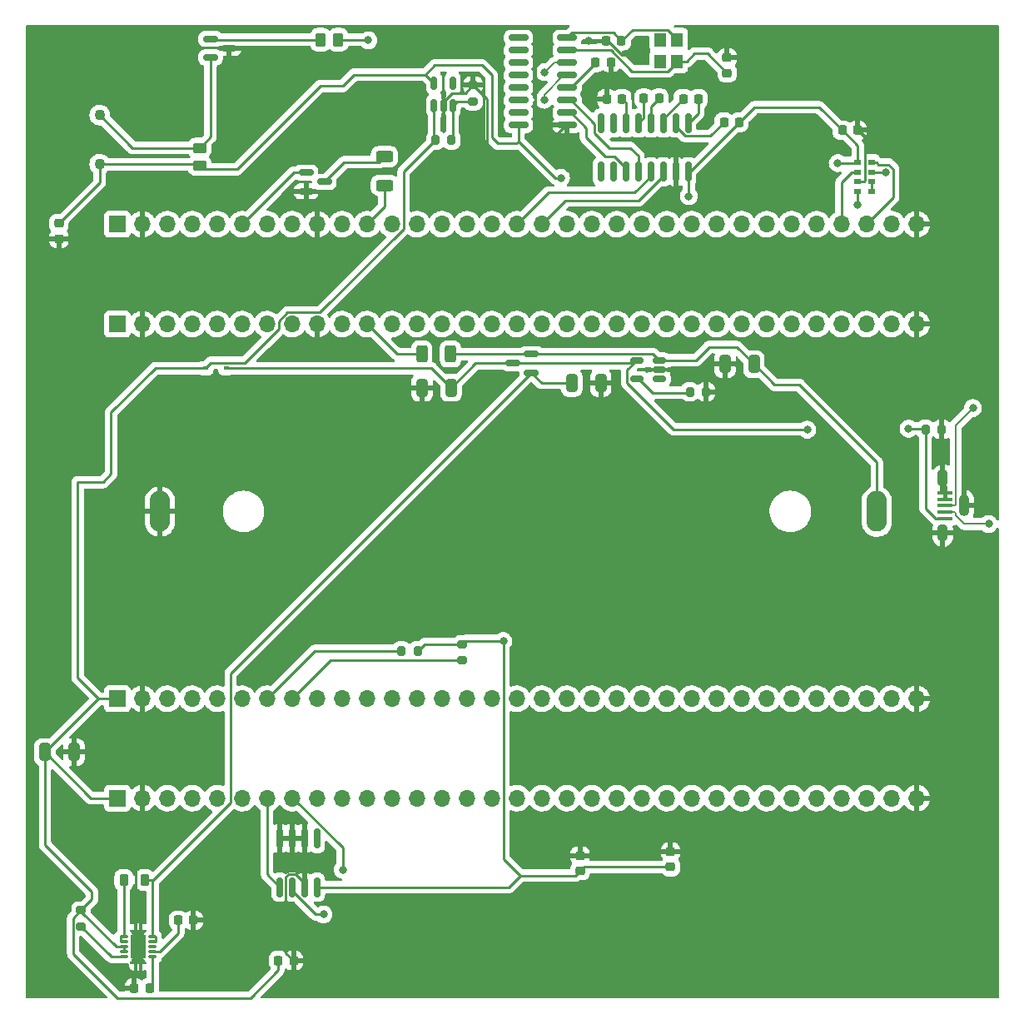
<source format=gbr>
%TF.GenerationSoftware,KiCad,Pcbnew,(6.0.2)*%
%TF.CreationDate,2022-04-08T22:35:15+02:00*%
%TF.ProjectId,main,6d61696e-2e6b-4696-9361-645f70636258,rev?*%
%TF.SameCoordinates,Original*%
%TF.FileFunction,Copper,L1,Top*%
%TF.FilePolarity,Positive*%
%FSLAX46Y46*%
G04 Gerber Fmt 4.6, Leading zero omitted, Abs format (unit mm)*
G04 Created by KiCad (PCBNEW (6.0.2)) date 2022-04-08 22:35:15*
%MOMM*%
%LPD*%
G01*
G04 APERTURE LIST*
G04 Aperture macros list*
%AMRoundRect*
0 Rectangle with rounded corners*
0 $1 Rounding radius*
0 $2 $3 $4 $5 $6 $7 $8 $9 X,Y pos of 4 corners*
0 Add a 4 corners polygon primitive as box body*
4,1,4,$2,$3,$4,$5,$6,$7,$8,$9,$2,$3,0*
0 Add four circle primitives for the rounded corners*
1,1,$1+$1,$2,$3*
1,1,$1+$1,$4,$5*
1,1,$1+$1,$6,$7*
1,1,$1+$1,$8,$9*
0 Add four rect primitives between the rounded corners*
20,1,$1+$1,$2,$3,$4,$5,0*
20,1,$1+$1,$4,$5,$6,$7,0*
20,1,$1+$1,$6,$7,$8,$9,0*
20,1,$1+$1,$8,$9,$2,$3,0*%
G04 Aperture macros list end*
%TA.AperFunction,ComponentPad*%
%ADD10O,2.070000X4.140000*%
%TD*%
%TA.AperFunction,ComponentPad*%
%ADD11O,1.700000X1.700000*%
%TD*%
%TA.AperFunction,ComponentPad*%
%ADD12R,1.700000X1.700000*%
%TD*%
%TA.AperFunction,SMDPad,CuDef*%
%ADD13RoundRect,0.250000X0.312500X0.625000X-0.312500X0.625000X-0.312500X-0.625000X0.312500X-0.625000X0*%
%TD*%
%TA.AperFunction,SMDPad,CuDef*%
%ADD14RoundRect,0.200000X0.200000X0.275000X-0.200000X0.275000X-0.200000X-0.275000X0.200000X-0.275000X0*%
%TD*%
%TA.AperFunction,SMDPad,CuDef*%
%ADD15RoundRect,0.150000X0.512500X0.150000X-0.512500X0.150000X-0.512500X-0.150000X0.512500X-0.150000X0*%
%TD*%
%TA.AperFunction,SMDPad,CuDef*%
%ADD16RoundRect,0.225000X-0.225000X-0.250000X0.225000X-0.250000X0.225000X0.250000X-0.225000X0.250000X0*%
%TD*%
%TA.AperFunction,SMDPad,CuDef*%
%ADD17RoundRect,0.225000X-0.250000X0.225000X-0.250000X-0.225000X0.250000X-0.225000X0.250000X0.225000X0*%
%TD*%
%TA.AperFunction,SMDPad,CuDef*%
%ADD18RoundRect,0.200000X0.275000X-0.200000X0.275000X0.200000X-0.275000X0.200000X-0.275000X-0.200000X0*%
%TD*%
%TA.AperFunction,SMDPad,CuDef*%
%ADD19RoundRect,0.250000X0.450000X-0.262500X0.450000X0.262500X-0.450000X0.262500X-0.450000X-0.262500X0*%
%TD*%
%TA.AperFunction,SMDPad,CuDef*%
%ADD20RoundRect,0.218750X0.218750X0.381250X-0.218750X0.381250X-0.218750X-0.381250X0.218750X-0.381250X0*%
%TD*%
%TA.AperFunction,SMDPad,CuDef*%
%ADD21RoundRect,0.225000X0.250000X-0.225000X0.250000X0.225000X-0.250000X0.225000X-0.250000X-0.225000X0*%
%TD*%
%TA.AperFunction,SMDPad,CuDef*%
%ADD22RoundRect,0.250000X0.625000X-0.312500X0.625000X0.312500X-0.625000X0.312500X-0.625000X-0.312500X0*%
%TD*%
%TA.AperFunction,SMDPad,CuDef*%
%ADD23R,0.720000X0.600000*%
%TD*%
%TA.AperFunction,SMDPad,CuDef*%
%ADD24RoundRect,0.150000X-0.587500X-0.150000X0.587500X-0.150000X0.587500X0.150000X-0.587500X0.150000X0*%
%TD*%
%TA.AperFunction,SMDPad,CuDef*%
%ADD25RoundRect,0.225000X0.225000X0.250000X-0.225000X0.250000X-0.225000X-0.250000X0.225000X-0.250000X0*%
%TD*%
%TA.AperFunction,SMDPad,CuDef*%
%ADD26RoundRect,0.150000X-0.150000X0.825000X-0.150000X-0.825000X0.150000X-0.825000X0.150000X0.825000X0*%
%TD*%
%TA.AperFunction,ComponentPad*%
%ADD27C,1.100000*%
%TD*%
%TA.AperFunction,SMDPad,CuDef*%
%ADD28RoundRect,0.250000X0.262500X0.450000X-0.262500X0.450000X-0.262500X-0.450000X0.262500X-0.450000X0*%
%TD*%
%TA.AperFunction,SMDPad,CuDef*%
%ADD29RoundRect,0.250000X-0.325000X-0.650000X0.325000X-0.650000X0.325000X0.650000X-0.325000X0.650000X0*%
%TD*%
%TA.AperFunction,SMDPad,CuDef*%
%ADD30RoundRect,0.150000X0.587500X0.150000X-0.587500X0.150000X-0.587500X-0.150000X0.587500X-0.150000X0*%
%TD*%
%TA.AperFunction,ComponentPad*%
%ADD31O,1.100000X2.200000*%
%TD*%
%TA.AperFunction,ComponentPad*%
%ADD32O,1.100000X1.800000*%
%TD*%
%TA.AperFunction,SMDPad,CuDef*%
%ADD33R,1.500000X0.450000*%
%TD*%
%TA.AperFunction,SMDPad,CuDef*%
%ADD34RoundRect,0.250000X0.325000X0.650000X-0.325000X0.650000X-0.325000X-0.650000X0.325000X-0.650000X0*%
%TD*%
%TA.AperFunction,SMDPad,CuDef*%
%ADD35RoundRect,0.150000X0.150000X-0.512500X0.150000X0.512500X-0.150000X0.512500X-0.150000X-0.512500X0*%
%TD*%
%TA.AperFunction,SMDPad,CuDef*%
%ADD36RoundRect,0.150000X0.825000X0.150000X-0.825000X0.150000X-0.825000X-0.150000X0.825000X-0.150000X0*%
%TD*%
%TA.AperFunction,SMDPad,CuDef*%
%ADD37R,1.200000X1.400000*%
%TD*%
%TA.AperFunction,SMDPad,CuDef*%
%ADD38RoundRect,0.200000X-0.275000X0.200000X-0.275000X-0.200000X0.275000X-0.200000X0.275000X0.200000X0*%
%TD*%
%TA.AperFunction,SMDPad,CuDef*%
%ADD39R,0.600000X0.450000*%
%TD*%
%TA.AperFunction,SMDPad,CuDef*%
%ADD40RoundRect,0.200000X-0.200000X-0.275000X0.200000X-0.275000X0.200000X0.275000X-0.200000X0.275000X0*%
%TD*%
%TA.AperFunction,SMDPad,CuDef*%
%ADD41O,0.850000X0.280000*%
%TD*%
%TA.AperFunction,SMDPad,CuDef*%
%ADD42R,0.280000X0.280000*%
%TD*%
%TA.AperFunction,SMDPad,CuDef*%
%ADD43R,0.280000X0.700000*%
%TD*%
%TA.AperFunction,ComponentPad*%
%ADD44C,0.600000*%
%TD*%
%TA.AperFunction,SMDPad,CuDef*%
%ADD45R,0.260000X0.500000*%
%TD*%
%TA.AperFunction,SMDPad,CuDef*%
%ADD46R,1.650000X2.400000*%
%TD*%
%TA.AperFunction,SMDPad,CuDef*%
%ADD47R,0.680000X1.050000*%
%TD*%
%TA.AperFunction,ViaPad*%
%ADD48C,0.800000*%
%TD*%
%TA.AperFunction,Conductor*%
%ADD49C,0.250000*%
%TD*%
%TA.AperFunction,Conductor*%
%ADD50C,0.200000*%
%TD*%
G04 APERTURE END LIST*
D10*
%TO.P,BT1,+*%
%TO.N,GND*%
X98320000Y-96520000D03*
%TO.P,BT1,-*%
%TO.N,/Power/Battery_Voltage*%
X171220000Y-96520000D03*
%TD*%
D11*
%TO.P,J1,33,Pin_33*%
%TO.N,GND*%
X175260000Y-67310000D03*
%TO.P,J1,32,Pin_32*%
%TO.N,/PB12*%
X172720000Y-67310000D03*
%TO.P,J1,31,Pin_31*%
%TO.N,/PB11*%
X170180000Y-67310000D03*
%TO.P,J1,30,Pin_30*%
%TO.N,/PB10*%
X167640000Y-67310000D03*
%TO.P,J1,29,Pin_29*%
%TO.N,/PB2*%
X165100000Y-67310000D03*
%TO.P,J1,28,Pin_28*%
%TO.N,/PB1*%
X162560000Y-67310000D03*
%TO.P,J1,27,Pin_27*%
%TO.N,/PB0*%
X160020000Y-67310000D03*
%TO.P,J1,26,Pin_26*%
%TO.N,/PC5*%
X157480000Y-67310000D03*
%TO.P,J1,25,Pin_25*%
%TO.N,/PC4*%
X154940000Y-67310000D03*
%TO.P,J1,24,Pin_24*%
%TO.N,/PA7*%
X152400000Y-67310000D03*
%TO.P,J1,23,Pin_23*%
%TO.N,/PA6*%
X149860000Y-67310000D03*
%TO.P,J1,22,Pin_22*%
%TO.N,/PA5*%
X147320000Y-67310000D03*
%TO.P,J1,21,Pin_21*%
%TO.N,/PA4*%
X144780000Y-67310000D03*
%TO.P,J1,20,Pin_20*%
%TO.N,/PF5*%
X142240000Y-67310000D03*
%TO.P,J1,19,Pin_19*%
%TO.N,/PF4*%
X139700000Y-67310000D03*
%TO.P,J1,18,Pin_18*%
%TO.N,/PA3*%
X137160000Y-67310000D03*
%TO.P,J1,17,Pin_17*%
%TO.N,/PA2*%
X134620000Y-67310000D03*
%TO.P,J1,16,Pin_16*%
%TO.N,/PA1*%
X132080000Y-67310000D03*
%TO.P,J1,15,Pin_15*%
%TO.N,/PA0*%
X129540000Y-67310000D03*
%TO.P,J1,14,Pin_14*%
%TO.N,/PC3*%
X127000000Y-67310000D03*
%TO.P,J1,13,Pin_13*%
%TO.N,/PC2*%
X124460000Y-67310000D03*
%TO.P,J1,12,Pin_12*%
%TO.N,/PC1*%
X121920000Y-67310000D03*
%TO.P,J1,11,Pin_11*%
%TO.N,/PC0*%
X119380000Y-67310000D03*
%TO.P,J1,10,Pin_10*%
%TO.N,/NRST*%
X116840000Y-67310000D03*
%TO.P,J1,9,Pin_9*%
%TO.N,GND*%
X114300000Y-67310000D03*
%TO.P,J1,8,Pin_8*%
%TO.N,/PF1*%
X111760000Y-67310000D03*
%TO.P,J1,7,Pin_7*%
%TO.N,/PF0*%
X109220000Y-67310000D03*
%TO.P,J1,6,Pin_6*%
%TO.N,/PC15*%
X106680000Y-67310000D03*
%TO.P,J1,5,Pin_5*%
%TO.N,/PC14*%
X104140000Y-67310000D03*
%TO.P,J1,4,Pin_4*%
%TO.N,/PC13*%
X101600000Y-67310000D03*
%TO.P,J1,3,Pin_3*%
%TO.N,/VBAT*%
X99060000Y-67310000D03*
%TO.P,J1,2,Pin_2*%
%TO.N,GND*%
X96520000Y-67310000D03*
D12*
%TO.P,J1,1,Pin_1*%
%TO.N,+3V0*%
X93980000Y-67310000D03*
%TD*%
%TO.P,J4,1,Pin_1*%
%TO.N,+5V*%
X93980000Y-125680000D03*
D11*
%TO.P,J4,2,Pin_2*%
%TO.N,GND*%
X96520000Y-125680000D03*
%TO.P,J4,3,Pin_3*%
%TO.N,/PB9*%
X99060000Y-125680000D03*
%TO.P,J4,4,Pin_4*%
%TO.N,/PB8*%
X101600000Y-125680000D03*
%TO.P,J4,5,Pin_5*%
%TO.N,+3V0*%
X104140000Y-125680000D03*
%TO.P,J4,6,Pin_6*%
%TO.N,/BOOT*%
X106680000Y-125680000D03*
%TO.P,J4,7,Pin_7*%
%TO.N,/PB7*%
X109220000Y-125680000D03*
%TO.P,J4,8,Pin_8*%
%TO.N,/PB6*%
X111760000Y-125680000D03*
%TO.P,J4,9,Pin_9*%
%TO.N,/PB5*%
X114300000Y-125680000D03*
%TO.P,J4,10,Pin_10*%
%TO.N,/PB4*%
X116840000Y-125680000D03*
%TO.P,J4,11,Pin_11*%
%TO.N,/PB3*%
X119380000Y-125680000D03*
%TO.P,J4,12,Pin_12*%
%TO.N,/PD2*%
X121920000Y-125680000D03*
%TO.P,J4,13,Pin_13*%
%TO.N,/PC12*%
X124460000Y-125680000D03*
%TO.P,J4,14,Pin_14*%
%TO.N,/PC11*%
X127000000Y-125680000D03*
%TO.P,J4,15,Pin_15*%
%TO.N,/PC10*%
X129540000Y-125680000D03*
%TO.P,J4,16,Pin_16*%
%TO.N,/PA15*%
X132080000Y-125680000D03*
%TO.P,J4,17,Pin_17*%
%TO.N,/PA14*%
X134620000Y-125680000D03*
%TO.P,J4,18,Pin_18*%
%TO.N,/PF7*%
X137160000Y-125680000D03*
%TO.P,J4,19,Pin_19*%
%TO.N,/PF6*%
X139700000Y-125680000D03*
%TO.P,J4,20,Pin_20*%
%TO.N,/PA13*%
X142240000Y-125680000D03*
%TO.P,J4,21,Pin_21*%
%TO.N,/PA12*%
X144780000Y-125680000D03*
%TO.P,J4,22,Pin_22*%
%TO.N,/PA11*%
X147320000Y-125680000D03*
%TO.P,J4,23,Pin_23*%
%TO.N,/PA10*%
X149860000Y-125680000D03*
%TO.P,J4,24,Pin_24*%
%TO.N,/PA9*%
X152400000Y-125680000D03*
%TO.P,J4,25,Pin_25*%
%TO.N,/PA8*%
X154940000Y-125680000D03*
%TO.P,J4,26,Pin_26*%
%TO.N,/PC9*%
X157480000Y-125680000D03*
%TO.P,J4,27,Pin_27*%
%TO.N,/PC8*%
X160020000Y-125680000D03*
%TO.P,J4,28,Pin_28*%
%TO.N,/PC7*%
X162560000Y-125680000D03*
%TO.P,J4,29,Pin_29*%
%TO.N,/PC6*%
X165100000Y-125680000D03*
%TO.P,J4,30,Pin_30*%
%TO.N,/PB15*%
X167640000Y-125680000D03*
%TO.P,J4,31,Pin_31*%
%TO.N,/PB14*%
X170180000Y-125680000D03*
%TO.P,J4,32,Pin_32*%
%TO.N,/PB13*%
X172720000Y-125680000D03*
%TO.P,J4,33,Pin_33*%
%TO.N,GND*%
X175260000Y-125680000D03*
%TD*%
D13*
%TO.P,R17,1*%
%TO.N,/Power/Battery_Voltage*%
X127862500Y-80500000D03*
%TO.P,R17,2*%
%TO.N,/PC0*%
X124937500Y-80500000D03*
%TD*%
D14*
%TO.P,R2,1*%
%TO.N,GND*%
X153850000Y-84350000D03*
%TO.P,R2,2*%
%TO.N,Net-(R2-Pad2)*%
X152200000Y-84350000D03*
%TD*%
D15*
%TO.P,U1,1,~{CHRG}*%
%TO.N,unconnected-(U1-Pad1)*%
X149087500Y-83050000D03*
%TO.P,U1,2,GND*%
%TO.N,GND*%
X149087500Y-82100000D03*
%TO.P,U1,3,BAT*%
%TO.N,/Power/Battery_Voltage*%
X149087500Y-81150000D03*
%TO.P,U1,4,VCC*%
%TO.N,Net-(C1-Pad1)*%
X146812500Y-81150000D03*
%TO.P,U1,5,PROG*%
%TO.N,Net-(R2-Pad2)*%
X146812500Y-83050000D03*
%TD*%
D16*
%TO.P,C34,1*%
%TO.N,Net-(C34-Pad1)*%
X147525000Y-54500000D03*
%TO.P,C34,2*%
%TO.N,Net-(C34-Pad2)*%
X149075000Y-54500000D03*
%TD*%
D17*
%TO.P,C30,1*%
%TO.N,GND*%
X141050000Y-131525000D03*
%TO.P,C30,2*%
%TO.N,+3V3*%
X141050000Y-133075000D03*
%TD*%
D18*
%TO.P,R5,1*%
%TO.N,Net-(R5-Pad1)*%
X90300000Y-138725000D03*
%TO.P,R5,2*%
%TO.N,+5V*%
X90300000Y-137075000D03*
%TD*%
D19*
%TO.P,R16,1*%
%TO.N,+3V3*%
X102350000Y-61362500D03*
%TO.P,R16,2*%
%TO.N,Net-(BZ1-PadN)*%
X102350000Y-59537500D03*
%TD*%
D20*
%TO.P,L1,1,1*%
%TO.N,Net-(C5-Pad1)*%
X96762500Y-134000000D03*
%TO.P,L1,2,2*%
%TO.N,Net-(L1-Pad2)*%
X94637500Y-134000000D03*
%TD*%
D21*
%TO.P,C10,1*%
%TO.N,+3V3*%
X150250000Y-132675000D03*
%TO.P,C10,2*%
%TO.N,GND*%
X150250000Y-131125000D03*
%TD*%
D14*
%TO.P,R4,1*%
%TO.N,GND*%
X177825000Y-88175000D03*
%TO.P,R4,2*%
%TO.N,Net-(C1-Pad1)*%
X176175000Y-88175000D03*
%TD*%
D22*
%TO.P,R18,2*%
%TO.N,Net-(Q6-Pad3)*%
X121150000Y-60437500D03*
%TO.P,R18,1*%
%TO.N,/PC0*%
X121150000Y-63362500D03*
%TD*%
D14*
%TO.P,R20,1*%
%TO.N,+3V3*%
X124550000Y-110700000D03*
%TO.P,R20,2*%
%TO.N,/PB7*%
X122900000Y-110700000D03*
%TD*%
D18*
%TO.P,R24,1*%
%TO.N,Net-(R23-Pad2)*%
X130150000Y-54825000D03*
%TO.P,R24,2*%
%TO.N,GND*%
X130150000Y-53175000D03*
%TD*%
D16*
%TO.P,C36,1*%
%TO.N,GND*%
X143750000Y-54550000D03*
%TO.P,C36,2*%
%TO.N,Net-(C36-Pad2)*%
X145300000Y-54550000D03*
%TD*%
D23*
%TO.P,U8,1,SDA*%
%TO.N,/PB11*%
X170700000Y-61015000D03*
%TO.P,U8,2,INT*%
%TO.N,/PB12*%
X170700000Y-62005000D03*
%TO.P,U8,3,LDR*%
%TO.N,Net-(U8-Pad3)*%
X170700000Y-62995000D03*
%TO.P,U8,4,LED_K*%
X170700000Y-63985000D03*
%TO.P,U8,5,LED_A*%
%TO.N,+3V3*%
X169300000Y-63985000D03*
%TO.P,U8,6,GND*%
%TO.N,GND*%
X169300000Y-62995000D03*
%TO.P,U8,7,SCL*%
%TO.N,/PB10*%
X169300000Y-62005000D03*
%TO.P,U8,8,VDD*%
%TO.N,+3V3*%
X169300000Y-61015000D03*
%TD*%
D24*
%TO.P,Q5,1,B*%
%TO.N,Net-(Q5-Pad1)*%
X103462500Y-48450000D03*
%TO.P,Q5,2,C*%
%TO.N,Net-(BZ1-PadN)*%
X103462500Y-50350000D03*
%TO.P,Q5,3,E*%
%TO.N,GND*%
X105337500Y-49400000D03*
%TD*%
D25*
%TO.P,C6,1*%
%TO.N,Net-(C6-Pad1)*%
X97250000Y-145000000D03*
%TO.P,C6,2*%
%TO.N,GND*%
X95700000Y-145000000D03*
%TD*%
D26*
%TO.P,U11,1,C1+*%
%TO.N,Net-(C33-Pad2)*%
X152045000Y-57025000D03*
%TO.P,U11,2,VS+*%
%TO.N,Net-(C35-Pad1)*%
X150775000Y-57025000D03*
%TO.P,U11,3,C1-*%
%TO.N,Net-(C33-Pad1)*%
X149505000Y-57025000D03*
%TO.P,U11,4,C2+*%
%TO.N,Net-(C34-Pad2)*%
X148235000Y-57025000D03*
%TO.P,U11,5,C2-*%
%TO.N,Net-(C34-Pad1)*%
X146965000Y-57025000D03*
%TO.P,U11,6,VS-*%
%TO.N,Net-(C36-Pad2)*%
X145695000Y-57025000D03*
%TO.P,U11,7,T2OUT*%
%TO.N,unconnected-(U11-Pad7)*%
X144425000Y-57025000D03*
%TO.P,U11,8,R2IN*%
%TO.N,unconnected-(U11-Pad8)*%
X143155000Y-57025000D03*
%TO.P,U11,9,R2OUT*%
%TO.N,unconnected-(U11-Pad9)*%
X143155000Y-61975000D03*
%TO.P,U11,10,T2IN*%
%TO.N,unconnected-(U11-Pad10)*%
X144425000Y-61975000D03*
%TO.P,U11,11,T1IN*%
%TO.N,Net-(U10-Pad2)*%
X145695000Y-61975000D03*
%TO.P,U11,12,R1OUT*%
%TO.N,Net-(U10-Pad3)*%
X146965000Y-61975000D03*
%TO.P,U11,13,R1IN*%
%TO.N,/PA2*%
X148235000Y-61975000D03*
%TO.P,U11,14,T1OUT*%
%TO.N,/PA3*%
X149505000Y-61975000D03*
%TO.P,U11,15,GND*%
%TO.N,GND*%
X150775000Y-61975000D03*
%TO.P,U11,16,VCC*%
%TO.N,+3V3*%
X152045000Y-61975000D03*
%TD*%
D16*
%TO.P,C31,1*%
%TO.N,Net-(C31-Pad1)*%
X142625000Y-50850000D03*
%TO.P,C31,2*%
%TO.N,GND*%
X144175000Y-50850000D03*
%TD*%
D27*
%TO.P,BZ1,N*%
%TO.N,Net-(BZ1-PadN)*%
X92200000Y-56200000D03*
%TO.P,BZ1,P*%
%TO.N,+3V3*%
X92200000Y-61200000D03*
%TD*%
D16*
%TO.P,C33,1*%
%TO.N,Net-(C33-Pad1)*%
X151525000Y-54550000D03*
%TO.P,C33,2*%
%TO.N,Net-(C33-Pad2)*%
X153075000Y-54550000D03*
%TD*%
D28*
%TO.P,R15,1*%
%TO.N,/PA1*%
X116462500Y-48550000D03*
%TO.P,R15,2*%
%TO.N,Net-(Q5-Pad1)*%
X114637500Y-48550000D03*
%TD*%
D29*
%TO.P,C5,1*%
%TO.N,Net-(C5-Pad1)*%
X140200000Y-83450000D03*
%TO.P,C5,2*%
%TO.N,GND*%
X143150000Y-83450000D03*
%TD*%
D21*
%TO.P,C28,1*%
%TO.N,Net-(C28-Pad1)*%
X156000000Y-51925000D03*
%TO.P,C28,2*%
%TO.N,GND*%
X156000000Y-50375000D03*
%TD*%
D26*
%TO.P,U9,1,A0*%
%TO.N,unconnected-(U9-Pad1)*%
X114305000Y-129775000D03*
%TO.P,U9,2,A1*%
%TO.N,GND*%
X113035000Y-129775000D03*
%TO.P,U9,3,A2*%
X111765000Y-129775000D03*
%TO.P,U9,4,GND*%
X110495000Y-129775000D03*
%TO.P,U9,5,SDA*%
%TO.N,/PB7*%
X110495000Y-134725000D03*
%TO.P,U9,6,SCL*%
%TO.N,/PB6*%
X111765000Y-134725000D03*
%TO.P,U9,7,WP*%
%TO.N,GND*%
X113035000Y-134725000D03*
%TO.P,U9,8,VCC*%
%TO.N,+3V3*%
X114305000Y-134725000D03*
%TD*%
D30*
%TO.P,Q4,1,D*%
%TO.N,Net-(C5-Pad1)*%
X136087500Y-82400000D03*
%TO.P,Q4,2,S*%
%TO.N,/Power/Battery_Voltage*%
X136087500Y-80500000D03*
%TO.P,Q4,3,G*%
%TO.N,Net-(C1-Pad1)*%
X134212500Y-81450000D03*
%TD*%
D31*
%TO.P,J5,6,Shield*%
%TO.N,GND*%
X180075000Y-95925000D03*
D32*
X177925000Y-98725000D03*
X177925000Y-93125000D03*
D33*
%TO.P,J5,5,GND*%
X178175000Y-94625000D03*
%TO.P,J5,4,ID*%
X178175000Y-95275000D03*
%TO.P,J5,3,D+*%
%TO.N,/Power/USB_DP*%
X178175000Y-95925000D03*
%TO.P,J5,2,D-*%
%TO.N,/Power/USB_DN*%
X178175000Y-96575000D03*
%TO.P,J5,1,VBUS*%
%TO.N,Net-(C1-Pad1)*%
X178175000Y-97225000D03*
%TD*%
D16*
%TO.P,C7,1*%
%TO.N,Net-(C7-Pad1)*%
X100175000Y-138100000D03*
%TO.P,C7,2*%
%TO.N,GND*%
X101725000Y-138100000D03*
%TD*%
D34*
%TO.P,C3,1*%
%TO.N,/Power/Battery_Voltage*%
X158725000Y-81550000D03*
%TO.P,C3,2*%
%TO.N,GND*%
X155775000Y-81550000D03*
%TD*%
D16*
%TO.P,C9,1*%
%TO.N,+5V*%
X110350000Y-142200000D03*
%TO.P,C9,2*%
%TO.N,GND*%
X111900000Y-142200000D03*
%TD*%
D35*
%TO.P,U4,1,IN*%
%TO.N,+5V*%
X126200000Y-55237500D03*
%TO.P,U4,2,GND*%
%TO.N,GND*%
X127150000Y-55237500D03*
%TO.P,U4,3,EN*%
%TO.N,Net-(R23-Pad2)*%
X128100000Y-55237500D03*
%TO.P,U4,4,NC*%
%TO.N,unconnected-(U4-Pad4)*%
X128100000Y-52962500D03*
%TO.P,U4,5,OUT*%
%TO.N,+3V3*%
X126200000Y-52962500D03*
%TD*%
D36*
%TO.P,U10,1,GND*%
%TO.N,GND*%
X139725000Y-57245000D03*
%TO.P,U10,2,TXD*%
%TO.N,Net-(U10-Pad2)*%
X139725000Y-55975000D03*
%TO.P,U10,3,RXD*%
%TO.N,Net-(U10-Pad3)*%
X139725000Y-54705000D03*
%TO.P,U10,4,V3*%
%TO.N,Net-(C31-Pad1)*%
X139725000Y-53435000D03*
%TO.P,U10,5,UD+*%
%TO.N,/Power/USB_DP*%
X139725000Y-52165000D03*
%TO.P,U10,6,UD-*%
%TO.N,/Power/USB_DN*%
X139725000Y-50895000D03*
%TO.P,U10,7,XI*%
%TO.N,Net-(C28-Pad1)*%
X139725000Y-49625000D03*
%TO.P,U10,8,XO*%
%TO.N,Net-(C29-Pad1)*%
X139725000Y-48355000D03*
%TO.P,U10,9,~{CTS}*%
%TO.N,unconnected-(U10-Pad9)*%
X134775000Y-48355000D03*
%TO.P,U10,10,~{DSR}*%
%TO.N,unconnected-(U10-Pad10)*%
X134775000Y-49625000D03*
%TO.P,U10,11,~{RI}*%
%TO.N,unconnected-(U10-Pad11)*%
X134775000Y-50895000D03*
%TO.P,U10,12,~{DCD}*%
%TO.N,unconnected-(U10-Pad12)*%
X134775000Y-52165000D03*
%TO.P,U10,13,~{DTR}*%
%TO.N,unconnected-(U10-Pad13)*%
X134775000Y-53435000D03*
%TO.P,U10,14,~{RTS}*%
%TO.N,unconnected-(U10-Pad14)*%
X134775000Y-54705000D03*
%TO.P,U10,15,R232*%
%TO.N,unconnected-(U10-Pad15)*%
X134775000Y-55975000D03*
%TO.P,U10,16,VCC*%
%TO.N,+3V3*%
X134775000Y-57245000D03*
%TD*%
D29*
%TO.P,C8,1*%
%TO.N,+5V*%
X86625000Y-121000000D03*
%TO.P,C8,2*%
%TO.N,GND*%
X89575000Y-121000000D03*
%TD*%
D24*
%TO.P,Q6,1,G*%
%TO.N,/PC15*%
X113175000Y-62050000D03*
%TO.P,Q6,2,S*%
%TO.N,GND*%
X113175000Y-63950000D03*
%TO.P,Q6,3,D*%
%TO.N,Net-(Q6-Pad3)*%
X115050000Y-63000000D03*
%TD*%
D37*
%TO.P,Y1,1,1*%
%TO.N,Net-(C28-Pad1)*%
X150900000Y-50750000D03*
%TO.P,Y1,2,2*%
%TO.N,Net-(C29-Pad1)*%
X150900000Y-48550000D03*
%TO.P,Y1,3*%
%TO.N,N/C*%
X149200000Y-48550000D03*
%TO.P,Y1,4*%
X149200000Y-50750000D03*
%TD*%
D16*
%TO.P,C35,1*%
%TO.N,Net-(C35-Pad1)*%
X155675000Y-56950000D03*
%TO.P,C35,2*%
%TO.N,+3V3*%
X157225000Y-56950000D03*
%TD*%
D21*
%TO.P,C20,1*%
%TO.N,GND*%
X88050000Y-68775000D03*
%TO.P,C20,2*%
%TO.N,+3V3*%
X88050000Y-67225000D03*
%TD*%
D25*
%TO.P,C29,1*%
%TO.N,Net-(C29-Pad1)*%
X145250000Y-48650000D03*
%TO.P,C29,2*%
%TO.N,GND*%
X143700000Y-48650000D03*
%TD*%
D38*
%TO.P,R22,1*%
%TO.N,+3V3*%
X129050000Y-110025000D03*
%TO.P,R22,2*%
%TO.N,/PB6*%
X129050000Y-111675000D03*
%TD*%
D39*
%TO.P,D5,1,K*%
%TO.N,+5V*%
X102950000Y-81950000D03*
%TO.P,D5,2,A*%
%TO.N,Net-(C1-Pad1)*%
X105050000Y-81950000D03*
%TD*%
D40*
%TO.P,R23,1*%
%TO.N,+5V*%
X126325000Y-58750000D03*
%TO.P,R23,2*%
%TO.N,Net-(R23-Pad2)*%
X127975000Y-58750000D03*
%TD*%
D41*
%TO.P,U3,1,SW*%
%TO.N,Net-(L1-Pad2)*%
X94625000Y-139800000D03*
D42*
X94340000Y-139800000D03*
D41*
%TO.P,U3,2,SW*%
X94625000Y-140300000D03*
D42*
X94340000Y-140300000D03*
D41*
%TO.P,U3,3,VOUT*%
%TO.N,+5V*%
X94625000Y-140800000D03*
D42*
X94340000Y-140800000D03*
%TO.P,U3,4,VOUT*%
X94340000Y-141300000D03*
D41*
X94625000Y-141300000D03*
%TO.P,U3,5,PG*%
%TO.N,Net-(R5-Pad1)*%
X94625000Y-141800000D03*
D42*
X94340000Y-141800000D03*
D41*
%TO.P,U3,6,SS*%
%TO.N,Net-(C6-Pad1)*%
X97575000Y-141800000D03*
D42*
X97860000Y-141800000D03*
%TO.P,U3,7,FB*%
%TO.N,Net-(C7-Pad1)*%
X97860000Y-141300000D03*
D41*
X97575000Y-141300000D03*
D42*
%TO.P,U3,8,HYS*%
%TO.N,unconnected-(U3-Pad8)*%
X97860000Y-140800000D03*
D41*
X97575000Y-140800000D03*
%TO.P,U3,9,EN*%
%TO.N,Net-(C5-Pad1)*%
X97575000Y-140300000D03*
D42*
X97860000Y-140300000D03*
D41*
%TO.P,U3,10,VIN*%
X97575000Y-139800000D03*
D42*
X97860000Y-139800000D03*
D43*
%TO.P,U3,11,GND*%
%TO.N,GND*%
X96350000Y-142350000D03*
D44*
X95600000Y-140050000D03*
D45*
X95850000Y-142430000D03*
D46*
X96100000Y-140800000D03*
D43*
X95850000Y-142350000D03*
D45*
X96350000Y-139170000D03*
D43*
X96350000Y-139250000D03*
X95850000Y-139250000D03*
D47*
X96550000Y-141435000D03*
D44*
X96600000Y-141550000D03*
D45*
X96350000Y-142430000D03*
X95850000Y-139170000D03*
D44*
X95600000Y-141550000D03*
D47*
X95650000Y-140165000D03*
X96550000Y-140165000D03*
D44*
X96600000Y-140050000D03*
X96100000Y-140800000D03*
D47*
X95650000Y-141435000D03*
%TD*%
D34*
%TO.P,C1,1*%
%TO.N,Net-(C1-Pad1)*%
X127925000Y-83950000D03*
%TO.P,C1,2*%
%TO.N,GND*%
X124975000Y-83950000D03*
%TD*%
D25*
%TO.P,C32,1*%
%TO.N,GND*%
X169250000Y-57750000D03*
%TO.P,C32,2*%
%TO.N,+3V3*%
X167700000Y-57750000D03*
%TD*%
D12*
%TO.P,J2,1,Pin_1*%
%TO.N,+3V0*%
X93980000Y-77470000D03*
D11*
%TO.P,J2,2,Pin_2*%
%TO.N,GND*%
X96520000Y-77470000D03*
%TO.P,J2,3,Pin_3*%
%TO.N,/VBAT*%
X99060000Y-77470000D03*
%TO.P,J2,4,Pin_4*%
%TO.N,/PC13*%
X101600000Y-77470000D03*
%TO.P,J2,5,Pin_5*%
%TO.N,/PC14*%
X104140000Y-77470000D03*
%TO.P,J2,6,Pin_6*%
%TO.N,/PC15*%
X106680000Y-77470000D03*
%TO.P,J2,7,Pin_7*%
%TO.N,/PF0*%
X109220000Y-77470000D03*
%TO.P,J2,8,Pin_8*%
%TO.N,/PF1*%
X111760000Y-77470000D03*
%TO.P,J2,9,Pin_9*%
%TO.N,GND*%
X114300000Y-77470000D03*
%TO.P,J2,10,Pin_10*%
%TO.N,/NRST*%
X116840000Y-77470000D03*
%TO.P,J2,11,Pin_11*%
%TO.N,/PC0*%
X119380000Y-77470000D03*
%TO.P,J2,12,Pin_12*%
%TO.N,/PC1*%
X121920000Y-77470000D03*
%TO.P,J2,13,Pin_13*%
%TO.N,/PC2*%
X124460000Y-77470000D03*
%TO.P,J2,14,Pin_14*%
%TO.N,/PC3*%
X127000000Y-77470000D03*
%TO.P,J2,15,Pin_15*%
%TO.N,/PA0*%
X129540000Y-77470000D03*
%TO.P,J2,16,Pin_16*%
%TO.N,/PA1*%
X132080000Y-77470000D03*
%TO.P,J2,17,Pin_17*%
%TO.N,/PA2*%
X134620000Y-77470000D03*
%TO.P,J2,18,Pin_18*%
%TO.N,/PA3*%
X137160000Y-77470000D03*
%TO.P,J2,19,Pin_19*%
%TO.N,/PF4*%
X139700000Y-77470000D03*
%TO.P,J2,20,Pin_20*%
%TO.N,/PF5*%
X142240000Y-77470000D03*
%TO.P,J2,21,Pin_21*%
%TO.N,/PA4*%
X144780000Y-77470000D03*
%TO.P,J2,22,Pin_22*%
%TO.N,/PA5*%
X147320000Y-77470000D03*
%TO.P,J2,23,Pin_23*%
%TO.N,/PA6*%
X149860000Y-77470000D03*
%TO.P,J2,24,Pin_24*%
%TO.N,/PA7*%
X152400000Y-77470000D03*
%TO.P,J2,25,Pin_25*%
%TO.N,/PC4*%
X154940000Y-77470000D03*
%TO.P,J2,26,Pin_26*%
%TO.N,/PC5*%
X157480000Y-77470000D03*
%TO.P,J2,27,Pin_27*%
%TO.N,/PB0*%
X160020000Y-77470000D03*
%TO.P,J2,28,Pin_28*%
%TO.N,/PB1*%
X162560000Y-77470000D03*
%TO.P,J2,29,Pin_29*%
%TO.N,/PB2*%
X165100000Y-77470000D03*
%TO.P,J2,30,Pin_30*%
%TO.N,/PB10*%
X167640000Y-77470000D03*
%TO.P,J2,31,Pin_31*%
%TO.N,/PB11*%
X170180000Y-77470000D03*
%TO.P,J2,32,Pin_32*%
%TO.N,/PB12*%
X172720000Y-77470000D03*
%TO.P,J2,33,Pin_33*%
%TO.N,GND*%
X175260000Y-77470000D03*
%TD*%
D12*
%TO.P,J3,1,Pin_1*%
%TO.N,+5V*%
X93980000Y-115570000D03*
D11*
%TO.P,J3,2,Pin_2*%
%TO.N,GND*%
X96520000Y-115570000D03*
%TO.P,J3,3,Pin_3*%
%TO.N,/PB9*%
X99060000Y-115570000D03*
%TO.P,J3,4,Pin_4*%
%TO.N,/PB8*%
X101600000Y-115570000D03*
%TO.P,J3,5,Pin_5*%
%TO.N,+3V0*%
X104140000Y-115570000D03*
%TO.P,J3,6,Pin_6*%
%TO.N,/BOOT*%
X106680000Y-115570000D03*
%TO.P,J3,7,Pin_7*%
%TO.N,/PB7*%
X109220000Y-115570000D03*
%TO.P,J3,8,Pin_8*%
%TO.N,/PB6*%
X111760000Y-115570000D03*
%TO.P,J3,9,Pin_9*%
%TO.N,/PB5*%
X114300000Y-115570000D03*
%TO.P,J3,10,Pin_10*%
%TO.N,/PB4*%
X116840000Y-115570000D03*
%TO.P,J3,11,Pin_11*%
%TO.N,/PB3*%
X119380000Y-115570000D03*
%TO.P,J3,12,Pin_12*%
%TO.N,/PD2*%
X121920000Y-115570000D03*
%TO.P,J3,13,Pin_13*%
%TO.N,/PC12*%
X124460000Y-115570000D03*
%TO.P,J3,14,Pin_14*%
%TO.N,/PC11*%
X127000000Y-115570000D03*
%TO.P,J3,15,Pin_15*%
%TO.N,/PC10*%
X129540000Y-115570000D03*
%TO.P,J3,16,Pin_16*%
%TO.N,/PA15*%
X132080000Y-115570000D03*
%TO.P,J3,17,Pin_17*%
%TO.N,/PA14*%
X134620000Y-115570000D03*
%TO.P,J3,18,Pin_18*%
%TO.N,/PF7*%
X137160000Y-115570000D03*
%TO.P,J3,19,Pin_19*%
%TO.N,/PF6*%
X139700000Y-115570000D03*
%TO.P,J3,20,Pin_20*%
%TO.N,/PA13*%
X142240000Y-115570000D03*
%TO.P,J3,21,Pin_21*%
%TO.N,/PA12*%
X144780000Y-115570000D03*
%TO.P,J3,22,Pin_22*%
%TO.N,/PA11*%
X147320000Y-115570000D03*
%TO.P,J3,23,Pin_23*%
%TO.N,/PA10*%
X149860000Y-115570000D03*
%TO.P,J3,24,Pin_24*%
%TO.N,/PA9*%
X152400000Y-115570000D03*
%TO.P,J3,25,Pin_25*%
%TO.N,/PA8*%
X154940000Y-115570000D03*
%TO.P,J3,26,Pin_26*%
%TO.N,/PC9*%
X157480000Y-115570000D03*
%TO.P,J3,27,Pin_27*%
%TO.N,/PC8*%
X160020000Y-115570000D03*
%TO.P,J3,28,Pin_28*%
%TO.N,/PC7*%
X162560000Y-115570000D03*
%TO.P,J3,29,Pin_29*%
%TO.N,/PC6*%
X165100000Y-115570000D03*
%TO.P,J3,30,Pin_30*%
%TO.N,/PB15*%
X167640000Y-115570000D03*
%TO.P,J3,31,Pin_31*%
%TO.N,/PB14*%
X170180000Y-115570000D03*
%TO.P,J3,32,Pin_32*%
%TO.N,/PB13*%
X172720000Y-115570000D03*
%TO.P,J3,33,Pin_33*%
%TO.N,GND*%
X175260000Y-115570000D03*
%TD*%
D48*
%TO.N,/Power/USB_DN*%
X137450000Y-51850000D03*
X182600000Y-97800000D03*
%TO.N,/Power/USB_DP*%
X137400000Y-54650000D03*
X181000000Y-86000000D03*
%TO.N,/PB6*%
X114950000Y-137500000D03*
X116900000Y-132950000D03*
%TO.N,GND*%
X133750000Y-61300000D03*
X137550000Y-59300000D03*
%TO.N,/PA1*%
X119500000Y-48600000D03*
%TO.N,+3V3*%
X133250000Y-109700000D03*
X152100000Y-64450000D03*
X139100000Y-62600000D03*
%TO.N,Net-(C1-Pad1)*%
X174450000Y-88100000D03*
X164150000Y-88200000D03*
%TO.N,GND*%
X101700000Y-136550000D03*
X96150000Y-137000000D03*
X137800000Y-48900000D03*
X141950000Y-48650000D03*
X145100000Y-52750000D03*
X146900000Y-50100000D03*
X166800000Y-59450000D03*
X170950000Y-59300000D03*
%TO.N,/PB12*%
X172150000Y-62000000D03*
%TO.N,+3V3*%
X167250000Y-61100000D03*
X169250000Y-65300000D03*
%TD*%
D49*
%TO.N,/Power/Battery_Voltage*%
X158725000Y-81550000D02*
X160825000Y-83650000D01*
D50*
%TO.N,/Power/USB_DN*%
X137450000Y-51850000D02*
X138405000Y-50895000D01*
X179224511Y-96700489D02*
X179224511Y-96924511D01*
X180100000Y-97800000D02*
X182600000Y-97800000D01*
X179099022Y-96575000D02*
X179224511Y-96700489D01*
X178175000Y-96575000D02*
X179099022Y-96575000D01*
X138405000Y-50895000D02*
X139725000Y-50895000D01*
X179224511Y-96924511D02*
X180100000Y-97800000D01*
%TO.N,/Power/USB_DP*%
X139384283Y-52165000D02*
X139725000Y-52165000D01*
X137400000Y-54650000D02*
X137400000Y-54149283D01*
X137400000Y-54149283D02*
X139384283Y-52165000D01*
D49*
%TO.N,GND*%
X136450000Y-50250000D02*
X136450000Y-58650000D01*
X137800000Y-48900000D02*
X136450000Y-50250000D01*
X136450000Y-58650000D02*
X137100000Y-59300000D01*
X137100000Y-59300000D02*
X137550000Y-59300000D01*
D50*
%TO.N,/Power/USB_DP*%
X179224511Y-87775489D02*
X181000000Y-86000000D01*
X179224511Y-95825489D02*
X179224511Y-87775489D01*
X179125000Y-95925000D02*
X179224511Y-95825489D01*
X178175000Y-95925000D02*
X179125000Y-95925000D01*
D49*
%TO.N,GND*%
X111119520Y-141419520D02*
X111900000Y-142200000D01*
X111119520Y-133703448D02*
X111119520Y-141419520D01*
X112111552Y-133425480D02*
X111397488Y-133425480D01*
X113035000Y-134725000D02*
X113035000Y-134348928D01*
X113035000Y-134348928D02*
X112111552Y-133425480D01*
X111397488Y-133425480D02*
X111119520Y-133703448D01*
%TO.N,/PB6*%
X111765000Y-135101072D02*
X111765000Y-134725000D01*
X114950000Y-137500000D02*
X114163928Y-137500000D01*
X114163928Y-137500000D02*
X111765000Y-135101072D01*
X116900000Y-130723928D02*
X116900000Y-132950000D01*
X111856072Y-125680000D02*
X116900000Y-130723928D01*
X111760000Y-125680000D02*
X111856072Y-125680000D01*
%TO.N,GND*%
X110495000Y-129775000D02*
X111765000Y-129775000D01*
%TO.N,/PC0*%
X121150000Y-65540000D02*
X119380000Y-67310000D01*
X121150000Y-63362500D02*
X121150000Y-65540000D01*
%TO.N,Net-(Q6-Pad3)*%
X117040000Y-61010000D02*
X120577500Y-61010000D01*
X120577500Y-61010000D02*
X121150000Y-60437500D01*
X115050000Y-63000000D02*
X117040000Y-61010000D01*
%TO.N,GND*%
X131600480Y-60500480D02*
X132000000Y-60900000D01*
X131600480Y-54625480D02*
X131600480Y-60500480D01*
X130150000Y-53175000D02*
X131600480Y-54625480D01*
X127150000Y-54853928D02*
X127150000Y-55237500D01*
X128054408Y-53949520D02*
X127150000Y-54853928D01*
X130150000Y-53175000D02*
X129375480Y-53949520D01*
X129375480Y-53949520D02*
X128054408Y-53949520D01*
X133750000Y-61300000D02*
X133350000Y-60900000D01*
X133350000Y-60900000D02*
X132000000Y-60900000D01*
X139605000Y-57245000D02*
X137550000Y-59300000D01*
X139725000Y-57245000D02*
X139605000Y-57245000D01*
%TO.N,/PA1*%
X119450000Y-48550000D02*
X119500000Y-48600000D01*
X116462500Y-48550000D02*
X119450000Y-48550000D01*
%TO.N,+3V3*%
X133254511Y-131879511D02*
X134950000Y-133575000D01*
X133254511Y-109704511D02*
X133254511Y-131879511D01*
X133250000Y-109700000D02*
X133254511Y-109704511D01*
X133250000Y-109700000D02*
X129375000Y-109700000D01*
X129375000Y-109700000D02*
X129050000Y-110025000D01*
X152100000Y-64450000D02*
X152100000Y-62030000D01*
X152100000Y-62030000D02*
X152045000Y-61975000D01*
X138490000Y-62600000D02*
X139100000Y-62600000D01*
X134775000Y-58885000D02*
X138490000Y-62600000D01*
%TO.N,+5V*%
X107500000Y-146000000D02*
X94000000Y-146000000D01*
X110350000Y-143150000D02*
X107500000Y-146000000D01*
X110350000Y-142200000D02*
X110350000Y-143150000D01*
%TO.N,Net-(C1-Pad1)*%
X176100000Y-88100000D02*
X176175000Y-88175000D01*
X174450000Y-88100000D02*
X176100000Y-88100000D01*
X164125000Y-88175000D02*
X164150000Y-88200000D01*
X150575000Y-88175000D02*
X164125000Y-88175000D01*
X176175000Y-96199022D02*
X177200978Y-97225000D01*
X177200978Y-97225000D02*
X178175000Y-97225000D01*
X176175000Y-88175000D02*
X176175000Y-96199022D01*
%TO.N,/Power/Battery_Voltage*%
X171220000Y-91535000D02*
X171220000Y-96520000D01*
X163335000Y-83650000D02*
X171220000Y-91535000D01*
X160825000Y-83650000D02*
X163335000Y-83650000D01*
%TO.N,GND*%
X101700000Y-138075000D02*
X101725000Y-138100000D01*
X96350000Y-137200000D02*
X96150000Y-137000000D01*
X96350000Y-139250000D02*
X96350000Y-137200000D01*
X101700000Y-136550000D02*
X101700000Y-138075000D01*
X143700000Y-48650000D02*
X141950000Y-48650000D01*
X143862856Y-48650000D02*
X143700000Y-48650000D01*
X145312856Y-50100000D02*
X143862856Y-48650000D01*
X146900000Y-50100000D02*
X145312856Y-50100000D01*
X144175000Y-51825000D02*
X145100000Y-52750000D01*
X144175000Y-50850000D02*
X144175000Y-51825000D01*
X169400000Y-57750000D02*
X170950000Y-59300000D01*
X169250000Y-57750000D02*
X169400000Y-57750000D01*
X169984511Y-62920489D02*
X169910000Y-62995000D01*
X169250000Y-57750000D02*
X169984511Y-58484511D01*
X169984511Y-58484511D02*
X169984511Y-62920489D01*
X169910000Y-62995000D02*
X169300000Y-62995000D01*
%TO.N,/PB11*%
X172874511Y-61699897D02*
X172874511Y-64615489D01*
X172409125Y-61234511D02*
X172874511Y-61699897D01*
X171384511Y-61234511D02*
X172409125Y-61234511D01*
X172874511Y-64615489D02*
X170180000Y-67310000D01*
X171165000Y-61015000D02*
X171384511Y-61234511D01*
X170700000Y-61015000D02*
X171165000Y-61015000D01*
%TO.N,/PB12*%
X172145000Y-62005000D02*
X172150000Y-62000000D01*
X170700000Y-62005000D02*
X172145000Y-62005000D01*
%TO.N,+3V3*%
X167250000Y-61100000D02*
X169215000Y-61100000D01*
X169215000Y-61100000D02*
X169300000Y-61015000D01*
X169300000Y-65250000D02*
X169250000Y-65300000D01*
X169300000Y-63985000D02*
X169300000Y-65250000D01*
%TO.N,/PB10*%
X167640000Y-63055000D02*
X167640000Y-67310000D01*
X168690000Y-62005000D02*
X167640000Y-63055000D01*
X169300000Y-62005000D02*
X168690000Y-62005000D01*
%TO.N,Net-(U8-Pad3)*%
X170700000Y-62995000D02*
X170700000Y-63985000D01*
%TO.N,+3V3*%
X169300000Y-59350000D02*
X169300000Y-61015000D01*
X167700000Y-57750000D02*
X169300000Y-59350000D01*
%TO.N,GND*%
X95300000Y-132600000D02*
X95650000Y-132950000D01*
X95850000Y-133150000D02*
X95850000Y-134750000D01*
X93300000Y-132850000D02*
X93550000Y-132600000D01*
X93550000Y-132600000D02*
X93950000Y-132600000D01*
X95650000Y-132950000D02*
X95850000Y-133150000D01*
X93300000Y-134850000D02*
X93300000Y-132850000D01*
X93950000Y-132600000D02*
X95300000Y-132600000D01*
%TO.N,/PC15*%
X113175000Y-62050000D02*
X111940000Y-62050000D01*
X111940000Y-62050000D02*
X106680000Y-67310000D01*
%TO.N,/PC0*%
X122410000Y-80500000D02*
X119380000Y-77470000D01*
X124937500Y-80500000D02*
X122410000Y-80500000D01*
%TO.N,/PA2*%
X146575717Y-64100000D02*
X137830000Y-64100000D01*
X148235000Y-62440717D02*
X146575717Y-64100000D01*
X137830000Y-64100000D02*
X134620000Y-67310000D01*
X148235000Y-61975000D02*
X148235000Y-62440717D01*
%TO.N,/PA3*%
X149505000Y-61975000D02*
X149505000Y-62351072D01*
X146956072Y-64900000D02*
X139570000Y-64900000D01*
X149505000Y-62351072D02*
X146956072Y-64900000D01*
X139570000Y-64900000D02*
X137160000Y-67310000D01*
%TO.N,/PB7*%
X114090000Y-110700000D02*
X109220000Y-115570000D01*
X109220000Y-133450000D02*
X110495000Y-134725000D01*
X122900000Y-110700000D02*
X114090000Y-110700000D01*
X109220000Y-125680000D02*
X109220000Y-133450000D01*
%TO.N,/PB6*%
X115655000Y-111675000D02*
X111760000Y-115570000D01*
X129050000Y-111675000D02*
X115655000Y-111675000D01*
%TO.N,/Power/Battery_Voltage*%
X156975000Y-79800000D02*
X158725000Y-81550000D01*
X136087500Y-80500000D02*
X148437500Y-80500000D01*
X127862500Y-80500000D02*
X136087500Y-80500000D01*
X149087500Y-81150000D02*
X152800000Y-81150000D01*
X152800000Y-81150000D02*
X154150000Y-79800000D01*
X154150000Y-79800000D02*
X156975000Y-79800000D01*
X148437500Y-80500000D02*
X149087500Y-81150000D01*
%TO.N,Net-(BZ1-PadN)*%
X103462500Y-58425000D02*
X102350000Y-59537500D01*
X92200000Y-56200000D02*
X95537500Y-59537500D01*
X95537500Y-59537500D02*
X102350000Y-59537500D01*
X103462500Y-50350000D02*
X103462500Y-58425000D01*
%TO.N,+3V3*%
X132660000Y-59110000D02*
X134550000Y-59110000D01*
X125337500Y-52100000D02*
X126287500Y-51150000D01*
X132050000Y-52150000D02*
X132050000Y-58500000D01*
X106150000Y-61725000D02*
X102712500Y-61725000D01*
X92200000Y-63075000D02*
X88050000Y-67225000D01*
X162225000Y-55425000D02*
X158750000Y-55425000D01*
X162225000Y-55425000D02*
X165375000Y-55425000D01*
X116910000Y-53250000D02*
X118060000Y-52100000D01*
X165375000Y-55425000D02*
X167700000Y-57750000D01*
X126287500Y-51150000D02*
X131050000Y-51150000D01*
X132050000Y-58500000D02*
X132660000Y-59110000D01*
X141050000Y-133075000D02*
X141450000Y-132675000D01*
X125337500Y-52100000D02*
X126200000Y-52962500D01*
X116910000Y-53250000D02*
X114625000Y-53250000D01*
X152200000Y-61975000D02*
X152045000Y-61975000D01*
X134775000Y-57245000D02*
X134775000Y-58885000D01*
X118060000Y-52100000D02*
X125337500Y-52100000D01*
X125225000Y-110025000D02*
X129050000Y-110025000D01*
X134950000Y-133575000D02*
X140550000Y-133575000D01*
X92200000Y-61200000D02*
X92200000Y-63075000D01*
X133800000Y-134725000D02*
X134950000Y-133575000D01*
X141450000Y-132675000D02*
X150250000Y-132675000D01*
X140550000Y-133575000D02*
X141050000Y-133075000D01*
X102712500Y-61725000D02*
X102350000Y-61362500D01*
X158750000Y-55425000D02*
X157225000Y-56950000D01*
X102350000Y-61362500D02*
X102187500Y-61200000D01*
X124550000Y-110700000D02*
X125225000Y-110025000D01*
X114625000Y-53250000D02*
X106150000Y-61725000D01*
X114305000Y-134725000D02*
X133800000Y-134725000D01*
X157225000Y-56950000D02*
X152200000Y-61975000D01*
X131050000Y-51150000D02*
X132050000Y-52150000D01*
X102187500Y-61200000D02*
X92200000Y-61200000D01*
X134775000Y-58885000D02*
X134550000Y-59110000D01*
%TO.N,Net-(C33-Pad1)*%
X151525000Y-54550000D02*
X149505000Y-56570000D01*
X149505000Y-56570000D02*
X149505000Y-57025000D01*
%TO.N,Net-(C35-Pad1)*%
X150775000Y-57025000D02*
X150775000Y-57401072D01*
X154300480Y-58324520D02*
X155675000Y-56950000D01*
X151698448Y-58324520D02*
X154300480Y-58324520D01*
X150775000Y-57401072D02*
X151698448Y-58324520D01*
%TO.N,Net-(C28-Pad1)*%
X151900000Y-50750000D02*
X152700000Y-49950000D01*
X154025000Y-49950000D02*
X156000000Y-51925000D01*
X149975489Y-51774511D02*
X146351649Y-51774511D01*
X150900000Y-50750000D02*
X151900000Y-50750000D01*
X150900000Y-50750000D02*
X150900000Y-50850000D01*
X150900000Y-50850000D02*
X149975489Y-51774511D01*
X152700000Y-49950000D02*
X154025000Y-49950000D01*
X144202138Y-49625000D02*
X139725000Y-49625000D01*
X146351649Y-51774511D02*
X144202138Y-49625000D01*
%TO.N,Net-(C29-Pad1)*%
X140229520Y-47850480D02*
X144450480Y-47850480D01*
X144450480Y-47850480D02*
X145250000Y-48650000D01*
X146374511Y-47525489D02*
X149975489Y-47525489D01*
X149975489Y-47525489D02*
X150900000Y-48450000D01*
X139725000Y-48355000D02*
X140229520Y-47850480D01*
X145250000Y-48650000D02*
X146374511Y-47525489D01*
X150900000Y-48450000D02*
X150900000Y-48550000D01*
%TO.N,Net-(C36-Pad2)*%
X145300000Y-54550000D02*
X145695000Y-54945000D01*
X145695000Y-54945000D02*
X145695000Y-57025000D01*
%TO.N,Net-(C33-Pad2)*%
X153075000Y-55995000D02*
X152045000Y-57025000D01*
X153075000Y-54550000D02*
X153075000Y-55995000D01*
%TO.N,Net-(C34-Pad1)*%
X147525000Y-54500000D02*
X147525000Y-56465000D01*
X147525000Y-56465000D02*
X146965000Y-57025000D01*
%TO.N,+5V*%
X114595521Y-76295489D02*
X111273501Y-76295489D01*
X89500480Y-137874520D02*
X89500480Y-141500480D01*
X93980000Y-115570000D02*
X92055000Y-115570000D01*
X89500480Y-141500480D02*
X94000000Y-146000000D01*
X89945000Y-93540000D02*
X89945000Y-113460000D01*
X97850000Y-81950000D02*
X93350000Y-86450000D01*
X126200000Y-58625000D02*
X126325000Y-58750000D01*
X92510000Y-93540000D02*
X89945000Y-93540000D01*
X103500000Y-81400000D02*
X102950000Y-81950000D01*
X89945000Y-113460000D02*
X92055000Y-115570000D01*
X110394511Y-77174479D02*
X110394511Y-77956499D01*
X91400000Y-135975000D02*
X90300000Y-137075000D01*
X123094511Y-61980489D02*
X123094511Y-67796499D01*
X93350000Y-92700000D02*
X92510000Y-93540000D01*
X126200000Y-55237500D02*
X126200000Y-58625000D01*
X91400000Y-135200000D02*
X91400000Y-135975000D01*
X91305000Y-125680000D02*
X93980000Y-125680000D01*
X110394511Y-77956499D02*
X106951010Y-81400000D01*
X106951010Y-81400000D02*
X103500000Y-81400000D01*
X94625000Y-140800000D02*
X94625000Y-141300000D01*
X90300000Y-137075000D02*
X89500480Y-137874520D01*
X86625000Y-121000000D02*
X91305000Y-125680000D01*
X86625000Y-130425000D02*
X91400000Y-135200000D01*
X86625000Y-121000000D02*
X86625000Y-130425000D01*
X90300000Y-137189022D02*
X93910978Y-140800000D01*
X93910978Y-140800000D02*
X94340000Y-140800000D01*
X123094511Y-67796499D02*
X114595521Y-76295489D01*
X92055000Y-115570000D02*
X86625000Y-121000000D01*
X90300000Y-137075000D02*
X90300000Y-137189022D01*
X126325000Y-58750000D02*
X123094511Y-61980489D01*
X102950000Y-81950000D02*
X97850000Y-81950000D01*
X111273501Y-76295489D02*
X110394511Y-77174479D01*
X93350000Y-86450000D02*
X93350000Y-92700000D01*
%TO.N,Net-(C1-Pad1)*%
X127925000Y-83950000D02*
X125925000Y-81950000D01*
X130425000Y-81450000D02*
X127925000Y-83950000D01*
X134212500Y-81450000D02*
X146512500Y-81450000D01*
X134212500Y-81450000D02*
X130425000Y-81450000D01*
X145825480Y-82137020D02*
X145825480Y-83425480D01*
X145825480Y-83425480D02*
X150575000Y-88175000D01*
X146812500Y-81150000D02*
X145825480Y-82137020D01*
X146512500Y-81450000D02*
X146812500Y-81150000D01*
X125925000Y-81950000D02*
X105050000Y-81950000D01*
%TO.N,Net-(Q5-Pad1)*%
X103562500Y-48550000D02*
X103462500Y-48450000D01*
X114637500Y-48550000D02*
X103562500Y-48550000D01*
%TO.N,Net-(C34-Pad2)*%
X149075000Y-54500000D02*
X148235000Y-55340000D01*
X148235000Y-55340000D02*
X148235000Y-57025000D01*
%TO.N,Net-(R2-Pad2)*%
X152100000Y-84450000D02*
X152200000Y-84350000D01*
X147000000Y-83050000D02*
X148400000Y-84450000D01*
X146812500Y-83050000D02*
X147000000Y-83050000D01*
X148400000Y-84450000D02*
X152100000Y-84450000D01*
%TO.N,Net-(L1-Pad2)*%
X94340000Y-139800000D02*
X94340000Y-140300000D01*
X94625000Y-134012500D02*
X94625000Y-139800000D01*
X94637500Y-134000000D02*
X94625000Y-134012500D01*
%TO.N,Net-(R5-Pad1)*%
X90300000Y-138725000D02*
X93375000Y-141800000D01*
X93375000Y-141800000D02*
X94340000Y-141800000D01*
%TO.N,Net-(C6-Pad1)*%
X97575000Y-141800000D02*
X97575000Y-144675000D01*
X97575000Y-144675000D02*
X97250000Y-145000000D01*
%TO.N,Net-(C7-Pad1)*%
X100175000Y-139414022D02*
X98289022Y-141300000D01*
X98289022Y-141300000D02*
X97575000Y-141300000D01*
X100175000Y-138100000D02*
X100175000Y-139414022D01*
%TO.N,Net-(C5-Pad1)*%
X96762500Y-134000000D02*
X97500000Y-134000000D01*
X137137500Y-83450000D02*
X140200000Y-83450000D01*
X97860000Y-139800000D02*
X97860000Y-140300000D01*
X97500000Y-134000000D02*
X97575000Y-134075000D01*
X97575000Y-134075000D02*
X97575000Y-139800000D01*
X105505489Y-126166499D02*
X105505489Y-112982011D01*
X97671988Y-134000000D02*
X105505489Y-126166499D01*
X97500000Y-134000000D02*
X97671988Y-134000000D01*
X105505489Y-112982011D02*
X136087500Y-82400000D01*
X136087500Y-82400000D02*
X137137500Y-83450000D01*
%TO.N,Net-(U10-Pad2)*%
X141650000Y-58500000D02*
X143600000Y-60450000D01*
X145695000Y-61598928D02*
X145695000Y-61975000D01*
X144546072Y-60450000D02*
X145695000Y-61598928D01*
X143600000Y-60450000D02*
X144546072Y-60450000D01*
X139725000Y-55975000D02*
X140101072Y-55975000D01*
X141650000Y-57523928D02*
X141650000Y-58500000D01*
X140101072Y-55975000D02*
X141650000Y-57523928D01*
%TO.N,Net-(U10-Pad3)*%
X144033928Y-59550000D02*
X146150000Y-59550000D01*
X146150000Y-59550000D02*
X146965000Y-60365000D01*
X140101072Y-54705000D02*
X142530480Y-57134408D01*
X146965000Y-60365000D02*
X146965000Y-61975000D01*
X142530480Y-58046552D02*
X144033928Y-59550000D01*
X142530480Y-57134408D02*
X142530480Y-58046552D01*
X139725000Y-54705000D02*
X140101072Y-54705000D01*
%TO.N,Net-(C31-Pad1)*%
X140101072Y-53435000D02*
X139725000Y-53435000D01*
X142625000Y-50911072D02*
X140101072Y-53435000D01*
X142625000Y-50850000D02*
X142625000Y-50911072D01*
%TO.N,Net-(R23-Pad2)*%
X128100000Y-55237500D02*
X128100000Y-58625000D01*
X128100000Y-58625000D02*
X127975000Y-58750000D01*
X130150000Y-54825000D02*
X128512500Y-54825000D01*
X128512500Y-54825000D02*
X128100000Y-55237500D01*
%TD*%
%TA.AperFunction,Conductor*%
%TO.N,GND*%
G36*
X183584121Y-47078002D02*
G01*
X183630614Y-47131658D01*
X183642000Y-47184000D01*
X183642000Y-97317560D01*
X183621998Y-97385681D01*
X183568342Y-97432174D01*
X183498068Y-97442278D01*
X183433488Y-97412784D01*
X183406881Y-97380560D01*
X183342341Y-97268774D01*
X183339040Y-97263056D01*
X183299358Y-97218984D01*
X183215675Y-97126045D01*
X183215674Y-97126044D01*
X183211253Y-97121134D01*
X183112157Y-97049136D01*
X183062094Y-97012763D01*
X183062093Y-97012762D01*
X183056752Y-97008882D01*
X183050724Y-97006198D01*
X183050722Y-97006197D01*
X182888319Y-96933891D01*
X182888318Y-96933891D01*
X182882288Y-96931206D01*
X182788887Y-96911353D01*
X182701944Y-96892872D01*
X182701939Y-96892872D01*
X182695487Y-96891500D01*
X182504513Y-96891500D01*
X182498061Y-96892872D01*
X182498056Y-96892872D01*
X182411112Y-96911353D01*
X182317712Y-96931206D01*
X182311682Y-96933891D01*
X182311681Y-96933891D01*
X182149278Y-97006197D01*
X182149276Y-97006198D01*
X182143248Y-97008882D01*
X182137907Y-97012762D01*
X182137906Y-97012763D01*
X182010329Y-97105454D01*
X181988747Y-97121134D01*
X181984334Y-97126036D01*
X181984332Y-97126037D01*
X181962926Y-97149811D01*
X181902480Y-97187050D01*
X181869290Y-97191500D01*
X181101547Y-97191500D01*
X181033426Y-97171498D01*
X180986933Y-97117842D01*
X180976829Y-97047568D01*
X180991132Y-97004799D01*
X181049184Y-96899202D01*
X181054012Y-96887938D01*
X181113025Y-96701905D01*
X181115573Y-96689916D01*
X181132607Y-96538053D01*
X181133000Y-96531029D01*
X181133000Y-96197115D01*
X181128525Y-96181876D01*
X181127135Y-96180671D01*
X181119452Y-96179000D01*
X179947000Y-96179000D01*
X179878879Y-96158998D01*
X179832386Y-96105342D01*
X179821000Y-96053000D01*
X179821000Y-95964865D01*
X179822078Y-95948420D01*
X179825161Y-95925001D01*
X179825161Y-95925000D01*
X179833011Y-95865374D01*
X179833011Y-95865369D01*
X179837183Y-95833678D01*
X179838261Y-95825489D01*
X179834089Y-95793796D01*
X179833011Y-95777353D01*
X179833011Y-95652885D01*
X180329000Y-95652885D01*
X180333475Y-95668124D01*
X180334865Y-95669329D01*
X180342548Y-95671000D01*
X181114885Y-95671000D01*
X181130124Y-95666525D01*
X181131329Y-95665135D01*
X181133000Y-95657452D01*
X181133000Y-95325876D01*
X181132699Y-95319728D01*
X181118473Y-95174639D01*
X181116090Y-95162604D01*
X181059683Y-94975777D01*
X181055008Y-94964435D01*
X180963388Y-94792121D01*
X180956601Y-94781905D01*
X180833253Y-94630665D01*
X180824609Y-94621961D01*
X180674237Y-94497562D01*
X180664069Y-94490703D01*
X180492393Y-94397879D01*
X180481093Y-94393129D01*
X180346307Y-94351405D01*
X180332205Y-94351199D01*
X180329000Y-94357955D01*
X180329000Y-95652885D01*
X179833011Y-95652885D01*
X179833011Y-88079728D01*
X179853013Y-88011607D01*
X179869916Y-87990633D01*
X180915144Y-86945405D01*
X180977456Y-86911379D01*
X181004239Y-86908500D01*
X181095487Y-86908500D01*
X181101939Y-86907128D01*
X181101944Y-86907128D01*
X181188887Y-86888647D01*
X181282288Y-86868794D01*
X181288319Y-86866109D01*
X181450722Y-86793803D01*
X181450724Y-86793802D01*
X181456752Y-86791118D01*
X181611253Y-86678866D01*
X181739040Y-86536944D01*
X181834527Y-86371556D01*
X181893542Y-86189928D01*
X181900371Y-86124959D01*
X181912814Y-86006565D01*
X181913504Y-86000000D01*
X181893542Y-85810072D01*
X181834527Y-85628444D01*
X181739040Y-85463056D01*
X181644898Y-85358500D01*
X181615675Y-85326045D01*
X181615674Y-85326044D01*
X181611253Y-85321134D01*
X181456752Y-85208882D01*
X181450724Y-85206198D01*
X181450722Y-85206197D01*
X181288319Y-85133891D01*
X181288318Y-85133891D01*
X181282288Y-85131206D01*
X181188888Y-85111353D01*
X181101944Y-85092872D01*
X181101939Y-85092872D01*
X181095487Y-85091500D01*
X180904513Y-85091500D01*
X180898061Y-85092872D01*
X180898056Y-85092872D01*
X180811112Y-85111353D01*
X180717712Y-85131206D01*
X180711682Y-85133891D01*
X180711681Y-85133891D01*
X180549278Y-85206197D01*
X180549276Y-85206198D01*
X180543248Y-85208882D01*
X180388747Y-85321134D01*
X180384326Y-85326044D01*
X180384325Y-85326045D01*
X180355103Y-85358500D01*
X180260960Y-85463056D01*
X180165473Y-85628444D01*
X180106458Y-85810072D01*
X180086496Y-86000000D01*
X180086684Y-86001786D01*
X180067184Y-86068196D01*
X180050281Y-86089170D01*
X178828277Y-87311174D01*
X178815886Y-87322041D01*
X178790524Y-87341502D01*
X178766037Y-87373414D01*
X178766034Y-87373417D01*
X178737874Y-87410115D01*
X178680538Y-87451982D01*
X178609667Y-87456204D01*
X178548818Y-87422506D01*
X178470443Y-87344131D01*
X178458574Y-87334824D01*
X178324988Y-87253921D01*
X178311243Y-87247715D01*
X178161356Y-87200744D01*
X178148306Y-87198131D01*
X178093414Y-87193087D01*
X178081876Y-87196475D01*
X178080671Y-87197865D01*
X178079000Y-87205548D01*
X178079000Y-89139884D01*
X178083475Y-89155123D01*
X178084865Y-89156328D01*
X178089294Y-89157291D01*
X178148315Y-89151868D01*
X178161351Y-89149257D01*
X178311243Y-89102285D01*
X178324987Y-89096079D01*
X178424739Y-89035667D01*
X178493369Y-89017488D01*
X178560932Y-89039298D01*
X178605979Y-89094174D01*
X178616011Y-89143443D01*
X178616011Y-91734457D01*
X178596009Y-91802578D01*
X178542353Y-91849071D01*
X178472079Y-91859175D01*
X178430083Y-91845293D01*
X178342393Y-91797879D01*
X178331093Y-91793129D01*
X178196307Y-91751405D01*
X178182205Y-91751199D01*
X178179000Y-91757955D01*
X178179000Y-93833885D01*
X178183475Y-93849124D01*
X178184865Y-93850329D01*
X178192548Y-93852000D01*
X178274000Y-93852000D01*
X178342121Y-93872002D01*
X178388614Y-93925658D01*
X178400000Y-93978000D01*
X178400000Y-95065500D01*
X178379998Y-95133621D01*
X178326342Y-95180114D01*
X178274000Y-95191500D01*
X178076000Y-95191500D01*
X178007879Y-95171498D01*
X177961386Y-95117842D01*
X177950000Y-95065500D01*
X177950000Y-94591115D01*
X177945525Y-94575876D01*
X177944135Y-94574671D01*
X177936452Y-94573000D01*
X177797000Y-94573000D01*
X177728879Y-94552998D01*
X177682386Y-94499342D01*
X177671000Y-94447000D01*
X177671000Y-91764953D01*
X177667027Y-91751422D01*
X177659232Y-91750302D01*
X177532658Y-91787554D01*
X177521290Y-91792147D01*
X177348334Y-91882566D01*
X177338072Y-91889282D01*
X177185980Y-92011568D01*
X177177214Y-92020152D01*
X177051764Y-92169656D01*
X177041354Y-92184859D01*
X177040349Y-92184171D01*
X176994572Y-92229689D01*
X176925155Y-92244584D01*
X176858706Y-92219585D01*
X176816320Y-92162629D01*
X176808500Y-92118931D01*
X176808500Y-89070710D01*
X176828502Y-89002589D01*
X176845405Y-88981615D01*
X176911259Y-88915761D01*
X176973571Y-88881735D01*
X177044386Y-88886800D01*
X177089449Y-88915761D01*
X177179557Y-89005869D01*
X177191426Y-89015176D01*
X177325012Y-89096079D01*
X177338757Y-89102285D01*
X177488644Y-89149256D01*
X177501694Y-89151869D01*
X177556586Y-89156913D01*
X177568124Y-89153525D01*
X177569329Y-89152135D01*
X177571000Y-89144452D01*
X177571000Y-87210116D01*
X177566525Y-87194877D01*
X177565135Y-87193672D01*
X177560706Y-87192709D01*
X177501685Y-87198132D01*
X177488649Y-87200743D01*
X177338757Y-87247715D01*
X177325012Y-87253921D01*
X177191426Y-87334824D01*
X177179557Y-87344131D01*
X177089449Y-87434239D01*
X177027137Y-87468265D01*
X176956322Y-87463200D01*
X176911259Y-87434239D01*
X176815381Y-87338361D01*
X176668699Y-87249528D01*
X176661452Y-87247257D01*
X176661450Y-87247256D01*
X176595164Y-87226483D01*
X176505062Y-87198247D01*
X176431635Y-87191500D01*
X176428737Y-87191500D01*
X176174335Y-87191501D01*
X175918366Y-87191501D01*
X175915508Y-87191764D01*
X175915499Y-87191764D01*
X175881619Y-87194877D01*
X175844938Y-87198247D01*
X175838560Y-87200246D01*
X175838559Y-87200246D01*
X175688550Y-87247256D01*
X175688548Y-87247257D01*
X175681301Y-87249528D01*
X175534619Y-87338361D01*
X175443385Y-87429595D01*
X175381073Y-87463621D01*
X175354290Y-87466500D01*
X175158200Y-87466500D01*
X175090079Y-87446498D01*
X175070853Y-87430157D01*
X175070580Y-87430460D01*
X175065668Y-87426037D01*
X175061253Y-87421134D01*
X174995585Y-87373423D01*
X174912094Y-87312763D01*
X174912093Y-87312762D01*
X174906752Y-87308882D01*
X174900724Y-87306198D01*
X174900722Y-87306197D01*
X174738319Y-87233891D01*
X174738318Y-87233891D01*
X174732288Y-87231206D01*
X174633068Y-87210116D01*
X174551944Y-87192872D01*
X174551939Y-87192872D01*
X174545487Y-87191500D01*
X174354513Y-87191500D01*
X174348061Y-87192872D01*
X174348056Y-87192872D01*
X174266932Y-87210116D01*
X174167712Y-87231206D01*
X174161682Y-87233891D01*
X174161681Y-87233891D01*
X173999278Y-87306197D01*
X173999276Y-87306198D01*
X173993248Y-87308882D01*
X173987907Y-87312762D01*
X173987906Y-87312763D01*
X173957542Y-87334824D01*
X173838747Y-87421134D01*
X173834326Y-87426044D01*
X173834325Y-87426045D01*
X173730555Y-87541294D01*
X173710960Y-87563056D01*
X173615473Y-87728444D01*
X173556458Y-87910072D01*
X173555768Y-87916633D01*
X173555768Y-87916635D01*
X173545948Y-88010072D01*
X173536496Y-88100000D01*
X173556458Y-88289928D01*
X173615473Y-88471556D01*
X173710960Y-88636944D01*
X173715378Y-88641851D01*
X173715379Y-88641852D01*
X173831474Y-88770789D01*
X173838747Y-88778866D01*
X173886031Y-88813220D01*
X173981724Y-88882745D01*
X173993248Y-88891118D01*
X173999276Y-88893802D01*
X173999278Y-88893803D01*
X174003667Y-88895757D01*
X174167712Y-88968794D01*
X174254479Y-88987237D01*
X174348056Y-89007128D01*
X174348061Y-89007128D01*
X174354513Y-89008500D01*
X174545487Y-89008500D01*
X174551939Y-89007128D01*
X174551944Y-89007128D01*
X174645521Y-88987237D01*
X174732288Y-88968794D01*
X174896333Y-88895757D01*
X174900722Y-88893803D01*
X174900724Y-88893802D01*
X174906752Y-88891118D01*
X174918277Y-88882745D01*
X175052765Y-88785033D01*
X175061253Y-88778866D01*
X175065668Y-88773963D01*
X175070580Y-88769540D01*
X175071705Y-88770789D01*
X175125014Y-88737949D01*
X175158200Y-88733500D01*
X175247354Y-88733500D01*
X175315475Y-88753502D01*
X175355129Y-88794228D01*
X175413361Y-88890381D01*
X175504595Y-88981615D01*
X175538621Y-89043927D01*
X175541500Y-89070710D01*
X175541500Y-96120255D01*
X175540973Y-96131438D01*
X175539298Y-96138931D01*
X175539547Y-96146857D01*
X175539547Y-96146858D01*
X175541438Y-96207008D01*
X175541500Y-96210967D01*
X175541500Y-96238878D01*
X175541997Y-96242812D01*
X175541997Y-96242813D01*
X175542005Y-96242878D01*
X175542938Y-96254715D01*
X175544327Y-96298911D01*
X175549978Y-96318361D01*
X175553987Y-96337722D01*
X175556526Y-96357819D01*
X175559445Y-96365190D01*
X175559445Y-96365192D01*
X175572804Y-96398934D01*
X175576649Y-96410164D01*
X175588982Y-96452615D01*
X175593015Y-96459434D01*
X175593017Y-96459439D01*
X175599293Y-96470050D01*
X175607988Y-96487798D01*
X175615448Y-96506639D01*
X175620110Y-96513055D01*
X175620110Y-96513056D01*
X175641436Y-96542409D01*
X175647952Y-96552329D01*
X175670458Y-96590384D01*
X175684779Y-96604705D01*
X175697619Y-96619738D01*
X175709528Y-96636129D01*
X175715632Y-96641179D01*
X175715637Y-96641184D01*
X175743598Y-96664315D01*
X175752379Y-96672305D01*
X176697331Y-97617258D01*
X176704865Y-97625537D01*
X176708978Y-97632018D01*
X176746221Y-97666991D01*
X176758629Y-97678643D01*
X176761471Y-97681398D01*
X176781208Y-97701135D01*
X176784405Y-97703615D01*
X176793425Y-97711318D01*
X176825657Y-97741586D01*
X176832603Y-97745405D01*
X176832606Y-97745407D01*
X176843412Y-97751348D01*
X176859931Y-97762199D01*
X176875937Y-97774614D01*
X176887423Y-97779584D01*
X176887586Y-97779655D01*
X176942160Y-97825066D01*
X176963520Y-97892773D01*
X176950930Y-97944138D01*
X176953246Y-97945131D01*
X176945985Y-97962071D01*
X176886975Y-98148095D01*
X176884427Y-98160084D01*
X176867393Y-98311947D01*
X176867000Y-98318971D01*
X176867000Y-98452885D01*
X176871475Y-98468124D01*
X176872865Y-98469329D01*
X176880548Y-98471000D01*
X178964885Y-98471000D01*
X178980124Y-98466525D01*
X178981329Y-98465135D01*
X178983000Y-98457452D01*
X178983000Y-98325876D01*
X178982699Y-98319728D01*
X178968473Y-98174639D01*
X178966090Y-98162604D01*
X178949706Y-98108337D01*
X178949165Y-98037342D01*
X178987093Y-97977326D01*
X179035513Y-97952269D01*
X179035316Y-97951745D01*
X179038562Y-97950528D01*
X179042709Y-97948973D01*
X179042711Y-97948973D01*
X179163297Y-97903767D01*
X179171705Y-97900615D01*
X179180526Y-97894004D01*
X179182425Y-97893295D01*
X179186760Y-97890921D01*
X179187103Y-97891547D01*
X179247032Y-97869156D01*
X179316415Y-97884209D01*
X179345186Y-97905735D01*
X179635685Y-98196234D01*
X179646552Y-98208625D01*
X179666013Y-98233987D01*
X179697925Y-98258474D01*
X179697928Y-98258477D01*
X179749592Y-98298120D01*
X179793125Y-98331524D01*
X179941150Y-98392838D01*
X180060115Y-98408500D01*
X180060120Y-98408500D01*
X180060129Y-98408501D01*
X180091812Y-98412672D01*
X180100000Y-98413750D01*
X180131693Y-98409578D01*
X180148136Y-98408500D01*
X181869290Y-98408500D01*
X181937411Y-98428502D01*
X181962926Y-98450189D01*
X181976384Y-98465135D01*
X181988747Y-98478866D01*
X182143248Y-98591118D01*
X182149276Y-98593802D01*
X182149278Y-98593803D01*
X182308649Y-98664759D01*
X182317712Y-98668794D01*
X182411112Y-98688647D01*
X182498056Y-98707128D01*
X182498061Y-98707128D01*
X182504513Y-98708500D01*
X182695487Y-98708500D01*
X182701939Y-98707128D01*
X182701944Y-98707128D01*
X182788887Y-98688647D01*
X182882288Y-98668794D01*
X182891351Y-98664759D01*
X183050722Y-98593803D01*
X183050724Y-98593802D01*
X183056752Y-98591118D01*
X183211253Y-98478866D01*
X183222365Y-98466525D01*
X183334621Y-98341852D01*
X183334622Y-98341851D01*
X183339040Y-98336944D01*
X183406881Y-98219440D01*
X183458263Y-98170447D01*
X183527977Y-98157011D01*
X183593888Y-98183397D01*
X183635070Y-98241229D01*
X183642000Y-98282440D01*
X183642000Y-145916000D01*
X183621998Y-145984121D01*
X183568342Y-146030614D01*
X183516000Y-146042000D01*
X108658094Y-146042000D01*
X108589973Y-146021998D01*
X108543480Y-145968342D01*
X108533376Y-145898068D01*
X108562870Y-145833488D01*
X108568999Y-145826905D01*
X110742247Y-143653657D01*
X110750537Y-143646113D01*
X110757018Y-143642000D01*
X110803659Y-143592332D01*
X110806413Y-143589491D01*
X110826135Y-143569769D01*
X110828612Y-143566576D01*
X110836317Y-143557555D01*
X110861159Y-143531100D01*
X110866586Y-143525321D01*
X110870407Y-143518371D01*
X110876346Y-143507568D01*
X110887202Y-143491041D01*
X110894757Y-143481302D01*
X110894758Y-143481300D01*
X110899614Y-143475040D01*
X110917174Y-143434460D01*
X110922391Y-143423812D01*
X110939875Y-143392009D01*
X110939876Y-143392007D01*
X110943695Y-143385060D01*
X110948733Y-143365437D01*
X110955137Y-143346734D01*
X110960033Y-143335420D01*
X110960033Y-143335419D01*
X110963181Y-143328145D01*
X110964420Y-143320322D01*
X110964423Y-143320312D01*
X110970099Y-143284476D01*
X110972505Y-143272856D01*
X110981528Y-143237711D01*
X110981528Y-143237710D01*
X110983500Y-143230030D01*
X110983500Y-143209776D01*
X110985051Y-143190065D01*
X110986980Y-143177886D01*
X110988220Y-143170057D01*
X110987474Y-143162163D01*
X110985308Y-143139246D01*
X110998811Y-143069546D01*
X111031028Y-143030414D01*
X111033713Y-143028752D01*
X111038882Y-143023574D01*
X111044620Y-143019026D01*
X111046051Y-143020832D01*
X111098575Y-142992098D01*
X111169395Y-142997108D01*
X111205853Y-143020499D01*
X111206683Y-143019448D01*
X111223840Y-143032998D01*
X111356880Y-143115004D01*
X111370061Y-143121151D01*
X111518814Y-143170491D01*
X111532190Y-143173358D01*
X111623097Y-143182672D01*
X111628126Y-143182929D01*
X111643124Y-143178525D01*
X111644329Y-143177135D01*
X111646000Y-143169452D01*
X111646000Y-143164885D01*
X112154000Y-143164885D01*
X112158475Y-143180124D01*
X112159865Y-143181329D01*
X112167548Y-143183000D01*
X112170438Y-143183000D01*
X112176953Y-143182663D01*
X112269057Y-143173106D01*
X112282456Y-143170212D01*
X112431107Y-143120619D01*
X112444286Y-143114445D01*
X112577173Y-143032212D01*
X112588574Y-143023176D01*
X112698986Y-142912571D01*
X112707998Y-142901160D01*
X112790004Y-142768120D01*
X112796151Y-142754939D01*
X112845491Y-142606186D01*
X112848358Y-142592810D01*
X112857672Y-142501903D01*
X112858000Y-142495487D01*
X112858000Y-142472115D01*
X112853525Y-142456876D01*
X112852135Y-142455671D01*
X112844452Y-142454000D01*
X112172115Y-142454000D01*
X112156876Y-142458475D01*
X112155671Y-142459865D01*
X112154000Y-142467548D01*
X112154000Y-143164885D01*
X111646000Y-143164885D01*
X111646000Y-141927885D01*
X112154000Y-141927885D01*
X112158475Y-141943124D01*
X112159865Y-141944329D01*
X112167548Y-141946000D01*
X112839885Y-141946000D01*
X112855124Y-141941525D01*
X112856329Y-141940135D01*
X112858000Y-141932452D01*
X112858000Y-141904562D01*
X112857663Y-141898047D01*
X112848106Y-141805943D01*
X112845212Y-141792544D01*
X112795619Y-141643893D01*
X112789445Y-141630714D01*
X112707212Y-141497827D01*
X112698176Y-141486426D01*
X112587571Y-141376014D01*
X112576160Y-141367002D01*
X112443120Y-141284996D01*
X112429939Y-141278849D01*
X112281186Y-141229509D01*
X112267810Y-141226642D01*
X112176903Y-141217328D01*
X112171874Y-141217071D01*
X112156876Y-141221475D01*
X112155671Y-141222865D01*
X112154000Y-141230548D01*
X112154000Y-141927885D01*
X111646000Y-141927885D01*
X111646000Y-141235115D01*
X111641525Y-141219876D01*
X111640135Y-141218671D01*
X111632452Y-141217000D01*
X111629562Y-141217000D01*
X111623047Y-141217337D01*
X111530943Y-141226894D01*
X111517544Y-141229788D01*
X111368893Y-141279381D01*
X111355714Y-141285555D01*
X111222827Y-141367788D01*
X111205689Y-141381371D01*
X111204159Y-141379441D01*
X111152120Y-141407903D01*
X111081301Y-141402887D01*
X111044383Y-141379201D01*
X111043628Y-141380157D01*
X111037882Y-141375619D01*
X111032702Y-141370448D01*
X110997630Y-141348829D01*
X110893331Y-141284538D01*
X110893329Y-141284537D01*
X110887101Y-141280698D01*
X110724757Y-141226851D01*
X110717920Y-141226151D01*
X110717918Y-141226150D01*
X110676599Y-141221917D01*
X110623732Y-141216500D01*
X110076268Y-141216500D01*
X110073022Y-141216837D01*
X110073018Y-141216837D01*
X110043730Y-141219876D01*
X109973981Y-141227113D01*
X109965963Y-141229788D01*
X109818676Y-141278927D01*
X109818674Y-141278928D01*
X109811732Y-141281244D01*
X109666287Y-141371248D01*
X109661114Y-141376430D01*
X109656182Y-141381371D01*
X109545448Y-141492298D01*
X109541608Y-141498528D01*
X109541607Y-141498529D01*
X109466843Y-141619819D01*
X109455698Y-141637899D01*
X109401851Y-141800243D01*
X109401151Y-141807080D01*
X109401150Y-141807082D01*
X109398795Y-141830073D01*
X109391500Y-141901268D01*
X109391500Y-142498732D01*
X109391837Y-142501978D01*
X109391837Y-142501982D01*
X109394452Y-142527187D01*
X109402113Y-142601019D01*
X109404295Y-142607559D01*
X109452315Y-142751490D01*
X109456244Y-142763268D01*
X109543333Y-142904002D01*
X109546248Y-142908713D01*
X109545442Y-142909212D01*
X109569697Y-142969129D01*
X109556530Y-143038894D01*
X109533410Y-143070685D01*
X107274500Y-145329595D01*
X107212188Y-145363621D01*
X107185405Y-145366500D01*
X98334500Y-145366500D01*
X98266379Y-145346498D01*
X98219886Y-145292842D01*
X98208500Y-145240500D01*
X98208500Y-144734769D01*
X98210051Y-144715058D01*
X98211979Y-144702885D01*
X98213219Y-144695057D01*
X98209059Y-144651046D01*
X98208500Y-144639189D01*
X98208500Y-142482275D01*
X98228502Y-142414154D01*
X98258935Y-142381449D01*
X98363261Y-142303261D01*
X98450615Y-142186705D01*
X98501745Y-142050316D01*
X98508500Y-141988134D01*
X98508500Y-141980078D01*
X98528502Y-141911957D01*
X98582854Y-141867253D01*
X98582323Y-141866287D01*
X98587467Y-141863459D01*
X98588113Y-141862928D01*
X98589259Y-141862474D01*
X98589260Y-141862473D01*
X98596639Y-141859552D01*
X98632409Y-141833564D01*
X98642329Y-141827048D01*
X98673557Y-141808580D01*
X98673560Y-141808578D01*
X98680384Y-141804542D01*
X98694705Y-141790221D01*
X98709739Y-141777380D01*
X98719716Y-141770131D01*
X98726129Y-141765472D01*
X98754320Y-141731395D01*
X98762310Y-141722616D01*
X100567247Y-139917679D01*
X100575537Y-139910135D01*
X100582018Y-139906022D01*
X100628659Y-139856354D01*
X100631413Y-139853513D01*
X100651135Y-139833791D01*
X100653612Y-139830598D01*
X100661317Y-139821577D01*
X100686159Y-139795122D01*
X100691586Y-139789343D01*
X100695407Y-139782393D01*
X100701346Y-139771590D01*
X100712202Y-139755063D01*
X100719757Y-139745324D01*
X100719758Y-139745322D01*
X100724614Y-139739062D01*
X100742174Y-139698482D01*
X100747391Y-139687834D01*
X100764875Y-139656031D01*
X100764876Y-139656029D01*
X100768695Y-139649082D01*
X100773733Y-139629459D01*
X100780137Y-139610756D01*
X100785033Y-139599442D01*
X100785033Y-139599441D01*
X100788181Y-139592167D01*
X100789420Y-139584344D01*
X100789423Y-139584334D01*
X100795099Y-139548498D01*
X100797505Y-139536878D01*
X100806528Y-139501733D01*
X100806528Y-139501732D01*
X100808500Y-139494052D01*
X100808500Y-139473798D01*
X100810051Y-139454087D01*
X100811980Y-139441908D01*
X100813220Y-139434079D01*
X100809059Y-139390060D01*
X100808500Y-139378203D01*
X100808500Y-139028379D01*
X100828502Y-138960258D01*
X100854894Y-138931116D01*
X100858713Y-138928752D01*
X100863888Y-138923568D01*
X100869624Y-138919022D01*
X100871056Y-138920829D01*
X100923575Y-138892098D01*
X100994395Y-138897108D01*
X101030853Y-138920499D01*
X101031683Y-138919448D01*
X101048840Y-138932998D01*
X101181880Y-139015004D01*
X101195061Y-139021151D01*
X101343814Y-139070491D01*
X101357190Y-139073358D01*
X101448097Y-139082672D01*
X101453126Y-139082929D01*
X101468124Y-139078525D01*
X101469329Y-139077135D01*
X101471000Y-139069452D01*
X101471000Y-139064885D01*
X101979000Y-139064885D01*
X101983475Y-139080124D01*
X101984865Y-139081329D01*
X101992548Y-139083000D01*
X101995438Y-139083000D01*
X102001953Y-139082663D01*
X102094057Y-139073106D01*
X102107456Y-139070212D01*
X102256107Y-139020619D01*
X102269286Y-139014445D01*
X102402173Y-138932212D01*
X102413574Y-138923176D01*
X102523986Y-138812571D01*
X102532998Y-138801160D01*
X102615004Y-138668120D01*
X102621151Y-138654939D01*
X102670491Y-138506186D01*
X102673358Y-138492810D01*
X102682672Y-138401903D01*
X102683000Y-138395487D01*
X102683000Y-138372115D01*
X102678525Y-138356876D01*
X102677135Y-138355671D01*
X102669452Y-138354000D01*
X101997115Y-138354000D01*
X101981876Y-138358475D01*
X101980671Y-138359865D01*
X101979000Y-138367548D01*
X101979000Y-139064885D01*
X101471000Y-139064885D01*
X101471000Y-137827885D01*
X101979000Y-137827885D01*
X101983475Y-137843124D01*
X101984865Y-137844329D01*
X101992548Y-137846000D01*
X102664885Y-137846000D01*
X102680124Y-137841525D01*
X102681329Y-137840135D01*
X102683000Y-137832452D01*
X102683000Y-137804562D01*
X102682663Y-137798047D01*
X102673106Y-137705943D01*
X102670212Y-137692544D01*
X102620619Y-137543893D01*
X102614445Y-137530714D01*
X102532212Y-137397827D01*
X102523176Y-137386426D01*
X102412571Y-137276014D01*
X102401160Y-137267002D01*
X102268120Y-137184996D01*
X102254939Y-137178849D01*
X102106186Y-137129509D01*
X102092810Y-137126642D01*
X102001903Y-137117328D01*
X101996874Y-137117071D01*
X101981876Y-137121475D01*
X101980671Y-137122865D01*
X101979000Y-137130548D01*
X101979000Y-137827885D01*
X101471000Y-137827885D01*
X101471000Y-137135115D01*
X101466525Y-137119876D01*
X101465135Y-137118671D01*
X101457452Y-137117000D01*
X101454562Y-137117000D01*
X101448047Y-137117337D01*
X101355943Y-137126894D01*
X101342544Y-137129788D01*
X101193893Y-137179381D01*
X101180714Y-137185555D01*
X101047827Y-137267788D01*
X101030689Y-137281371D01*
X101029159Y-137279441D01*
X100977120Y-137307903D01*
X100906301Y-137302887D01*
X100869383Y-137279201D01*
X100868628Y-137280157D01*
X100862882Y-137275619D01*
X100857702Y-137270448D01*
X100851471Y-137266607D01*
X100718331Y-137184538D01*
X100718329Y-137184537D01*
X100712101Y-137180698D01*
X100549757Y-137126851D01*
X100542920Y-137126151D01*
X100542918Y-137126150D01*
X100501599Y-137121917D01*
X100448732Y-137116500D01*
X99901268Y-137116500D01*
X99898022Y-137116837D01*
X99898018Y-137116837D01*
X99868730Y-137119876D01*
X99798981Y-137127113D01*
X99790963Y-137129788D01*
X99643676Y-137178927D01*
X99643674Y-137178928D01*
X99636732Y-137181244D01*
X99630508Y-137185096D01*
X99630507Y-137185096D01*
X99566947Y-137224428D01*
X99491287Y-137271248D01*
X99486114Y-137276430D01*
X99481182Y-137281371D01*
X99370448Y-137392298D01*
X99366608Y-137398528D01*
X99366607Y-137398529D01*
X99293609Y-137516954D01*
X99280698Y-137537899D01*
X99226851Y-137700243D01*
X99216500Y-137801268D01*
X99216500Y-138398732D01*
X99227113Y-138501019D01*
X99281244Y-138663268D01*
X99371248Y-138808713D01*
X99492298Y-138929552D01*
X99494670Y-138931014D01*
X99534655Y-138987412D01*
X99541500Y-139028376D01*
X99541500Y-139099428D01*
X99521498Y-139167549D01*
X99504599Y-139188519D01*
X98723593Y-139969524D01*
X98661283Y-140003548D01*
X98590467Y-139998483D01*
X98533632Y-139955936D01*
X98508821Y-139889416D01*
X98508500Y-139880427D01*
X98508500Y-139873208D01*
X98510732Y-139849597D01*
X98510879Y-139848827D01*
X98512364Y-139841043D01*
X98508749Y-139783583D01*
X98508500Y-139775672D01*
X98508500Y-139611866D01*
X98501745Y-139549684D01*
X98450615Y-139413295D01*
X98363261Y-139296739D01*
X98258935Y-139218551D01*
X98216420Y-139161692D01*
X98208500Y-139117725D01*
X98208500Y-134411582D01*
X98228502Y-134343461D01*
X98245405Y-134322487D01*
X105749315Y-126818577D01*
X105811627Y-126784551D01*
X105882442Y-126789616D01*
X105901979Y-126798884D01*
X106091000Y-126909338D01*
X106299692Y-126989030D01*
X106304760Y-126990061D01*
X106304763Y-126990062D01*
X106397174Y-127008863D01*
X106518597Y-127033567D01*
X106523772Y-127033757D01*
X106523774Y-127033757D01*
X106736673Y-127041564D01*
X106736677Y-127041564D01*
X106741837Y-127041753D01*
X106746957Y-127041097D01*
X106746959Y-127041097D01*
X106958288Y-127014025D01*
X106958289Y-127014025D01*
X106963416Y-127013368D01*
X106968376Y-127011880D01*
X107172429Y-126950661D01*
X107172434Y-126950659D01*
X107177384Y-126949174D01*
X107377994Y-126850896D01*
X107559860Y-126721173D01*
X107718096Y-126563489D01*
X107848453Y-126382077D01*
X107849776Y-126383028D01*
X107896645Y-126339857D01*
X107966580Y-126327625D01*
X108032026Y-126355144D01*
X108059875Y-126386994D01*
X108075852Y-126413066D01*
X108119987Y-126485088D01*
X108266250Y-126653938D01*
X108438126Y-126796632D01*
X108442593Y-126799242D01*
X108524070Y-126846853D01*
X108572794Y-126898491D01*
X108586500Y-126955641D01*
X108586500Y-133371233D01*
X108585973Y-133382416D01*
X108584298Y-133389909D01*
X108584547Y-133397835D01*
X108584547Y-133397836D01*
X108586438Y-133457986D01*
X108586500Y-133461945D01*
X108586500Y-133489856D01*
X108586997Y-133493790D01*
X108586997Y-133493791D01*
X108587005Y-133493856D01*
X108587938Y-133505693D01*
X108589327Y-133549889D01*
X108594967Y-133569302D01*
X108594978Y-133569339D01*
X108598987Y-133588700D01*
X108601526Y-133608797D01*
X108604445Y-133616168D01*
X108604445Y-133616170D01*
X108617804Y-133649912D01*
X108621649Y-133661142D01*
X108633982Y-133703593D01*
X108638015Y-133710412D01*
X108638017Y-133710417D01*
X108644293Y-133721028D01*
X108652988Y-133738776D01*
X108660448Y-133757617D01*
X108665110Y-133764033D01*
X108665110Y-133764034D01*
X108686436Y-133793387D01*
X108692952Y-133803307D01*
X108709355Y-133831042D01*
X108715458Y-133841362D01*
X108729779Y-133855683D01*
X108742619Y-133870716D01*
X108754528Y-133887107D01*
X108760634Y-133892158D01*
X108788605Y-133915298D01*
X108797384Y-133923288D01*
X109649595Y-134775499D01*
X109683621Y-134837811D01*
X109686500Y-134864594D01*
X109686500Y-135616502D01*
X109689438Y-135653831D01*
X109735855Y-135813601D01*
X109739892Y-135820427D01*
X109816509Y-135949980D01*
X109816511Y-135949983D01*
X109820547Y-135956807D01*
X109938193Y-136074453D01*
X109945017Y-136078489D01*
X109945020Y-136078491D01*
X110031434Y-136129596D01*
X110081399Y-136159145D01*
X110089010Y-136161356D01*
X110089012Y-136161357D01*
X110107624Y-136166764D01*
X110241169Y-136205562D01*
X110247574Y-136206066D01*
X110247579Y-136206067D01*
X110276042Y-136208307D01*
X110276050Y-136208307D01*
X110278498Y-136208500D01*
X110711502Y-136208500D01*
X110713950Y-136208307D01*
X110713958Y-136208307D01*
X110742421Y-136206067D01*
X110742426Y-136206066D01*
X110748831Y-136205562D01*
X110882376Y-136166764D01*
X110900988Y-136161357D01*
X110900990Y-136161356D01*
X110908601Y-136159145D01*
X111051807Y-136074453D01*
X111054489Y-136071771D01*
X111118861Y-136046498D01*
X111188484Y-136060400D01*
X111204312Y-136070572D01*
X111208193Y-136074453D01*
X111351399Y-136159145D01*
X111359010Y-136161356D01*
X111359012Y-136161357D01*
X111377624Y-136166764D01*
X111511169Y-136205562D01*
X111517574Y-136206066D01*
X111517579Y-136206067D01*
X111546042Y-136208307D01*
X111546050Y-136208307D01*
X111548498Y-136208500D01*
X111924334Y-136208500D01*
X111992455Y-136228502D01*
X112013429Y-136245405D01*
X113660271Y-137892247D01*
X113667815Y-137900537D01*
X113671928Y-137907018D01*
X113677705Y-137912443D01*
X113721595Y-137953658D01*
X113724437Y-137956413D01*
X113744159Y-137976135D01*
X113747283Y-137978558D01*
X113747287Y-137978562D01*
X113747352Y-137978612D01*
X113756373Y-137986317D01*
X113788607Y-138016586D01*
X113795555Y-138020405D01*
X113795557Y-138020407D01*
X113806360Y-138026346D01*
X113822887Y-138037202D01*
X113832626Y-138044757D01*
X113832628Y-138044758D01*
X113838888Y-138049614D01*
X113879468Y-138067174D01*
X113890116Y-138072391D01*
X113928868Y-138093695D01*
X113936544Y-138095666D01*
X113936547Y-138095667D01*
X113948490Y-138098733D01*
X113967195Y-138105137D01*
X113985783Y-138113181D01*
X113993606Y-138114420D01*
X113993616Y-138114423D01*
X114029452Y-138120099D01*
X114041072Y-138122505D01*
X114076217Y-138131528D01*
X114083898Y-138133500D01*
X114104152Y-138133500D01*
X114123862Y-138135051D01*
X114143871Y-138138220D01*
X114151763Y-138137474D01*
X114187889Y-138134059D01*
X114199747Y-138133500D01*
X114241800Y-138133500D01*
X114309921Y-138153502D01*
X114329147Y-138169843D01*
X114329420Y-138169540D01*
X114334332Y-138173963D01*
X114338747Y-138178866D01*
X114493248Y-138291118D01*
X114499276Y-138293802D01*
X114499278Y-138293803D01*
X114644535Y-138358475D01*
X114667712Y-138368794D01*
X114761113Y-138388647D01*
X114848056Y-138407128D01*
X114848061Y-138407128D01*
X114854513Y-138408500D01*
X115045487Y-138408500D01*
X115051939Y-138407128D01*
X115051944Y-138407128D01*
X115138887Y-138388647D01*
X115232288Y-138368794D01*
X115255465Y-138358475D01*
X115400722Y-138293803D01*
X115400724Y-138293802D01*
X115406752Y-138291118D01*
X115561253Y-138178866D01*
X115597851Y-138138220D01*
X115684621Y-138041852D01*
X115684622Y-138041851D01*
X115689040Y-138036944D01*
X115765567Y-137904395D01*
X115781223Y-137877279D01*
X115781224Y-137877278D01*
X115784527Y-137871556D01*
X115843542Y-137689928D01*
X115860176Y-137531669D01*
X115862814Y-137506565D01*
X115863504Y-137500000D01*
X115850588Y-137377113D01*
X115844232Y-137316635D01*
X115844232Y-137316633D01*
X115843542Y-137310072D01*
X115784527Y-137128444D01*
X115780504Y-137121475D01*
X115692341Y-136968774D01*
X115689040Y-136963056D01*
X115561253Y-136821134D01*
X115406752Y-136708882D01*
X115400724Y-136706198D01*
X115400722Y-136706197D01*
X115238319Y-136633891D01*
X115238318Y-136633891D01*
X115232288Y-136631206D01*
X115138887Y-136611353D01*
X115051944Y-136592872D01*
X115051939Y-136592872D01*
X115045487Y-136591500D01*
X114854513Y-136591500D01*
X114848061Y-136592872D01*
X114848056Y-136592872D01*
X114761113Y-136611353D01*
X114667712Y-136631206D01*
X114661682Y-136633891D01*
X114661681Y-136633891D01*
X114499278Y-136706197D01*
X114499276Y-136706198D01*
X114493248Y-136708882D01*
X114450262Y-136740113D01*
X114383396Y-136763972D01*
X114314244Y-136747893D01*
X114287106Y-136727273D01*
X113982487Y-136422654D01*
X113948461Y-136360342D01*
X113953526Y-136289527D01*
X113996073Y-136232691D01*
X114062593Y-136207880D01*
X114081463Y-136207947D01*
X114086029Y-136208306D01*
X114086037Y-136208306D01*
X114088498Y-136208500D01*
X114521502Y-136208500D01*
X114523950Y-136208307D01*
X114523958Y-136208307D01*
X114552421Y-136206067D01*
X114552426Y-136206066D01*
X114558831Y-136205562D01*
X114692376Y-136166764D01*
X114710988Y-136161357D01*
X114710990Y-136161356D01*
X114718601Y-136159145D01*
X114768566Y-136129596D01*
X114854980Y-136078491D01*
X114854983Y-136078489D01*
X114861807Y-136074453D01*
X114979453Y-135956807D01*
X114983489Y-135949983D01*
X114983491Y-135949980D01*
X115060108Y-135820427D01*
X115064145Y-135813601D01*
X115110562Y-135653831D01*
X115113500Y-135616502D01*
X115113500Y-135484500D01*
X115133502Y-135416379D01*
X115187158Y-135369886D01*
X115239500Y-135358500D01*
X133721233Y-135358500D01*
X133732416Y-135359027D01*
X133739909Y-135360702D01*
X133747835Y-135360453D01*
X133747836Y-135360453D01*
X133807986Y-135358562D01*
X133811945Y-135358500D01*
X133839856Y-135358500D01*
X133843791Y-135358003D01*
X133843856Y-135357995D01*
X133855693Y-135357062D01*
X133887951Y-135356048D01*
X133891970Y-135355922D01*
X133899889Y-135355673D01*
X133919343Y-135350021D01*
X133938700Y-135346013D01*
X133950930Y-135344468D01*
X133950931Y-135344468D01*
X133958797Y-135343474D01*
X133966168Y-135340555D01*
X133966170Y-135340555D01*
X133999912Y-135327196D01*
X134011142Y-135323351D01*
X134045983Y-135313229D01*
X134045984Y-135313229D01*
X134053593Y-135311018D01*
X134060412Y-135306985D01*
X134060417Y-135306983D01*
X134071028Y-135300707D01*
X134088776Y-135292012D01*
X134107617Y-135284552D01*
X134143387Y-135258564D01*
X134153307Y-135252048D01*
X134184535Y-135233580D01*
X134184538Y-135233578D01*
X134191362Y-135229542D01*
X134205683Y-135215221D01*
X134220717Y-135202380D01*
X134230694Y-135195131D01*
X134237107Y-135190472D01*
X134265298Y-135156395D01*
X134273288Y-135147616D01*
X135175499Y-134245405D01*
X135237811Y-134211379D01*
X135264594Y-134208500D01*
X140471233Y-134208500D01*
X140482416Y-134209027D01*
X140489909Y-134210702D01*
X140497835Y-134210453D01*
X140497836Y-134210453D01*
X140557986Y-134208562D01*
X140561945Y-134208500D01*
X140589856Y-134208500D01*
X140593791Y-134208003D01*
X140593856Y-134207995D01*
X140605693Y-134207062D01*
X140637951Y-134206048D01*
X140641970Y-134205922D01*
X140649889Y-134205673D01*
X140669343Y-134200021D01*
X140688700Y-134196013D01*
X140700930Y-134194468D01*
X140700931Y-134194468D01*
X140708797Y-134193474D01*
X140716168Y-134190555D01*
X140716170Y-134190555D01*
X140749912Y-134177196D01*
X140761142Y-134173351D01*
X140795983Y-134163229D01*
X140795984Y-134163229D01*
X140803593Y-134161018D01*
X140810412Y-134156985D01*
X140810417Y-134156983D01*
X140821028Y-134150707D01*
X140838776Y-134142012D01*
X140857617Y-134134552D01*
X140893387Y-134108564D01*
X140903307Y-134102048D01*
X140934535Y-134083580D01*
X140934538Y-134083578D01*
X140941362Y-134079542D01*
X140950499Y-134070405D01*
X141012811Y-134036379D01*
X141039594Y-134033500D01*
X141348732Y-134033500D01*
X141351978Y-134033163D01*
X141351982Y-134033163D01*
X141386083Y-134029625D01*
X141451019Y-134022887D01*
X141492733Y-134008970D01*
X141606324Y-133971073D01*
X141606326Y-133971072D01*
X141613268Y-133968756D01*
X141647508Y-133947568D01*
X141752485Y-133882606D01*
X141758713Y-133878752D01*
X141879552Y-133757702D01*
X141884148Y-133750246D01*
X141965462Y-133618331D01*
X141965463Y-133618329D01*
X141969302Y-133612101D01*
X142023149Y-133449757D01*
X142026028Y-133421658D01*
X142052869Y-133355930D01*
X142110984Y-133315148D01*
X142151372Y-133308500D01*
X149321621Y-133308500D01*
X149389742Y-133328502D01*
X149418884Y-133354894D01*
X149421248Y-133358713D01*
X149542298Y-133479552D01*
X149548528Y-133483392D01*
X149548529Y-133483393D01*
X149669775Y-133558130D01*
X149687899Y-133569302D01*
X149850243Y-133623149D01*
X149857080Y-133623849D01*
X149857082Y-133623850D01*
X149898401Y-133628083D01*
X149951268Y-133633500D01*
X150548732Y-133633500D01*
X150551978Y-133633163D01*
X150551982Y-133633163D01*
X150593394Y-133628866D01*
X150651019Y-133622887D01*
X150716832Y-133600930D01*
X150806324Y-133571073D01*
X150806326Y-133571072D01*
X150813268Y-133568756D01*
X150830440Y-133558130D01*
X150952485Y-133482606D01*
X150958713Y-133478752D01*
X151079552Y-133357702D01*
X151113224Y-133303076D01*
X151165462Y-133218331D01*
X151165463Y-133218329D01*
X151169302Y-133212101D01*
X151223149Y-133049757D01*
X151224119Y-133040295D01*
X151232392Y-132959542D01*
X151233500Y-132948732D01*
X151233500Y-132401268D01*
X151222887Y-132298981D01*
X151199107Y-132227703D01*
X151171073Y-132143676D01*
X151171072Y-132143674D01*
X151168756Y-132136732D01*
X151148713Y-132104342D01*
X151082606Y-131997515D01*
X151078752Y-131991287D01*
X151073570Y-131986114D01*
X151069023Y-131980377D01*
X151070830Y-131978945D01*
X151042098Y-131926425D01*
X151047108Y-131855605D01*
X151070499Y-131819147D01*
X151069448Y-131818317D01*
X151082998Y-131801160D01*
X151165004Y-131668120D01*
X151171151Y-131654939D01*
X151220491Y-131506186D01*
X151223358Y-131492810D01*
X151232672Y-131401903D01*
X151232929Y-131396874D01*
X151228525Y-131381876D01*
X151227135Y-131380671D01*
X151219452Y-131379000D01*
X149285115Y-131379000D01*
X149269876Y-131383475D01*
X149268671Y-131384865D01*
X149267000Y-131392548D01*
X149267000Y-131395438D01*
X149267337Y-131401953D01*
X149276894Y-131494057D01*
X149279788Y-131507456D01*
X149329381Y-131656107D01*
X149335555Y-131669286D01*
X149417788Y-131802173D01*
X149431371Y-131819311D01*
X149429441Y-131820841D01*
X149457903Y-131872880D01*
X149452887Y-131943699D01*
X149429201Y-131980618D01*
X149430156Y-131981373D01*
X149425618Y-131987119D01*
X149420448Y-131992298D01*
X149418986Y-131994670D01*
X149362588Y-132034655D01*
X149321624Y-132041500D01*
X142147357Y-132041500D01*
X142079236Y-132021498D01*
X142032743Y-131967842D01*
X142022943Y-131899684D01*
X142022657Y-131899655D01*
X142022774Y-131898509D01*
X142022639Y-131897568D01*
X142023181Y-131894538D01*
X142032672Y-131801903D01*
X142032929Y-131796874D01*
X142028525Y-131781876D01*
X142027135Y-131780671D01*
X142019452Y-131779000D01*
X140085115Y-131779000D01*
X140069876Y-131783475D01*
X140068671Y-131784865D01*
X140067000Y-131792548D01*
X140067000Y-131795438D01*
X140067337Y-131801953D01*
X140076894Y-131894057D01*
X140079788Y-131907456D01*
X140129381Y-132056107D01*
X140135555Y-132069286D01*
X140217788Y-132202173D01*
X140231371Y-132219311D01*
X140229441Y-132220841D01*
X140257903Y-132272880D01*
X140252887Y-132343699D01*
X140229201Y-132380617D01*
X140230157Y-132381372D01*
X140225619Y-132387118D01*
X140220448Y-132392298D01*
X140216608Y-132398528D01*
X140216607Y-132398529D01*
X140207653Y-132413056D01*
X140130698Y-132537899D01*
X140076851Y-132700243D01*
X140066500Y-132801268D01*
X140066500Y-132815500D01*
X140046498Y-132883621D01*
X139992842Y-132930114D01*
X139940500Y-132941500D01*
X135264594Y-132941500D01*
X135196473Y-132921498D01*
X135175499Y-132904595D01*
X133924916Y-131654011D01*
X133890890Y-131591699D01*
X133888011Y-131564916D01*
X133888011Y-131253126D01*
X140067071Y-131253126D01*
X140071475Y-131268124D01*
X140072865Y-131269329D01*
X140080548Y-131271000D01*
X140777885Y-131271000D01*
X140793124Y-131266525D01*
X140794329Y-131265135D01*
X140796000Y-131257452D01*
X140796000Y-131252885D01*
X141304000Y-131252885D01*
X141308475Y-131268124D01*
X141309865Y-131269329D01*
X141317548Y-131271000D01*
X142014885Y-131271000D01*
X142030124Y-131266525D01*
X142031329Y-131265135D01*
X142033000Y-131257452D01*
X142033000Y-131254562D01*
X142032663Y-131248047D01*
X142023106Y-131155943D01*
X142020212Y-131142544D01*
X141970619Y-130993893D01*
X141964445Y-130980714D01*
X141885491Y-130853126D01*
X149267071Y-130853126D01*
X149271475Y-130868124D01*
X149272865Y-130869329D01*
X149280548Y-130871000D01*
X149977885Y-130871000D01*
X149993124Y-130866525D01*
X149994329Y-130865135D01*
X149996000Y-130857452D01*
X149996000Y-130852885D01*
X150504000Y-130852885D01*
X150508475Y-130868124D01*
X150509865Y-130869329D01*
X150517548Y-130871000D01*
X151214885Y-130871000D01*
X151230124Y-130866525D01*
X151231329Y-130865135D01*
X151233000Y-130857452D01*
X151233000Y-130854562D01*
X151232663Y-130848047D01*
X151223106Y-130755943D01*
X151220212Y-130742544D01*
X151170619Y-130593893D01*
X151164445Y-130580714D01*
X151082212Y-130447827D01*
X151073176Y-130436426D01*
X150962571Y-130326014D01*
X150951160Y-130317002D01*
X150818120Y-130234996D01*
X150804939Y-130228849D01*
X150656186Y-130179509D01*
X150642810Y-130176642D01*
X150551903Y-130167328D01*
X150545486Y-130167000D01*
X150522115Y-130167000D01*
X150506876Y-130171475D01*
X150505671Y-130172865D01*
X150504000Y-130180548D01*
X150504000Y-130852885D01*
X149996000Y-130852885D01*
X149996000Y-130185115D01*
X149991525Y-130169876D01*
X149990135Y-130168671D01*
X149982452Y-130167000D01*
X149954562Y-130167000D01*
X149948047Y-130167337D01*
X149855943Y-130176894D01*
X149842544Y-130179788D01*
X149693893Y-130229381D01*
X149680714Y-130235555D01*
X149547827Y-130317788D01*
X149536426Y-130326824D01*
X149426014Y-130437429D01*
X149417002Y-130448840D01*
X149334996Y-130581880D01*
X149328849Y-130595061D01*
X149279509Y-130743814D01*
X149276642Y-130757190D01*
X149267328Y-130848097D01*
X149267071Y-130853126D01*
X141885491Y-130853126D01*
X141882212Y-130847827D01*
X141873176Y-130836426D01*
X141762571Y-130726014D01*
X141751160Y-130717002D01*
X141618120Y-130634996D01*
X141604939Y-130628849D01*
X141456186Y-130579509D01*
X141442810Y-130576642D01*
X141351903Y-130567328D01*
X141345486Y-130567000D01*
X141322115Y-130567000D01*
X141306876Y-130571475D01*
X141305671Y-130572865D01*
X141304000Y-130580548D01*
X141304000Y-131252885D01*
X140796000Y-131252885D01*
X140796000Y-130585115D01*
X140791525Y-130569876D01*
X140790135Y-130568671D01*
X140782452Y-130567000D01*
X140754562Y-130567000D01*
X140748047Y-130567337D01*
X140655943Y-130576894D01*
X140642544Y-130579788D01*
X140493893Y-130629381D01*
X140480714Y-130635555D01*
X140347827Y-130717788D01*
X140336426Y-130726824D01*
X140226014Y-130837429D01*
X140217002Y-130848840D01*
X140134996Y-130981880D01*
X140128849Y-130995061D01*
X140079509Y-131143814D01*
X140076642Y-131157190D01*
X140067328Y-131248097D01*
X140067071Y-131253126D01*
X133888011Y-131253126D01*
X133888011Y-127037725D01*
X133908013Y-126969604D01*
X133961669Y-126923111D01*
X134031943Y-126913007D01*
X134058961Y-126920015D01*
X134239692Y-126989030D01*
X134244760Y-126990061D01*
X134244763Y-126990062D01*
X134337174Y-127008863D01*
X134458597Y-127033567D01*
X134463772Y-127033757D01*
X134463774Y-127033757D01*
X134676673Y-127041564D01*
X134676677Y-127041564D01*
X134681837Y-127041753D01*
X134686957Y-127041097D01*
X134686959Y-127041097D01*
X134898288Y-127014025D01*
X134898289Y-127014025D01*
X134903416Y-127013368D01*
X134908376Y-127011880D01*
X135112429Y-126950661D01*
X135112434Y-126950659D01*
X135117384Y-126949174D01*
X135317994Y-126850896D01*
X135499860Y-126721173D01*
X135658096Y-126563489D01*
X135788453Y-126382077D01*
X135789776Y-126383028D01*
X135836645Y-126339857D01*
X135906580Y-126327625D01*
X135972026Y-126355144D01*
X135999875Y-126386994D01*
X136015852Y-126413066D01*
X136059987Y-126485088D01*
X136206250Y-126653938D01*
X136378126Y-126796632D01*
X136571000Y-126909338D01*
X136779692Y-126989030D01*
X136784760Y-126990061D01*
X136784763Y-126990062D01*
X136877174Y-127008863D01*
X136998597Y-127033567D01*
X137003772Y-127033757D01*
X137003774Y-127033757D01*
X137216673Y-127041564D01*
X137216677Y-127041564D01*
X137221837Y-127041753D01*
X137226957Y-127041097D01*
X137226959Y-127041097D01*
X137438288Y-127014025D01*
X137438289Y-127014025D01*
X137443416Y-127013368D01*
X137448376Y-127011880D01*
X137652429Y-126950661D01*
X137652434Y-126950659D01*
X137657384Y-126949174D01*
X137857994Y-126850896D01*
X138039860Y-126721173D01*
X138198096Y-126563489D01*
X138328453Y-126382077D01*
X138329776Y-126383028D01*
X138376645Y-126339857D01*
X138446580Y-126327625D01*
X138512026Y-126355144D01*
X138539875Y-126386994D01*
X138555852Y-126413066D01*
X138599987Y-126485088D01*
X138746250Y-126653938D01*
X138918126Y-126796632D01*
X139111000Y-126909338D01*
X139319692Y-126989030D01*
X139324760Y-126990061D01*
X139324763Y-126990062D01*
X139417174Y-127008863D01*
X139538597Y-127033567D01*
X139543772Y-127033757D01*
X139543774Y-127033757D01*
X139756673Y-127041564D01*
X139756677Y-127041564D01*
X139761837Y-127041753D01*
X139766957Y-127041097D01*
X139766959Y-127041097D01*
X139978288Y-127014025D01*
X139978289Y-127014025D01*
X139983416Y-127013368D01*
X139988376Y-127011880D01*
X140192429Y-126950661D01*
X140192434Y-126950659D01*
X140197384Y-126949174D01*
X140397994Y-126850896D01*
X140579860Y-126721173D01*
X140738096Y-126563489D01*
X140868453Y-126382077D01*
X140869776Y-126383028D01*
X140916645Y-126339857D01*
X140986580Y-126327625D01*
X141052026Y-126355144D01*
X141079875Y-126386994D01*
X141095852Y-126413066D01*
X141139987Y-126485088D01*
X141286250Y-126653938D01*
X141458126Y-126796632D01*
X141651000Y-126909338D01*
X141859692Y-126989030D01*
X141864760Y-126990061D01*
X141864763Y-126990062D01*
X141957174Y-127008863D01*
X142078597Y-127033567D01*
X142083772Y-127033757D01*
X142083774Y-127033757D01*
X142296673Y-127041564D01*
X142296677Y-127041564D01*
X142301837Y-127041753D01*
X142306957Y-127041097D01*
X142306959Y-127041097D01*
X142518288Y-127014025D01*
X142518289Y-127014025D01*
X142523416Y-127013368D01*
X142528376Y-127011880D01*
X142732429Y-126950661D01*
X142732434Y-126950659D01*
X142737384Y-126949174D01*
X142937994Y-126850896D01*
X143119860Y-126721173D01*
X143278096Y-126563489D01*
X143408453Y-126382077D01*
X143409776Y-126383028D01*
X143456645Y-126339857D01*
X143526580Y-126327625D01*
X143592026Y-126355144D01*
X143619875Y-126386994D01*
X143635852Y-126413066D01*
X143679987Y-126485088D01*
X143826250Y-126653938D01*
X143998126Y-126796632D01*
X144191000Y-126909338D01*
X144399692Y-126989030D01*
X144404760Y-126990061D01*
X144404763Y-126990062D01*
X144497174Y-127008863D01*
X144618597Y-127033567D01*
X144623772Y-127033757D01*
X144623774Y-127033757D01*
X144836673Y-127041564D01*
X144836677Y-127041564D01*
X144841837Y-127041753D01*
X144846957Y-127041097D01*
X144846959Y-127041097D01*
X145058288Y-127014025D01*
X145058289Y-127014025D01*
X145063416Y-127013368D01*
X145068376Y-127011880D01*
X145272429Y-126950661D01*
X145272434Y-126950659D01*
X145277384Y-126949174D01*
X145477994Y-126850896D01*
X145659860Y-126721173D01*
X145818096Y-126563489D01*
X145948453Y-126382077D01*
X145949776Y-126383028D01*
X145996645Y-126339857D01*
X146066580Y-126327625D01*
X146132026Y-126355144D01*
X146159875Y-126386994D01*
X146175852Y-126413066D01*
X146219987Y-126485088D01*
X146366250Y-126653938D01*
X146538126Y-126796632D01*
X146731000Y-126909338D01*
X146939692Y-126989030D01*
X146944760Y-126990061D01*
X146944763Y-126990062D01*
X147037174Y-127008863D01*
X147158597Y-127033567D01*
X147163772Y-127033757D01*
X147163774Y-127033757D01*
X147376673Y-127041564D01*
X147376677Y-127041564D01*
X147381837Y-127041753D01*
X147386957Y-127041097D01*
X147386959Y-127041097D01*
X147598288Y-127014025D01*
X147598289Y-127014025D01*
X147603416Y-127013368D01*
X147608376Y-127011880D01*
X147812429Y-126950661D01*
X147812434Y-126950659D01*
X147817384Y-126949174D01*
X148017994Y-126850896D01*
X148199860Y-126721173D01*
X148358096Y-126563489D01*
X148488453Y-126382077D01*
X148489776Y-126383028D01*
X148536645Y-126339857D01*
X148606580Y-126327625D01*
X148672026Y-126355144D01*
X148699875Y-126386994D01*
X148715852Y-126413066D01*
X148759987Y-126485088D01*
X148906250Y-126653938D01*
X149078126Y-126796632D01*
X149271000Y-126909338D01*
X149479692Y-126989030D01*
X149484760Y-126990061D01*
X149484763Y-126990062D01*
X149577174Y-127008863D01*
X149698597Y-127033567D01*
X149703772Y-127033757D01*
X149703774Y-127033757D01*
X149916673Y-127041564D01*
X149916677Y-127041564D01*
X149921837Y-127041753D01*
X149926957Y-127041097D01*
X149926959Y-127041097D01*
X150138288Y-127014025D01*
X150138289Y-127014025D01*
X150143416Y-127013368D01*
X150148376Y-127011880D01*
X150352429Y-126950661D01*
X150352434Y-126950659D01*
X150357384Y-126949174D01*
X150557994Y-126850896D01*
X150739860Y-126721173D01*
X150898096Y-126563489D01*
X151028453Y-126382077D01*
X151029776Y-126383028D01*
X151076645Y-126339857D01*
X151146580Y-126327625D01*
X151212026Y-126355144D01*
X151239875Y-126386994D01*
X151255852Y-126413066D01*
X151299987Y-126485088D01*
X151446250Y-126653938D01*
X151618126Y-126796632D01*
X151811000Y-126909338D01*
X152019692Y-126989030D01*
X152024760Y-126990061D01*
X152024763Y-126990062D01*
X152117174Y-127008863D01*
X152238597Y-127033567D01*
X152243772Y-127033757D01*
X152243774Y-127033757D01*
X152456673Y-127041564D01*
X152456677Y-127041564D01*
X152461837Y-127041753D01*
X152466957Y-127041097D01*
X152466959Y-127041097D01*
X152678288Y-127014025D01*
X152678289Y-127014025D01*
X152683416Y-127013368D01*
X152688376Y-127011880D01*
X152892429Y-126950661D01*
X152892434Y-126950659D01*
X152897384Y-126949174D01*
X153097994Y-126850896D01*
X153279860Y-126721173D01*
X153438096Y-126563489D01*
X153568453Y-126382077D01*
X153569776Y-126383028D01*
X153616645Y-126339857D01*
X153686580Y-126327625D01*
X153752026Y-126355144D01*
X153779875Y-126386994D01*
X153795852Y-126413066D01*
X153839987Y-126485088D01*
X153986250Y-126653938D01*
X154158126Y-126796632D01*
X154351000Y-126909338D01*
X154559692Y-126989030D01*
X154564760Y-126990061D01*
X154564763Y-126990062D01*
X154657174Y-127008863D01*
X154778597Y-127033567D01*
X154783772Y-127033757D01*
X154783774Y-127033757D01*
X154996673Y-127041564D01*
X154996677Y-127041564D01*
X155001837Y-127041753D01*
X155006957Y-127041097D01*
X155006959Y-127041097D01*
X155218288Y-127014025D01*
X155218289Y-127014025D01*
X155223416Y-127013368D01*
X155228376Y-127011880D01*
X155432429Y-126950661D01*
X155432434Y-126950659D01*
X155437384Y-126949174D01*
X155637994Y-126850896D01*
X155819860Y-126721173D01*
X155978096Y-126563489D01*
X156108453Y-126382077D01*
X156109776Y-126383028D01*
X156156645Y-126339857D01*
X156226580Y-126327625D01*
X156292026Y-126355144D01*
X156319875Y-126386994D01*
X156335852Y-126413066D01*
X156379987Y-126485088D01*
X156526250Y-126653938D01*
X156698126Y-126796632D01*
X156891000Y-126909338D01*
X157099692Y-126989030D01*
X157104760Y-126990061D01*
X157104763Y-126990062D01*
X157197174Y-127008863D01*
X157318597Y-127033567D01*
X157323772Y-127033757D01*
X157323774Y-127033757D01*
X157536673Y-127041564D01*
X157536677Y-127041564D01*
X157541837Y-127041753D01*
X157546957Y-127041097D01*
X157546959Y-127041097D01*
X157758288Y-127014025D01*
X157758289Y-127014025D01*
X157763416Y-127013368D01*
X157768376Y-127011880D01*
X157972429Y-126950661D01*
X157972434Y-126950659D01*
X157977384Y-126949174D01*
X158177994Y-126850896D01*
X158359860Y-126721173D01*
X158518096Y-126563489D01*
X158648453Y-126382077D01*
X158649776Y-126383028D01*
X158696645Y-126339857D01*
X158766580Y-126327625D01*
X158832026Y-126355144D01*
X158859875Y-126386994D01*
X158875852Y-126413066D01*
X158919987Y-126485088D01*
X159066250Y-126653938D01*
X159238126Y-126796632D01*
X159431000Y-126909338D01*
X159639692Y-126989030D01*
X159644760Y-126990061D01*
X159644763Y-126990062D01*
X159737174Y-127008863D01*
X159858597Y-127033567D01*
X159863772Y-127033757D01*
X159863774Y-127033757D01*
X160076673Y-127041564D01*
X160076677Y-127041564D01*
X160081837Y-127041753D01*
X160086957Y-127041097D01*
X160086959Y-127041097D01*
X160298288Y-127014025D01*
X160298289Y-127014025D01*
X160303416Y-127013368D01*
X160308376Y-127011880D01*
X160512429Y-126950661D01*
X160512434Y-126950659D01*
X160517384Y-126949174D01*
X160717994Y-126850896D01*
X160899860Y-126721173D01*
X161058096Y-126563489D01*
X161188453Y-126382077D01*
X161189776Y-126383028D01*
X161236645Y-126339857D01*
X161306580Y-126327625D01*
X161372026Y-126355144D01*
X161399875Y-126386994D01*
X161415852Y-126413066D01*
X161459987Y-126485088D01*
X161606250Y-126653938D01*
X161778126Y-126796632D01*
X161971000Y-126909338D01*
X162179692Y-126989030D01*
X162184760Y-126990061D01*
X162184763Y-126990062D01*
X162277174Y-127008863D01*
X162398597Y-127033567D01*
X162403772Y-127033757D01*
X162403774Y-127033757D01*
X162616673Y-127041564D01*
X162616677Y-127041564D01*
X162621837Y-127041753D01*
X162626957Y-127041097D01*
X162626959Y-127041097D01*
X162838288Y-127014025D01*
X162838289Y-127014025D01*
X162843416Y-127013368D01*
X162848376Y-127011880D01*
X163052429Y-126950661D01*
X163052434Y-126950659D01*
X163057384Y-126949174D01*
X163257994Y-126850896D01*
X163439860Y-126721173D01*
X163598096Y-126563489D01*
X163728453Y-126382077D01*
X163729776Y-126383028D01*
X163776645Y-126339857D01*
X163846580Y-126327625D01*
X163912026Y-126355144D01*
X163939875Y-126386994D01*
X163955852Y-126413066D01*
X163999987Y-126485088D01*
X164146250Y-126653938D01*
X164318126Y-126796632D01*
X164511000Y-126909338D01*
X164719692Y-126989030D01*
X164724760Y-126990061D01*
X164724763Y-126990062D01*
X164817174Y-127008863D01*
X164938597Y-127033567D01*
X164943772Y-127033757D01*
X164943774Y-127033757D01*
X165156673Y-127041564D01*
X165156677Y-127041564D01*
X165161837Y-127041753D01*
X165166957Y-127041097D01*
X165166959Y-127041097D01*
X165378288Y-127014025D01*
X165378289Y-127014025D01*
X165383416Y-127013368D01*
X165388376Y-127011880D01*
X165592429Y-126950661D01*
X165592434Y-126950659D01*
X165597384Y-126949174D01*
X165797994Y-126850896D01*
X165979860Y-126721173D01*
X166138096Y-126563489D01*
X166268453Y-126382077D01*
X166269776Y-126383028D01*
X166316645Y-126339857D01*
X166386580Y-126327625D01*
X166452026Y-126355144D01*
X166479875Y-126386994D01*
X166495852Y-126413066D01*
X166539987Y-126485088D01*
X166686250Y-126653938D01*
X166858126Y-126796632D01*
X167051000Y-126909338D01*
X167259692Y-126989030D01*
X167264760Y-126990061D01*
X167264763Y-126990062D01*
X167357174Y-127008863D01*
X167478597Y-127033567D01*
X167483772Y-127033757D01*
X167483774Y-127033757D01*
X167696673Y-127041564D01*
X167696677Y-127041564D01*
X167701837Y-127041753D01*
X167706957Y-127041097D01*
X167706959Y-127041097D01*
X167918288Y-127014025D01*
X167918289Y-127014025D01*
X167923416Y-127013368D01*
X167928376Y-127011880D01*
X168132429Y-126950661D01*
X168132434Y-126950659D01*
X168137384Y-126949174D01*
X168337994Y-126850896D01*
X168519860Y-126721173D01*
X168678096Y-126563489D01*
X168808453Y-126382077D01*
X168809776Y-126383028D01*
X168856645Y-126339857D01*
X168926580Y-126327625D01*
X168992026Y-126355144D01*
X169019875Y-126386994D01*
X169035852Y-126413066D01*
X169079987Y-126485088D01*
X169226250Y-126653938D01*
X169398126Y-126796632D01*
X169591000Y-126909338D01*
X169799692Y-126989030D01*
X169804760Y-126990061D01*
X169804763Y-126990062D01*
X169897174Y-127008863D01*
X170018597Y-127033567D01*
X170023772Y-127033757D01*
X170023774Y-127033757D01*
X170236673Y-127041564D01*
X170236677Y-127041564D01*
X170241837Y-127041753D01*
X170246957Y-127041097D01*
X170246959Y-127041097D01*
X170458288Y-127014025D01*
X170458289Y-127014025D01*
X170463416Y-127013368D01*
X170468376Y-127011880D01*
X170672429Y-126950661D01*
X170672434Y-126950659D01*
X170677384Y-126949174D01*
X170877994Y-126850896D01*
X171059860Y-126721173D01*
X171218096Y-126563489D01*
X171348453Y-126382077D01*
X171349776Y-126383028D01*
X171396645Y-126339857D01*
X171466580Y-126327625D01*
X171532026Y-126355144D01*
X171559875Y-126386994D01*
X171575852Y-126413066D01*
X171619987Y-126485088D01*
X171766250Y-126653938D01*
X171938126Y-126796632D01*
X172131000Y-126909338D01*
X172339692Y-126989030D01*
X172344760Y-126990061D01*
X172344763Y-126990062D01*
X172437174Y-127008863D01*
X172558597Y-127033567D01*
X172563772Y-127033757D01*
X172563774Y-127033757D01*
X172776673Y-127041564D01*
X172776677Y-127041564D01*
X172781837Y-127041753D01*
X172786957Y-127041097D01*
X172786959Y-127041097D01*
X172998288Y-127014025D01*
X172998289Y-127014025D01*
X173003416Y-127013368D01*
X173008376Y-127011880D01*
X173212429Y-126950661D01*
X173212434Y-126950659D01*
X173217384Y-126949174D01*
X173417994Y-126850896D01*
X173599860Y-126721173D01*
X173758096Y-126563489D01*
X173888453Y-126382077D01*
X173889640Y-126382930D01*
X173936960Y-126339362D01*
X174006897Y-126327145D01*
X174072338Y-126354678D01*
X174100166Y-126386511D01*
X174157694Y-126480388D01*
X174163777Y-126488699D01*
X174303213Y-126649667D01*
X174310580Y-126656883D01*
X174474434Y-126792916D01*
X174482881Y-126798831D01*
X174666756Y-126906279D01*
X174676042Y-126910729D01*
X174875001Y-126986703D01*
X174884899Y-126989579D01*
X174988250Y-127010606D01*
X175002299Y-127009410D01*
X175006000Y-126999065D01*
X175006000Y-126998517D01*
X175514000Y-126998517D01*
X175518064Y-127012359D01*
X175531478Y-127014393D01*
X175538184Y-127013534D01*
X175548262Y-127011392D01*
X175752255Y-126950191D01*
X175761842Y-126946433D01*
X175953095Y-126852739D01*
X175961945Y-126847464D01*
X176135328Y-126723792D01*
X176143200Y-126717139D01*
X176294052Y-126566812D01*
X176300730Y-126558965D01*
X176425003Y-126386020D01*
X176430313Y-126377183D01*
X176524670Y-126186267D01*
X176528469Y-126176672D01*
X176590377Y-125972910D01*
X176592555Y-125962837D01*
X176593986Y-125951962D01*
X176591775Y-125937778D01*
X176578617Y-125934000D01*
X175532115Y-125934000D01*
X175516876Y-125938475D01*
X175515671Y-125939865D01*
X175514000Y-125947548D01*
X175514000Y-126998517D01*
X175006000Y-126998517D01*
X175006000Y-125407885D01*
X175514000Y-125407885D01*
X175518475Y-125423124D01*
X175519865Y-125424329D01*
X175527548Y-125426000D01*
X176578344Y-125426000D01*
X176591875Y-125422027D01*
X176593180Y-125412947D01*
X176551214Y-125245875D01*
X176547894Y-125236124D01*
X176462972Y-125040814D01*
X176458105Y-125031739D01*
X176342426Y-124852926D01*
X176336136Y-124844757D01*
X176192806Y-124687240D01*
X176185273Y-124680215D01*
X176018139Y-124548222D01*
X176009552Y-124542517D01*
X175823117Y-124439599D01*
X175813705Y-124435369D01*
X175612959Y-124364280D01*
X175602988Y-124361646D01*
X175531837Y-124348972D01*
X175518540Y-124350432D01*
X175514000Y-124364989D01*
X175514000Y-125407885D01*
X175006000Y-125407885D01*
X175006000Y-124363102D01*
X175002082Y-124349758D01*
X174987806Y-124347771D01*
X174949324Y-124353660D01*
X174939288Y-124356051D01*
X174736868Y-124422212D01*
X174727359Y-124426209D01*
X174538463Y-124524542D01*
X174529738Y-124530036D01*
X174359433Y-124657905D01*
X174351726Y-124664748D01*
X174204590Y-124818717D01*
X174198109Y-124826722D01*
X174093498Y-124980074D01*
X174038587Y-125025076D01*
X173968062Y-125033247D01*
X173904315Y-125001993D01*
X173883618Y-124977509D01*
X173802822Y-124852617D01*
X173802820Y-124852614D01*
X173800014Y-124848277D01*
X173649670Y-124683051D01*
X173645619Y-124679852D01*
X173645615Y-124679848D01*
X173478414Y-124547800D01*
X173478410Y-124547798D01*
X173474359Y-124544598D01*
X173438028Y-124524542D01*
X173422136Y-124515769D01*
X173278789Y-124436638D01*
X173273920Y-124434914D01*
X173273916Y-124434912D01*
X173073087Y-124363795D01*
X173073083Y-124363794D01*
X173068212Y-124362069D01*
X173063119Y-124361162D01*
X173063116Y-124361161D01*
X172853373Y-124323800D01*
X172853367Y-124323799D01*
X172848284Y-124322894D01*
X172774452Y-124321992D01*
X172630081Y-124320228D01*
X172630079Y-124320228D01*
X172624911Y-124320165D01*
X172404091Y-124353955D01*
X172191756Y-124423357D01*
X171993607Y-124526507D01*
X171989474Y-124529610D01*
X171989471Y-124529612D01*
X171819100Y-124657530D01*
X171814965Y-124660635D01*
X171660629Y-124822138D01*
X171553201Y-124979621D01*
X171498293Y-125024621D01*
X171427768Y-125032792D01*
X171364021Y-125001538D01*
X171343324Y-124977054D01*
X171262822Y-124852617D01*
X171262820Y-124852614D01*
X171260014Y-124848277D01*
X171109670Y-124683051D01*
X171105619Y-124679852D01*
X171105615Y-124679848D01*
X170938414Y-124547800D01*
X170938410Y-124547798D01*
X170934359Y-124544598D01*
X170898028Y-124524542D01*
X170882136Y-124515769D01*
X170738789Y-124436638D01*
X170733920Y-124434914D01*
X170733916Y-124434912D01*
X170533087Y-124363795D01*
X170533083Y-124363794D01*
X170528212Y-124362069D01*
X170523119Y-124361162D01*
X170523116Y-124361161D01*
X170313373Y-124323800D01*
X170313367Y-124323799D01*
X170308284Y-124322894D01*
X170234452Y-124321992D01*
X170090081Y-124320228D01*
X170090079Y-124320228D01*
X170084911Y-124320165D01*
X169864091Y-124353955D01*
X169651756Y-124423357D01*
X169453607Y-124526507D01*
X169449474Y-124529610D01*
X169449471Y-124529612D01*
X169279100Y-124657530D01*
X169274965Y-124660635D01*
X169120629Y-124822138D01*
X169013201Y-124979621D01*
X168958293Y-125024621D01*
X168887768Y-125032792D01*
X168824021Y-125001538D01*
X168803324Y-124977054D01*
X168722822Y-124852617D01*
X168722820Y-124852614D01*
X168720014Y-124848277D01*
X168569670Y-124683051D01*
X168565619Y-124679852D01*
X168565615Y-124679848D01*
X168398414Y-124547800D01*
X168398410Y-124547798D01*
X168394359Y-124544598D01*
X168358028Y-124524542D01*
X168342136Y-124515769D01*
X168198789Y-124436638D01*
X168193920Y-124434914D01*
X168193916Y-124434912D01*
X167993087Y-124363795D01*
X167993083Y-124363794D01*
X167988212Y-124362069D01*
X167983119Y-124361162D01*
X167983116Y-124361161D01*
X167773373Y-124323800D01*
X167773367Y-124323799D01*
X167768284Y-124322894D01*
X167694452Y-124321992D01*
X167550081Y-124320228D01*
X167550079Y-124320228D01*
X167544911Y-124320165D01*
X167324091Y-124353955D01*
X167111756Y-124423357D01*
X166913607Y-124526507D01*
X166909474Y-124529610D01*
X166909471Y-124529612D01*
X166739100Y-124657530D01*
X166734965Y-124660635D01*
X166580629Y-124822138D01*
X166473201Y-124979621D01*
X166418293Y-125024621D01*
X166347768Y-125032792D01*
X166284021Y-125001538D01*
X166263324Y-124977054D01*
X166182822Y-124852617D01*
X166182820Y-124852614D01*
X166180014Y-124848277D01*
X166029670Y-124683051D01*
X166025619Y-124679852D01*
X166025615Y-124679848D01*
X165858414Y-124547800D01*
X165858410Y-124547798D01*
X165854359Y-124544598D01*
X165818028Y-124524542D01*
X165802136Y-124515769D01*
X165658789Y-124436638D01*
X165653920Y-124434914D01*
X165653916Y-124434912D01*
X165453087Y-124363795D01*
X165453083Y-124363794D01*
X165448212Y-124362069D01*
X165443119Y-124361162D01*
X165443116Y-124361161D01*
X165233373Y-124323800D01*
X165233367Y-124323799D01*
X165228284Y-124322894D01*
X165154452Y-124321992D01*
X165010081Y-124320228D01*
X165010079Y-124320228D01*
X165004911Y-124320165D01*
X164784091Y-124353955D01*
X164571756Y-124423357D01*
X164373607Y-124526507D01*
X164369474Y-124529610D01*
X164369471Y-124529612D01*
X164199100Y-124657530D01*
X164194965Y-124660635D01*
X164040629Y-124822138D01*
X163933201Y-124979621D01*
X163878293Y-125024621D01*
X163807768Y-125032792D01*
X163744021Y-125001538D01*
X163723324Y-124977054D01*
X163642822Y-124852617D01*
X163642820Y-124852614D01*
X163640014Y-124848277D01*
X163489670Y-124683051D01*
X163485619Y-124679852D01*
X163485615Y-124679848D01*
X163318414Y-124547800D01*
X163318410Y-124547798D01*
X163314359Y-124544598D01*
X163278028Y-124524542D01*
X163262136Y-124515769D01*
X163118789Y-124436638D01*
X163113920Y-124434914D01*
X163113916Y-124434912D01*
X162913087Y-124363795D01*
X162913083Y-124363794D01*
X162908212Y-124362069D01*
X162903119Y-124361162D01*
X162903116Y-124361161D01*
X162693373Y-124323800D01*
X162693367Y-124323799D01*
X162688284Y-124322894D01*
X162614452Y-124321992D01*
X162470081Y-124320228D01*
X162470079Y-124320228D01*
X162464911Y-124320165D01*
X162244091Y-124353955D01*
X162031756Y-124423357D01*
X161833607Y-124526507D01*
X161829474Y-124529610D01*
X161829471Y-124529612D01*
X161659100Y-124657530D01*
X161654965Y-124660635D01*
X161500629Y-124822138D01*
X161393201Y-124979621D01*
X161338293Y-125024621D01*
X161267768Y-125032792D01*
X161204021Y-125001538D01*
X161183324Y-124977054D01*
X161102822Y-124852617D01*
X161102820Y-124852614D01*
X161100014Y-124848277D01*
X160949670Y-124683051D01*
X160945619Y-124679852D01*
X160945615Y-124679848D01*
X160778414Y-124547800D01*
X160778410Y-124547798D01*
X160774359Y-124544598D01*
X160738028Y-124524542D01*
X160722136Y-124515769D01*
X160578789Y-124436638D01*
X160573920Y-124434914D01*
X160573916Y-124434912D01*
X160373087Y-124363795D01*
X160373083Y-124363794D01*
X160368212Y-124362069D01*
X160363119Y-124361162D01*
X160363116Y-124361161D01*
X160153373Y-124323800D01*
X160153367Y-124323799D01*
X160148284Y-124322894D01*
X160074452Y-124321992D01*
X159930081Y-124320228D01*
X159930079Y-124320228D01*
X159924911Y-124320165D01*
X159704091Y-124353955D01*
X159491756Y-124423357D01*
X159293607Y-124526507D01*
X159289474Y-124529610D01*
X159289471Y-124529612D01*
X159119100Y-124657530D01*
X159114965Y-124660635D01*
X158960629Y-124822138D01*
X158853201Y-124979621D01*
X158798293Y-125024621D01*
X158727768Y-125032792D01*
X158664021Y-125001538D01*
X158643324Y-124977054D01*
X158562822Y-124852617D01*
X158562820Y-124852614D01*
X158560014Y-124848277D01*
X158409670Y-124683051D01*
X158405619Y-124679852D01*
X158405615Y-124679848D01*
X158238414Y-124547800D01*
X158238410Y-124547798D01*
X158234359Y-124544598D01*
X158198028Y-124524542D01*
X158182136Y-124515769D01*
X158038789Y-124436638D01*
X158033920Y-124434914D01*
X158033916Y-124434912D01*
X157833087Y-124363795D01*
X157833083Y-124363794D01*
X157828212Y-124362069D01*
X157823119Y-124361162D01*
X157823116Y-124361161D01*
X157613373Y-124323800D01*
X157613367Y-124323799D01*
X157608284Y-124322894D01*
X157534452Y-124321992D01*
X157390081Y-124320228D01*
X157390079Y-124320228D01*
X157384911Y-124320165D01*
X157164091Y-124353955D01*
X156951756Y-124423357D01*
X156753607Y-124526507D01*
X156749474Y-124529610D01*
X156749471Y-124529612D01*
X156579100Y-124657530D01*
X156574965Y-124660635D01*
X156420629Y-124822138D01*
X156313201Y-124979621D01*
X156258293Y-125024621D01*
X156187768Y-125032792D01*
X156124021Y-125001538D01*
X156103324Y-124977054D01*
X156022822Y-124852617D01*
X156022820Y-124852614D01*
X156020014Y-124848277D01*
X155869670Y-124683051D01*
X155865619Y-124679852D01*
X155865615Y-124679848D01*
X155698414Y-124547800D01*
X155698410Y-124547798D01*
X155694359Y-124544598D01*
X155658028Y-124524542D01*
X155642136Y-124515769D01*
X155498789Y-124436638D01*
X155493920Y-124434914D01*
X155493916Y-124434912D01*
X155293087Y-124363795D01*
X155293083Y-124363794D01*
X155288212Y-124362069D01*
X155283119Y-124361162D01*
X155283116Y-124361161D01*
X155073373Y-124323800D01*
X155073367Y-124323799D01*
X155068284Y-124322894D01*
X154994452Y-124321992D01*
X154850081Y-124320228D01*
X154850079Y-124320228D01*
X154844911Y-124320165D01*
X154624091Y-124353955D01*
X154411756Y-124423357D01*
X154213607Y-124526507D01*
X154209474Y-124529610D01*
X154209471Y-124529612D01*
X154039100Y-124657530D01*
X154034965Y-124660635D01*
X153880629Y-124822138D01*
X153773201Y-124979621D01*
X153718293Y-125024621D01*
X153647768Y-125032792D01*
X153584021Y-125001538D01*
X153563324Y-124977054D01*
X153482822Y-124852617D01*
X153482820Y-124852614D01*
X153480014Y-124848277D01*
X153329670Y-124683051D01*
X153325619Y-124679852D01*
X153325615Y-124679848D01*
X153158414Y-124547800D01*
X153158410Y-124547798D01*
X153154359Y-124544598D01*
X153118028Y-124524542D01*
X153102136Y-124515769D01*
X152958789Y-124436638D01*
X152953920Y-124434914D01*
X152953916Y-124434912D01*
X152753087Y-124363795D01*
X152753083Y-124363794D01*
X152748212Y-124362069D01*
X152743119Y-124361162D01*
X152743116Y-124361161D01*
X152533373Y-124323800D01*
X152533367Y-124323799D01*
X152528284Y-124322894D01*
X152454452Y-124321992D01*
X152310081Y-124320228D01*
X152310079Y-124320228D01*
X152304911Y-124320165D01*
X152084091Y-124353955D01*
X151871756Y-124423357D01*
X151673607Y-124526507D01*
X151669474Y-124529610D01*
X151669471Y-124529612D01*
X151499100Y-124657530D01*
X151494965Y-124660635D01*
X151340629Y-124822138D01*
X151233201Y-124979621D01*
X151178293Y-125024621D01*
X151107768Y-125032792D01*
X151044021Y-125001538D01*
X151023324Y-124977054D01*
X150942822Y-124852617D01*
X150942820Y-124852614D01*
X150940014Y-124848277D01*
X150789670Y-124683051D01*
X150785619Y-124679852D01*
X150785615Y-124679848D01*
X150618414Y-124547800D01*
X150618410Y-124547798D01*
X150614359Y-124544598D01*
X150578028Y-124524542D01*
X150562136Y-124515769D01*
X150418789Y-124436638D01*
X150413920Y-124434914D01*
X150413916Y-124434912D01*
X150213087Y-124363795D01*
X150213083Y-124363794D01*
X150208212Y-124362069D01*
X150203119Y-124361162D01*
X150203116Y-124361161D01*
X149993373Y-124323800D01*
X149993367Y-124323799D01*
X149988284Y-124322894D01*
X149914452Y-124321992D01*
X149770081Y-124320228D01*
X149770079Y-124320228D01*
X149764911Y-124320165D01*
X149544091Y-124353955D01*
X149331756Y-124423357D01*
X149133607Y-124526507D01*
X149129474Y-124529610D01*
X149129471Y-124529612D01*
X148959100Y-124657530D01*
X148954965Y-124660635D01*
X148800629Y-124822138D01*
X148693201Y-124979621D01*
X148638293Y-125024621D01*
X148567768Y-125032792D01*
X148504021Y-125001538D01*
X148483324Y-124977054D01*
X148402822Y-124852617D01*
X148402820Y-124852614D01*
X148400014Y-124848277D01*
X148249670Y-124683051D01*
X148245619Y-124679852D01*
X148245615Y-124679848D01*
X148078414Y-124547800D01*
X148078410Y-124547798D01*
X148074359Y-124544598D01*
X148038028Y-124524542D01*
X148022136Y-124515769D01*
X147878789Y-124436638D01*
X147873920Y-124434914D01*
X147873916Y-124434912D01*
X147673087Y-124363795D01*
X147673083Y-124363794D01*
X147668212Y-124362069D01*
X147663119Y-124361162D01*
X147663116Y-124361161D01*
X147453373Y-124323800D01*
X147453367Y-124323799D01*
X147448284Y-124322894D01*
X147374452Y-124321992D01*
X147230081Y-124320228D01*
X147230079Y-124320228D01*
X147224911Y-124320165D01*
X147004091Y-124353955D01*
X146791756Y-124423357D01*
X146593607Y-124526507D01*
X146589474Y-124529610D01*
X146589471Y-124529612D01*
X146419100Y-124657530D01*
X146414965Y-124660635D01*
X146260629Y-124822138D01*
X146153201Y-124979621D01*
X146098293Y-125024621D01*
X146027768Y-125032792D01*
X145964021Y-125001538D01*
X145943324Y-124977054D01*
X145862822Y-124852617D01*
X145862820Y-124852614D01*
X145860014Y-124848277D01*
X145709670Y-124683051D01*
X145705619Y-124679852D01*
X145705615Y-124679848D01*
X145538414Y-124547800D01*
X145538410Y-124547798D01*
X145534359Y-124544598D01*
X145498028Y-124524542D01*
X145482136Y-124515769D01*
X145338789Y-124436638D01*
X145333920Y-124434914D01*
X145333916Y-124434912D01*
X145133087Y-124363795D01*
X145133083Y-124363794D01*
X145128212Y-124362069D01*
X145123119Y-124361162D01*
X145123116Y-124361161D01*
X144913373Y-124323800D01*
X144913367Y-124323799D01*
X144908284Y-124322894D01*
X144834452Y-124321992D01*
X144690081Y-124320228D01*
X144690079Y-124320228D01*
X144684911Y-124320165D01*
X144464091Y-124353955D01*
X144251756Y-124423357D01*
X144053607Y-124526507D01*
X144049474Y-124529610D01*
X144049471Y-124529612D01*
X143879100Y-124657530D01*
X143874965Y-124660635D01*
X143720629Y-124822138D01*
X143613201Y-124979621D01*
X143558293Y-125024621D01*
X143487768Y-125032792D01*
X143424021Y-125001538D01*
X143403324Y-124977054D01*
X143322822Y-124852617D01*
X143322820Y-124852614D01*
X143320014Y-124848277D01*
X143169670Y-124683051D01*
X143165619Y-124679852D01*
X143165615Y-124679848D01*
X142998414Y-124547800D01*
X142998410Y-124547798D01*
X142994359Y-124544598D01*
X142958028Y-124524542D01*
X142942136Y-124515769D01*
X142798789Y-124436638D01*
X142793920Y-124434914D01*
X142793916Y-124434912D01*
X142593087Y-124363795D01*
X142593083Y-124363794D01*
X142588212Y-124362069D01*
X142583119Y-124361162D01*
X142583116Y-124361161D01*
X142373373Y-124323800D01*
X142373367Y-124323799D01*
X142368284Y-124322894D01*
X142294452Y-124321992D01*
X142150081Y-124320228D01*
X142150079Y-124320228D01*
X142144911Y-124320165D01*
X141924091Y-124353955D01*
X141711756Y-124423357D01*
X141513607Y-124526507D01*
X141509474Y-124529610D01*
X141509471Y-124529612D01*
X141339100Y-124657530D01*
X141334965Y-124660635D01*
X141180629Y-124822138D01*
X141073201Y-124979621D01*
X141018293Y-125024621D01*
X140947768Y-125032792D01*
X140884021Y-125001538D01*
X140863324Y-124977054D01*
X140782822Y-124852617D01*
X140782820Y-124852614D01*
X140780014Y-124848277D01*
X140629670Y-124683051D01*
X140625619Y-124679852D01*
X140625615Y-124679848D01*
X140458414Y-124547800D01*
X140458410Y-124547798D01*
X140454359Y-124544598D01*
X140418028Y-124524542D01*
X140402136Y-124515769D01*
X140258789Y-124436638D01*
X140253920Y-124434914D01*
X140253916Y-124434912D01*
X140053087Y-124363795D01*
X140053083Y-124363794D01*
X140048212Y-124362069D01*
X140043119Y-124361162D01*
X140043116Y-124361161D01*
X139833373Y-124323800D01*
X139833367Y-124323799D01*
X139828284Y-124322894D01*
X139754452Y-124321992D01*
X139610081Y-124320228D01*
X139610079Y-124320228D01*
X139604911Y-124320165D01*
X139384091Y-124353955D01*
X139171756Y-124423357D01*
X138973607Y-124526507D01*
X138969474Y-124529610D01*
X138969471Y-124529612D01*
X138799100Y-124657530D01*
X138794965Y-124660635D01*
X138640629Y-124822138D01*
X138533201Y-124979621D01*
X138478293Y-125024621D01*
X138407768Y-125032792D01*
X138344021Y-125001538D01*
X138323324Y-124977054D01*
X138242822Y-124852617D01*
X138242820Y-124852614D01*
X138240014Y-124848277D01*
X138089670Y-124683051D01*
X138085619Y-124679852D01*
X138085615Y-124679848D01*
X137918414Y-124547800D01*
X137918410Y-124547798D01*
X137914359Y-124544598D01*
X137878028Y-124524542D01*
X137862136Y-124515769D01*
X137718789Y-124436638D01*
X137713920Y-124434914D01*
X137713916Y-124434912D01*
X137513087Y-124363795D01*
X137513083Y-124363794D01*
X137508212Y-124362069D01*
X137503119Y-124361162D01*
X137503116Y-124361161D01*
X137293373Y-124323800D01*
X137293367Y-124323799D01*
X137288284Y-124322894D01*
X137214452Y-124321992D01*
X137070081Y-124320228D01*
X137070079Y-124320228D01*
X137064911Y-124320165D01*
X136844091Y-124353955D01*
X136631756Y-124423357D01*
X136433607Y-124526507D01*
X136429474Y-124529610D01*
X136429471Y-124529612D01*
X136259100Y-124657530D01*
X136254965Y-124660635D01*
X136100629Y-124822138D01*
X135993201Y-124979621D01*
X135938293Y-125024621D01*
X135867768Y-125032792D01*
X135804021Y-125001538D01*
X135783324Y-124977054D01*
X135702822Y-124852617D01*
X135702820Y-124852614D01*
X135700014Y-124848277D01*
X135549670Y-124683051D01*
X135545619Y-124679852D01*
X135545615Y-124679848D01*
X135378414Y-124547800D01*
X135378410Y-124547798D01*
X135374359Y-124544598D01*
X135338028Y-124524542D01*
X135322136Y-124515769D01*
X135178789Y-124436638D01*
X135173920Y-124434914D01*
X135173916Y-124434912D01*
X134973087Y-124363795D01*
X134973083Y-124363794D01*
X134968212Y-124362069D01*
X134963119Y-124361162D01*
X134963116Y-124361161D01*
X134753373Y-124323800D01*
X134753367Y-124323799D01*
X134748284Y-124322894D01*
X134674452Y-124321992D01*
X134530081Y-124320228D01*
X134530079Y-124320228D01*
X134524911Y-124320165D01*
X134304091Y-124353955D01*
X134091756Y-124423357D01*
X134072190Y-124433542D01*
X134002532Y-124447255D01*
X133936517Y-124421130D01*
X133895105Y-124363462D01*
X133888011Y-124321779D01*
X133888011Y-116927725D01*
X133908013Y-116859604D01*
X133961669Y-116813111D01*
X134031943Y-116803007D01*
X134058961Y-116810015D01*
X134239692Y-116879030D01*
X134244760Y-116880061D01*
X134244763Y-116880062D01*
X134339862Y-116899410D01*
X134458597Y-116923567D01*
X134463772Y-116923757D01*
X134463774Y-116923757D01*
X134676673Y-116931564D01*
X134676677Y-116931564D01*
X134681837Y-116931753D01*
X134686957Y-116931097D01*
X134686959Y-116931097D01*
X134898288Y-116904025D01*
X134898289Y-116904025D01*
X134903416Y-116903368D01*
X134908376Y-116901880D01*
X135112429Y-116840661D01*
X135112434Y-116840659D01*
X135117384Y-116839174D01*
X135317994Y-116740896D01*
X135499860Y-116611173D01*
X135658096Y-116453489D01*
X135788453Y-116272077D01*
X135789776Y-116273028D01*
X135836645Y-116229857D01*
X135906580Y-116217625D01*
X135972026Y-116245144D01*
X135999875Y-116276994D01*
X136015852Y-116303066D01*
X136059987Y-116375088D01*
X136206250Y-116543938D01*
X136378126Y-116686632D01*
X136571000Y-116799338D01*
X136779692Y-116879030D01*
X136784760Y-116880061D01*
X136784763Y-116880062D01*
X136879862Y-116899410D01*
X136998597Y-116923567D01*
X137003772Y-116923757D01*
X137003774Y-116923757D01*
X137216673Y-116931564D01*
X137216677Y-116931564D01*
X137221837Y-116931753D01*
X137226957Y-116931097D01*
X137226959Y-116931097D01*
X137438288Y-116904025D01*
X137438289Y-116904025D01*
X137443416Y-116903368D01*
X137448376Y-116901880D01*
X137652429Y-116840661D01*
X137652434Y-116840659D01*
X137657384Y-116839174D01*
X137857994Y-116740896D01*
X138039860Y-116611173D01*
X138198096Y-116453489D01*
X138328453Y-116272077D01*
X138329776Y-116273028D01*
X138376645Y-116229857D01*
X138446580Y-116217625D01*
X138512026Y-116245144D01*
X138539875Y-116276994D01*
X138555852Y-116303066D01*
X138599987Y-116375088D01*
X138746250Y-116543938D01*
X138918126Y-116686632D01*
X139111000Y-116799338D01*
X139319692Y-116879030D01*
X139324760Y-116880061D01*
X139324763Y-116880062D01*
X139419862Y-116899410D01*
X139538597Y-116923567D01*
X139543772Y-116923757D01*
X139543774Y-116923757D01*
X139756673Y-116931564D01*
X139756677Y-116931564D01*
X139761837Y-116931753D01*
X139766957Y-116931097D01*
X139766959Y-116931097D01*
X139978288Y-116904025D01*
X139978289Y-116904025D01*
X139983416Y-116903368D01*
X139988376Y-116901880D01*
X140192429Y-116840661D01*
X140192434Y-116840659D01*
X140197384Y-116839174D01*
X140397994Y-116740896D01*
X140579860Y-116611173D01*
X140738096Y-116453489D01*
X140868453Y-116272077D01*
X140869776Y-116273028D01*
X140916645Y-116229857D01*
X140986580Y-116217625D01*
X141052026Y-116245144D01*
X141079875Y-116276994D01*
X141095852Y-116303066D01*
X141139987Y-116375088D01*
X141286250Y-116543938D01*
X141458126Y-116686632D01*
X141651000Y-116799338D01*
X141859692Y-116879030D01*
X141864760Y-116880061D01*
X141864763Y-116880062D01*
X141959862Y-116899410D01*
X142078597Y-116923567D01*
X142083772Y-116923757D01*
X142083774Y-116923757D01*
X142296673Y-116931564D01*
X142296677Y-116931564D01*
X142301837Y-116931753D01*
X142306957Y-116931097D01*
X142306959Y-116931097D01*
X142518288Y-116904025D01*
X142518289Y-116904025D01*
X142523416Y-116903368D01*
X142528376Y-116901880D01*
X142732429Y-116840661D01*
X142732434Y-116840659D01*
X142737384Y-116839174D01*
X142937994Y-116740896D01*
X143119860Y-116611173D01*
X143278096Y-116453489D01*
X143408453Y-116272077D01*
X143409776Y-116273028D01*
X143456645Y-116229857D01*
X143526580Y-116217625D01*
X143592026Y-116245144D01*
X143619875Y-116276994D01*
X143635852Y-116303066D01*
X143679987Y-116375088D01*
X143826250Y-116543938D01*
X143998126Y-116686632D01*
X144191000Y-116799338D01*
X144399692Y-116879030D01*
X144404760Y-116880061D01*
X144404763Y-116880062D01*
X144499862Y-116899410D01*
X144618597Y-116923567D01*
X144623772Y-116923757D01*
X144623774Y-116923757D01*
X144836673Y-116931564D01*
X144836677Y-116931564D01*
X144841837Y-116931753D01*
X144846957Y-116931097D01*
X144846959Y-116931097D01*
X145058288Y-116904025D01*
X145058289Y-116904025D01*
X145063416Y-116903368D01*
X145068376Y-116901880D01*
X145272429Y-116840661D01*
X145272434Y-116840659D01*
X145277384Y-116839174D01*
X145477994Y-116740896D01*
X145659860Y-116611173D01*
X145818096Y-116453489D01*
X145948453Y-116272077D01*
X145949776Y-116273028D01*
X145996645Y-116229857D01*
X146066580Y-116217625D01*
X146132026Y-116245144D01*
X146159875Y-116276994D01*
X146175852Y-116303066D01*
X146219987Y-116375088D01*
X146366250Y-116543938D01*
X146538126Y-116686632D01*
X146731000Y-116799338D01*
X146939692Y-116879030D01*
X146944760Y-116880061D01*
X146944763Y-116880062D01*
X147039862Y-116899410D01*
X147158597Y-116923567D01*
X147163772Y-116923757D01*
X147163774Y-116923757D01*
X147376673Y-116931564D01*
X147376677Y-116931564D01*
X147381837Y-116931753D01*
X147386957Y-116931097D01*
X147386959Y-116931097D01*
X147598288Y-116904025D01*
X147598289Y-116904025D01*
X147603416Y-116903368D01*
X147608376Y-116901880D01*
X147812429Y-116840661D01*
X147812434Y-116840659D01*
X147817384Y-116839174D01*
X148017994Y-116740896D01*
X148199860Y-116611173D01*
X148358096Y-116453489D01*
X148488453Y-116272077D01*
X148489776Y-116273028D01*
X148536645Y-116229857D01*
X148606580Y-116217625D01*
X148672026Y-116245144D01*
X148699875Y-116276994D01*
X148715852Y-116303066D01*
X148759987Y-116375088D01*
X148906250Y-116543938D01*
X149078126Y-116686632D01*
X149271000Y-116799338D01*
X149479692Y-116879030D01*
X149484760Y-116880061D01*
X149484763Y-116880062D01*
X149579862Y-116899410D01*
X149698597Y-116923567D01*
X149703772Y-116923757D01*
X149703774Y-116923757D01*
X149916673Y-116931564D01*
X149916677Y-116931564D01*
X149921837Y-116931753D01*
X149926957Y-116931097D01*
X149926959Y-116931097D01*
X150138288Y-116904025D01*
X150138289Y-116904025D01*
X150143416Y-116903368D01*
X150148376Y-116901880D01*
X150352429Y-116840661D01*
X150352434Y-116840659D01*
X150357384Y-116839174D01*
X150557994Y-116740896D01*
X150739860Y-116611173D01*
X150898096Y-116453489D01*
X151028453Y-116272077D01*
X151029776Y-116273028D01*
X151076645Y-116229857D01*
X151146580Y-116217625D01*
X151212026Y-116245144D01*
X151239875Y-116276994D01*
X151255852Y-116303066D01*
X151299987Y-116375088D01*
X151446250Y-116543938D01*
X151618126Y-116686632D01*
X151811000Y-116799338D01*
X152019692Y-116879030D01*
X152024760Y-116880061D01*
X152024763Y-116880062D01*
X152119862Y-116899410D01*
X152238597Y-116923567D01*
X152243772Y-116923757D01*
X152243774Y-116923757D01*
X152456673Y-116931564D01*
X152456677Y-116931564D01*
X152461837Y-116931753D01*
X152466957Y-116931097D01*
X152466959Y-116931097D01*
X152678288Y-116904025D01*
X152678289Y-116904025D01*
X152683416Y-116903368D01*
X152688376Y-116901880D01*
X152892429Y-116840661D01*
X152892434Y-116840659D01*
X152897384Y-116839174D01*
X153097994Y-116740896D01*
X153279860Y-116611173D01*
X153438096Y-116453489D01*
X153568453Y-116272077D01*
X153569776Y-116273028D01*
X153616645Y-116229857D01*
X153686580Y-116217625D01*
X153752026Y-116245144D01*
X153779875Y-116276994D01*
X153795852Y-116303066D01*
X153839987Y-116375088D01*
X153986250Y-116543938D01*
X154158126Y-116686632D01*
X154351000Y-116799338D01*
X154559692Y-116879030D01*
X154564760Y-116880061D01*
X154564763Y-116880062D01*
X154659862Y-116899410D01*
X154778597Y-116923567D01*
X154783772Y-116923757D01*
X154783774Y-116923757D01*
X154996673Y-116931564D01*
X154996677Y-116931564D01*
X155001837Y-116931753D01*
X155006957Y-116931097D01*
X155006959Y-116931097D01*
X155218288Y-116904025D01*
X155218289Y-116904025D01*
X155223416Y-116903368D01*
X155228376Y-116901880D01*
X155432429Y-116840661D01*
X155432434Y-116840659D01*
X155437384Y-116839174D01*
X155637994Y-116740896D01*
X155819860Y-116611173D01*
X155978096Y-116453489D01*
X156108453Y-116272077D01*
X156109776Y-116273028D01*
X156156645Y-116229857D01*
X156226580Y-116217625D01*
X156292026Y-116245144D01*
X156319875Y-116276994D01*
X156335852Y-116303066D01*
X156379987Y-116375088D01*
X156526250Y-116543938D01*
X156698126Y-116686632D01*
X156891000Y-116799338D01*
X157099692Y-116879030D01*
X157104760Y-116880061D01*
X157104763Y-116880062D01*
X157199862Y-116899410D01*
X157318597Y-116923567D01*
X157323772Y-116923757D01*
X157323774Y-116923757D01*
X157536673Y-116931564D01*
X157536677Y-116931564D01*
X157541837Y-116931753D01*
X157546957Y-116931097D01*
X157546959Y-116931097D01*
X157758288Y-116904025D01*
X157758289Y-116904025D01*
X157763416Y-116903368D01*
X157768376Y-116901880D01*
X157972429Y-116840661D01*
X157972434Y-116840659D01*
X157977384Y-116839174D01*
X158177994Y-116740896D01*
X158359860Y-116611173D01*
X158518096Y-116453489D01*
X158648453Y-116272077D01*
X158649776Y-116273028D01*
X158696645Y-116229857D01*
X158766580Y-116217625D01*
X158832026Y-116245144D01*
X158859875Y-116276994D01*
X158875852Y-116303066D01*
X158919987Y-116375088D01*
X159066250Y-116543938D01*
X159238126Y-116686632D01*
X159431000Y-116799338D01*
X159639692Y-116879030D01*
X159644760Y-116880061D01*
X159644763Y-116880062D01*
X159739862Y-116899410D01*
X159858597Y-116923567D01*
X159863772Y-116923757D01*
X159863774Y-116923757D01*
X160076673Y-116931564D01*
X160076677Y-116931564D01*
X160081837Y-116931753D01*
X160086957Y-116931097D01*
X160086959Y-116931097D01*
X160298288Y-116904025D01*
X160298289Y-116904025D01*
X160303416Y-116903368D01*
X160308376Y-116901880D01*
X160512429Y-116840661D01*
X160512434Y-116840659D01*
X160517384Y-116839174D01*
X160717994Y-116740896D01*
X160899860Y-116611173D01*
X161058096Y-116453489D01*
X161188453Y-116272077D01*
X161189776Y-116273028D01*
X161236645Y-116229857D01*
X161306580Y-116217625D01*
X161372026Y-116245144D01*
X161399875Y-116276994D01*
X161415852Y-116303066D01*
X161459987Y-116375088D01*
X161606250Y-116543938D01*
X161778126Y-116686632D01*
X161971000Y-116799338D01*
X162179692Y-116879030D01*
X162184760Y-116880061D01*
X162184763Y-116880062D01*
X162279862Y-116899410D01*
X162398597Y-116923567D01*
X162403772Y-116923757D01*
X162403774Y-116923757D01*
X162616673Y-116931564D01*
X162616677Y-116931564D01*
X162621837Y-116931753D01*
X162626957Y-116931097D01*
X162626959Y-116931097D01*
X162838288Y-116904025D01*
X162838289Y-116904025D01*
X162843416Y-116903368D01*
X162848376Y-116901880D01*
X163052429Y-116840661D01*
X163052434Y-116840659D01*
X163057384Y-116839174D01*
X163257994Y-116740896D01*
X163439860Y-116611173D01*
X163598096Y-116453489D01*
X163728453Y-116272077D01*
X163729776Y-116273028D01*
X163776645Y-116229857D01*
X163846580Y-116217625D01*
X163912026Y-116245144D01*
X163939875Y-116276994D01*
X163955852Y-116303066D01*
X163999987Y-116375088D01*
X164146250Y-116543938D01*
X164318126Y-116686632D01*
X164511000Y-116799338D01*
X164719692Y-116879030D01*
X164724760Y-116880061D01*
X164724763Y-116880062D01*
X164819862Y-116899410D01*
X164938597Y-116923567D01*
X164943772Y-116923757D01*
X164943774Y-116923757D01*
X165156673Y-116931564D01*
X165156677Y-116931564D01*
X165161837Y-116931753D01*
X165166957Y-116931097D01*
X165166959Y-116931097D01*
X165378288Y-116904025D01*
X165378289Y-116904025D01*
X165383416Y-116903368D01*
X165388376Y-116901880D01*
X165592429Y-116840661D01*
X165592434Y-116840659D01*
X165597384Y-116839174D01*
X165797994Y-116740896D01*
X165979860Y-116611173D01*
X166138096Y-116453489D01*
X166268453Y-116272077D01*
X166269776Y-116273028D01*
X166316645Y-116229857D01*
X166386580Y-116217625D01*
X166452026Y-116245144D01*
X166479875Y-116276994D01*
X166495852Y-116303066D01*
X166539987Y-116375088D01*
X166686250Y-116543938D01*
X166858126Y-116686632D01*
X167051000Y-116799338D01*
X167259692Y-116879030D01*
X167264760Y-116880061D01*
X167264763Y-116880062D01*
X167359862Y-116899410D01*
X167478597Y-116923567D01*
X167483772Y-116923757D01*
X167483774Y-116923757D01*
X167696673Y-116931564D01*
X167696677Y-116931564D01*
X167701837Y-116931753D01*
X167706957Y-116931097D01*
X167706959Y-116931097D01*
X167918288Y-116904025D01*
X167918289Y-116904025D01*
X167923416Y-116903368D01*
X167928376Y-116901880D01*
X168132429Y-116840661D01*
X168132434Y-116840659D01*
X168137384Y-116839174D01*
X168337994Y-116740896D01*
X168519860Y-116611173D01*
X168678096Y-116453489D01*
X168808453Y-116272077D01*
X168809776Y-116273028D01*
X168856645Y-116229857D01*
X168926580Y-116217625D01*
X168992026Y-116245144D01*
X169019875Y-116276994D01*
X169035852Y-116303066D01*
X169079987Y-116375088D01*
X169226250Y-116543938D01*
X169398126Y-116686632D01*
X169591000Y-116799338D01*
X169799692Y-116879030D01*
X169804760Y-116880061D01*
X169804763Y-116880062D01*
X169899862Y-116899410D01*
X170018597Y-116923567D01*
X170023772Y-116923757D01*
X170023774Y-116923757D01*
X170236673Y-116931564D01*
X170236677Y-116931564D01*
X170241837Y-116931753D01*
X170246957Y-116931097D01*
X170246959Y-116931097D01*
X170458288Y-116904025D01*
X170458289Y-116904025D01*
X170463416Y-116903368D01*
X170468376Y-116901880D01*
X170672429Y-116840661D01*
X170672434Y-116840659D01*
X170677384Y-116839174D01*
X170877994Y-116740896D01*
X171059860Y-116611173D01*
X171218096Y-116453489D01*
X171348453Y-116272077D01*
X171349776Y-116273028D01*
X171396645Y-116229857D01*
X171466580Y-116217625D01*
X171532026Y-116245144D01*
X171559875Y-116276994D01*
X171575852Y-116303066D01*
X171619987Y-116375088D01*
X171766250Y-116543938D01*
X171938126Y-116686632D01*
X172131000Y-116799338D01*
X172339692Y-116879030D01*
X172344760Y-116880061D01*
X172344763Y-116880062D01*
X172439862Y-116899410D01*
X172558597Y-116923567D01*
X172563772Y-116923757D01*
X172563774Y-116923757D01*
X172776673Y-116931564D01*
X172776677Y-116931564D01*
X172781837Y-116931753D01*
X172786957Y-116931097D01*
X172786959Y-116931097D01*
X172998288Y-116904025D01*
X172998289Y-116904025D01*
X173003416Y-116903368D01*
X173008376Y-116901880D01*
X173212429Y-116840661D01*
X173212434Y-116840659D01*
X173217384Y-116839174D01*
X173417994Y-116740896D01*
X173599860Y-116611173D01*
X173758096Y-116453489D01*
X173888453Y-116272077D01*
X173889640Y-116272930D01*
X173936960Y-116229362D01*
X174006897Y-116217145D01*
X174072338Y-116244678D01*
X174100166Y-116276511D01*
X174157694Y-116370388D01*
X174163777Y-116378699D01*
X174303213Y-116539667D01*
X174310580Y-116546883D01*
X174474434Y-116682916D01*
X174482881Y-116688831D01*
X174666756Y-116796279D01*
X174676042Y-116800729D01*
X174875001Y-116876703D01*
X174884899Y-116879579D01*
X174988250Y-116900606D01*
X175002299Y-116899410D01*
X175006000Y-116889065D01*
X175006000Y-116888517D01*
X175514000Y-116888517D01*
X175518064Y-116902359D01*
X175531478Y-116904393D01*
X175538184Y-116903534D01*
X175548262Y-116901392D01*
X175752255Y-116840191D01*
X175761842Y-116836433D01*
X175953095Y-116742739D01*
X175961945Y-116737464D01*
X176135328Y-116613792D01*
X176143200Y-116607139D01*
X176294052Y-116456812D01*
X176300730Y-116448965D01*
X176425003Y-116276020D01*
X176430313Y-116267183D01*
X176524670Y-116076267D01*
X176528469Y-116066672D01*
X176590377Y-115862910D01*
X176592555Y-115852837D01*
X176593986Y-115841962D01*
X176591775Y-115827778D01*
X176578617Y-115824000D01*
X175532115Y-115824000D01*
X175516876Y-115828475D01*
X175515671Y-115829865D01*
X175514000Y-115837548D01*
X175514000Y-116888517D01*
X175006000Y-116888517D01*
X175006000Y-115297885D01*
X175514000Y-115297885D01*
X175518475Y-115313124D01*
X175519865Y-115314329D01*
X175527548Y-115316000D01*
X176578344Y-115316000D01*
X176591875Y-115312027D01*
X176593180Y-115302947D01*
X176551214Y-115135875D01*
X176547894Y-115126124D01*
X176462972Y-114930814D01*
X176458105Y-114921739D01*
X176342426Y-114742926D01*
X176336136Y-114734757D01*
X176192806Y-114577240D01*
X176185273Y-114570215D01*
X176018139Y-114438222D01*
X176009552Y-114432517D01*
X175823117Y-114329599D01*
X175813705Y-114325369D01*
X175612959Y-114254280D01*
X175602988Y-114251646D01*
X175531837Y-114238972D01*
X175518540Y-114240432D01*
X175514000Y-114254989D01*
X175514000Y-115297885D01*
X175006000Y-115297885D01*
X175006000Y-114253102D01*
X175002082Y-114239758D01*
X174987806Y-114237771D01*
X174949324Y-114243660D01*
X174939288Y-114246051D01*
X174736868Y-114312212D01*
X174727359Y-114316209D01*
X174538463Y-114414542D01*
X174529738Y-114420036D01*
X174359433Y-114547905D01*
X174351726Y-114554748D01*
X174204590Y-114708717D01*
X174198109Y-114716722D01*
X174093498Y-114870074D01*
X174038587Y-114915076D01*
X173968062Y-114923247D01*
X173904315Y-114891993D01*
X173883618Y-114867509D01*
X173802822Y-114742617D01*
X173802820Y-114742614D01*
X173800014Y-114738277D01*
X173649670Y-114573051D01*
X173645619Y-114569852D01*
X173645615Y-114569848D01*
X173478414Y-114437800D01*
X173478410Y-114437798D01*
X173474359Y-114434598D01*
X173438028Y-114414542D01*
X173422136Y-114405769D01*
X173278789Y-114326638D01*
X173273920Y-114324914D01*
X173273916Y-114324912D01*
X173073087Y-114253795D01*
X173073083Y-114253794D01*
X173068212Y-114252069D01*
X173063119Y-114251162D01*
X173063116Y-114251161D01*
X172853373Y-114213800D01*
X172853367Y-114213799D01*
X172848284Y-114212894D01*
X172774452Y-114211992D01*
X172630081Y-114210228D01*
X172630079Y-114210228D01*
X172624911Y-114210165D01*
X172404091Y-114243955D01*
X172191756Y-114313357D01*
X171993607Y-114416507D01*
X171989474Y-114419610D01*
X171989471Y-114419612D01*
X171819100Y-114547530D01*
X171814965Y-114550635D01*
X171660629Y-114712138D01*
X171553201Y-114869621D01*
X171498293Y-114914621D01*
X171427768Y-114922792D01*
X171364021Y-114891538D01*
X171343324Y-114867054D01*
X171262822Y-114742617D01*
X171262820Y-114742614D01*
X171260014Y-114738277D01*
X171109670Y-114573051D01*
X171105619Y-114569852D01*
X171105615Y-114569848D01*
X170938414Y-114437800D01*
X170938410Y-114437798D01*
X170934359Y-114434598D01*
X170898028Y-114414542D01*
X170882136Y-114405769D01*
X170738789Y-114326638D01*
X170733920Y-114324914D01*
X170733916Y-114324912D01*
X170533087Y-114253795D01*
X170533083Y-114253794D01*
X170528212Y-114252069D01*
X170523119Y-114251162D01*
X170523116Y-114251161D01*
X170313373Y-114213800D01*
X170313367Y-114213799D01*
X170308284Y-114212894D01*
X170234452Y-114211992D01*
X170090081Y-114210228D01*
X170090079Y-114210228D01*
X170084911Y-114210165D01*
X169864091Y-114243955D01*
X169651756Y-114313357D01*
X169453607Y-114416507D01*
X169449474Y-114419610D01*
X169449471Y-114419612D01*
X169279100Y-114547530D01*
X169274965Y-114550635D01*
X169120629Y-114712138D01*
X169013201Y-114869621D01*
X168958293Y-114914621D01*
X168887768Y-114922792D01*
X168824021Y-114891538D01*
X168803324Y-114867054D01*
X168722822Y-114742617D01*
X168722820Y-114742614D01*
X168720014Y-114738277D01*
X168569670Y-114573051D01*
X168565619Y-114569852D01*
X168565615Y-114569848D01*
X168398414Y-114437800D01*
X168398410Y-114437798D01*
X168394359Y-114434598D01*
X168358028Y-114414542D01*
X168342136Y-114405769D01*
X168198789Y-114326638D01*
X168193920Y-114324914D01*
X168193916Y-114324912D01*
X167993087Y-114253795D01*
X167993083Y-114253794D01*
X167988212Y-114252069D01*
X167983119Y-114251162D01*
X167983116Y-114251161D01*
X167773373Y-114213800D01*
X167773367Y-114213799D01*
X167768284Y-114212894D01*
X167694452Y-114211992D01*
X167550081Y-114210228D01*
X167550079Y-114210228D01*
X167544911Y-114210165D01*
X167324091Y-114243955D01*
X167111756Y-114313357D01*
X166913607Y-114416507D01*
X166909474Y-114419610D01*
X166909471Y-114419612D01*
X166739100Y-114547530D01*
X166734965Y-114550635D01*
X166580629Y-114712138D01*
X166473201Y-114869621D01*
X166418293Y-114914621D01*
X166347768Y-114922792D01*
X166284021Y-114891538D01*
X166263324Y-114867054D01*
X166182822Y-114742617D01*
X166182820Y-114742614D01*
X166180014Y-114738277D01*
X166029670Y-114573051D01*
X166025619Y-114569852D01*
X166025615Y-114569848D01*
X165858414Y-114437800D01*
X165858410Y-114437798D01*
X165854359Y-114434598D01*
X165818028Y-114414542D01*
X165802136Y-114405769D01*
X165658789Y-114326638D01*
X165653920Y-114324914D01*
X165653916Y-114324912D01*
X165453087Y-114253795D01*
X165453083Y-114253794D01*
X165448212Y-114252069D01*
X165443119Y-114251162D01*
X165443116Y-114251161D01*
X165233373Y-114213800D01*
X165233367Y-114213799D01*
X165228284Y-114212894D01*
X165154452Y-114211992D01*
X165010081Y-114210228D01*
X165010079Y-114210228D01*
X165004911Y-114210165D01*
X164784091Y-114243955D01*
X164571756Y-114313357D01*
X164373607Y-114416507D01*
X164369474Y-114419610D01*
X164369471Y-114419612D01*
X164199100Y-114547530D01*
X164194965Y-114550635D01*
X164040629Y-114712138D01*
X163933201Y-114869621D01*
X163878293Y-114914621D01*
X163807768Y-114922792D01*
X163744021Y-114891538D01*
X163723324Y-114867054D01*
X163642822Y-114742617D01*
X163642820Y-114742614D01*
X163640014Y-114738277D01*
X163489670Y-114573051D01*
X163485619Y-114569852D01*
X163485615Y-114569848D01*
X163318414Y-114437800D01*
X163318410Y-114437798D01*
X163314359Y-114434598D01*
X163278028Y-114414542D01*
X163262136Y-114405769D01*
X163118789Y-114326638D01*
X163113920Y-114324914D01*
X163113916Y-114324912D01*
X162913087Y-114253795D01*
X162913083Y-114253794D01*
X162908212Y-114252069D01*
X162903119Y-114251162D01*
X162903116Y-114251161D01*
X162693373Y-114213800D01*
X162693367Y-114213799D01*
X162688284Y-114212894D01*
X162614452Y-114211992D01*
X162470081Y-114210228D01*
X162470079Y-114210228D01*
X162464911Y-114210165D01*
X162244091Y-114243955D01*
X162031756Y-114313357D01*
X161833607Y-114416507D01*
X161829474Y-114419610D01*
X161829471Y-114419612D01*
X161659100Y-114547530D01*
X161654965Y-114550635D01*
X161500629Y-114712138D01*
X161393201Y-114869621D01*
X161338293Y-114914621D01*
X161267768Y-114922792D01*
X161204021Y-114891538D01*
X161183324Y-114867054D01*
X161102822Y-114742617D01*
X161102820Y-114742614D01*
X161100014Y-114738277D01*
X160949670Y-114573051D01*
X160945619Y-114569852D01*
X160945615Y-114569848D01*
X160778414Y-114437800D01*
X160778410Y-114437798D01*
X160774359Y-114434598D01*
X160738028Y-114414542D01*
X160722136Y-114405769D01*
X160578789Y-114326638D01*
X160573920Y-114324914D01*
X160573916Y-114324912D01*
X160373087Y-114253795D01*
X160373083Y-114253794D01*
X160368212Y-114252069D01*
X160363119Y-114251162D01*
X160363116Y-114251161D01*
X160153373Y-114213800D01*
X160153367Y-114213799D01*
X160148284Y-114212894D01*
X160074452Y-114211992D01*
X159930081Y-114210228D01*
X159930079Y-114210228D01*
X159924911Y-114210165D01*
X159704091Y-114243955D01*
X159491756Y-114313357D01*
X159293607Y-114416507D01*
X159289474Y-114419610D01*
X159289471Y-114419612D01*
X159119100Y-114547530D01*
X159114965Y-114550635D01*
X158960629Y-114712138D01*
X158853201Y-114869621D01*
X158798293Y-114914621D01*
X158727768Y-114922792D01*
X158664021Y-114891538D01*
X158643324Y-114867054D01*
X158562822Y-114742617D01*
X158562820Y-114742614D01*
X158560014Y-114738277D01*
X158409670Y-114573051D01*
X158405619Y-114569852D01*
X158405615Y-114569848D01*
X158238414Y-114437800D01*
X158238410Y-114437798D01*
X158234359Y-114434598D01*
X158198028Y-114414542D01*
X158182136Y-114405769D01*
X158038789Y-114326638D01*
X158033920Y-114324914D01*
X158033916Y-114324912D01*
X157833087Y-114253795D01*
X157833083Y-114253794D01*
X157828212Y-114252069D01*
X157823119Y-114251162D01*
X157823116Y-114251161D01*
X157613373Y-114213800D01*
X157613367Y-114213799D01*
X157608284Y-114212894D01*
X157534452Y-114211992D01*
X157390081Y-114210228D01*
X157390079Y-114210228D01*
X157384911Y-114210165D01*
X157164091Y-114243955D01*
X156951756Y-114313357D01*
X156753607Y-114416507D01*
X156749474Y-114419610D01*
X156749471Y-114419612D01*
X156579100Y-114547530D01*
X156574965Y-114550635D01*
X156420629Y-114712138D01*
X156313201Y-114869621D01*
X156258293Y-114914621D01*
X156187768Y-114922792D01*
X156124021Y-114891538D01*
X156103324Y-114867054D01*
X156022822Y-114742617D01*
X156022820Y-114742614D01*
X156020014Y-114738277D01*
X155869670Y-114573051D01*
X155865619Y-114569852D01*
X155865615Y-114569848D01*
X155698414Y-114437800D01*
X155698410Y-114437798D01*
X155694359Y-114434598D01*
X155658028Y-114414542D01*
X155642136Y-114405769D01*
X155498789Y-114326638D01*
X155493920Y-114324914D01*
X155493916Y-114324912D01*
X155293087Y-114253795D01*
X155293083Y-114253794D01*
X155288212Y-114252069D01*
X155283119Y-114251162D01*
X155283116Y-114251161D01*
X155073373Y-114213800D01*
X155073367Y-114213799D01*
X155068284Y-114212894D01*
X154994452Y-114211992D01*
X154850081Y-114210228D01*
X154850079Y-114210228D01*
X154844911Y-114210165D01*
X154624091Y-114243955D01*
X154411756Y-114313357D01*
X154213607Y-114416507D01*
X154209474Y-114419610D01*
X154209471Y-114419612D01*
X154039100Y-114547530D01*
X154034965Y-114550635D01*
X153880629Y-114712138D01*
X153773201Y-114869621D01*
X153718293Y-114914621D01*
X153647768Y-114922792D01*
X153584021Y-114891538D01*
X153563324Y-114867054D01*
X153482822Y-114742617D01*
X153482820Y-114742614D01*
X153480014Y-114738277D01*
X153329670Y-114573051D01*
X153325619Y-114569852D01*
X153325615Y-114569848D01*
X153158414Y-114437800D01*
X153158410Y-114437798D01*
X153154359Y-114434598D01*
X153118028Y-114414542D01*
X153102136Y-114405769D01*
X152958789Y-114326638D01*
X152953920Y-114324914D01*
X152953916Y-114324912D01*
X152753087Y-114253795D01*
X152753083Y-114253794D01*
X152748212Y-114252069D01*
X152743119Y-114251162D01*
X152743116Y-114251161D01*
X152533373Y-114213800D01*
X152533367Y-114213799D01*
X152528284Y-114212894D01*
X152454452Y-114211992D01*
X152310081Y-114210228D01*
X152310079Y-114210228D01*
X152304911Y-114210165D01*
X152084091Y-114243955D01*
X151871756Y-114313357D01*
X151673607Y-114416507D01*
X151669474Y-114419610D01*
X151669471Y-114419612D01*
X151499100Y-114547530D01*
X151494965Y-114550635D01*
X151340629Y-114712138D01*
X151233201Y-114869621D01*
X151178293Y-114914621D01*
X151107768Y-114922792D01*
X151044021Y-114891538D01*
X151023324Y-114867054D01*
X150942822Y-114742617D01*
X150942820Y-114742614D01*
X150940014Y-114738277D01*
X150789670Y-114573051D01*
X150785619Y-114569852D01*
X150785615Y-114569848D01*
X150618414Y-114437800D01*
X150618410Y-114437798D01*
X150614359Y-114434598D01*
X150578028Y-114414542D01*
X150562136Y-114405769D01*
X150418789Y-114326638D01*
X150413920Y-114324914D01*
X150413916Y-114324912D01*
X150213087Y-114253795D01*
X150213083Y-114253794D01*
X150208212Y-114252069D01*
X150203119Y-114251162D01*
X150203116Y-114251161D01*
X149993373Y-114213800D01*
X149993367Y-114213799D01*
X149988284Y-114212894D01*
X149914452Y-114211992D01*
X149770081Y-114210228D01*
X149770079Y-114210228D01*
X149764911Y-114210165D01*
X149544091Y-114243955D01*
X149331756Y-114313357D01*
X149133607Y-114416507D01*
X149129474Y-114419610D01*
X149129471Y-114419612D01*
X148959100Y-114547530D01*
X148954965Y-114550635D01*
X148800629Y-114712138D01*
X148693201Y-114869621D01*
X148638293Y-114914621D01*
X148567768Y-114922792D01*
X148504021Y-114891538D01*
X148483324Y-114867054D01*
X148402822Y-114742617D01*
X148402820Y-114742614D01*
X148400014Y-114738277D01*
X148249670Y-114573051D01*
X148245619Y-114569852D01*
X148245615Y-114569848D01*
X148078414Y-114437800D01*
X148078410Y-114437798D01*
X148074359Y-114434598D01*
X148038028Y-114414542D01*
X148022136Y-114405769D01*
X147878789Y-114326638D01*
X147873920Y-114324914D01*
X147873916Y-114324912D01*
X147673087Y-114253795D01*
X147673083Y-114253794D01*
X147668212Y-114252069D01*
X147663119Y-114251162D01*
X147663116Y-114251161D01*
X147453373Y-114213800D01*
X147453367Y-114213799D01*
X147448284Y-114212894D01*
X147374452Y-114211992D01*
X147230081Y-114210228D01*
X147230079Y-114210228D01*
X147224911Y-114210165D01*
X147004091Y-114243955D01*
X146791756Y-114313357D01*
X146593607Y-114416507D01*
X146589474Y-114419610D01*
X146589471Y-114419612D01*
X146419100Y-114547530D01*
X146414965Y-114550635D01*
X146260629Y-114712138D01*
X146153201Y-114869621D01*
X146098293Y-114914621D01*
X146027768Y-114922792D01*
X145964021Y-114891538D01*
X145943324Y-114867054D01*
X145862822Y-114742617D01*
X145862820Y-114742614D01*
X145860014Y-114738277D01*
X145709670Y-114573051D01*
X145705619Y-114569852D01*
X145705615Y-114569848D01*
X145538414Y-114437800D01*
X145538410Y-114437798D01*
X145534359Y-114434598D01*
X145498028Y-114414542D01*
X145482136Y-114405769D01*
X145338789Y-114326638D01*
X145333920Y-114324914D01*
X145333916Y-114324912D01*
X145133087Y-114253795D01*
X145133083Y-114253794D01*
X145128212Y-114252069D01*
X145123119Y-114251162D01*
X145123116Y-114251161D01*
X144913373Y-114213800D01*
X144913367Y-114213799D01*
X144908284Y-114212894D01*
X144834452Y-114211992D01*
X144690081Y-114210228D01*
X144690079Y-114210228D01*
X144684911Y-114210165D01*
X144464091Y-114243955D01*
X144251756Y-114313357D01*
X144053607Y-114416507D01*
X144049474Y-114419610D01*
X144049471Y-114419612D01*
X143879100Y-114547530D01*
X143874965Y-114550635D01*
X143720629Y-114712138D01*
X143613201Y-114869621D01*
X143558293Y-114914621D01*
X143487768Y-114922792D01*
X143424021Y-114891538D01*
X143403324Y-114867054D01*
X143322822Y-114742617D01*
X143322820Y-114742614D01*
X143320014Y-114738277D01*
X143169670Y-114573051D01*
X143165619Y-114569852D01*
X143165615Y-114569848D01*
X142998414Y-114437800D01*
X142998410Y-114437798D01*
X142994359Y-114434598D01*
X142958028Y-114414542D01*
X142942136Y-114405769D01*
X142798789Y-114326638D01*
X142793920Y-114324914D01*
X142793916Y-114324912D01*
X142593087Y-114253795D01*
X142593083Y-114253794D01*
X142588212Y-114252069D01*
X142583119Y-114251162D01*
X142583116Y-114251161D01*
X142373373Y-114213800D01*
X142373367Y-114213799D01*
X142368284Y-114212894D01*
X142294452Y-114211992D01*
X142150081Y-114210228D01*
X142150079Y-114210228D01*
X142144911Y-114210165D01*
X141924091Y-114243955D01*
X141711756Y-114313357D01*
X141513607Y-114416507D01*
X141509474Y-114419610D01*
X141509471Y-114419612D01*
X141339100Y-114547530D01*
X141334965Y-114550635D01*
X141180629Y-114712138D01*
X141073201Y-114869621D01*
X141018293Y-114914621D01*
X140947768Y-114922792D01*
X140884021Y-114891538D01*
X140863324Y-114867054D01*
X140782822Y-114742617D01*
X140782820Y-114742614D01*
X140780014Y-114738277D01*
X140629670Y-114573051D01*
X140625619Y-114569852D01*
X140625615Y-114569848D01*
X140458414Y-114437800D01*
X140458410Y-114437798D01*
X140454359Y-114434598D01*
X140418028Y-114414542D01*
X140402136Y-114405769D01*
X140258789Y-114326638D01*
X140253920Y-114324914D01*
X140253916Y-114324912D01*
X140053087Y-114253795D01*
X140053083Y-114253794D01*
X140048212Y-114252069D01*
X140043119Y-114251162D01*
X140043116Y-114251161D01*
X139833373Y-114213800D01*
X139833367Y-114213799D01*
X139828284Y-114212894D01*
X139754452Y-114211992D01*
X139610081Y-114210228D01*
X139610079Y-114210228D01*
X139604911Y-114210165D01*
X139384091Y-114243955D01*
X139171756Y-114313357D01*
X138973607Y-114416507D01*
X138969474Y-114419610D01*
X138969471Y-114419612D01*
X138799100Y-114547530D01*
X138794965Y-114550635D01*
X138640629Y-114712138D01*
X138533201Y-114869621D01*
X138478293Y-114914621D01*
X138407768Y-114922792D01*
X138344021Y-114891538D01*
X138323324Y-114867054D01*
X138242822Y-114742617D01*
X138242820Y-114742614D01*
X138240014Y-114738277D01*
X138089670Y-114573051D01*
X138085619Y-114569852D01*
X138085615Y-114569848D01*
X137918414Y-114437800D01*
X137918410Y-114437798D01*
X137914359Y-114434598D01*
X137878028Y-114414542D01*
X137862136Y-114405769D01*
X137718789Y-114326638D01*
X137713920Y-114324914D01*
X137713916Y-114324912D01*
X137513087Y-114253795D01*
X137513083Y-114253794D01*
X137508212Y-114252069D01*
X137503119Y-114251162D01*
X137503116Y-114251161D01*
X137293373Y-114213800D01*
X137293367Y-114213799D01*
X137288284Y-114212894D01*
X137214452Y-114211992D01*
X137070081Y-114210228D01*
X137070079Y-114210228D01*
X137064911Y-114210165D01*
X136844091Y-114243955D01*
X136631756Y-114313357D01*
X136433607Y-114416507D01*
X136429474Y-114419610D01*
X136429471Y-114419612D01*
X136259100Y-114547530D01*
X136254965Y-114550635D01*
X136100629Y-114712138D01*
X135993201Y-114869621D01*
X135938293Y-114914621D01*
X135867768Y-114922792D01*
X135804021Y-114891538D01*
X135783324Y-114867054D01*
X135702822Y-114742617D01*
X135702820Y-114742614D01*
X135700014Y-114738277D01*
X135549670Y-114573051D01*
X135545619Y-114569852D01*
X135545615Y-114569848D01*
X135378414Y-114437800D01*
X135378410Y-114437798D01*
X135374359Y-114434598D01*
X135338028Y-114414542D01*
X135322136Y-114405769D01*
X135178789Y-114326638D01*
X135173920Y-114324914D01*
X135173916Y-114324912D01*
X134973087Y-114253795D01*
X134973083Y-114253794D01*
X134968212Y-114252069D01*
X134963119Y-114251162D01*
X134963116Y-114251161D01*
X134753373Y-114213800D01*
X134753367Y-114213799D01*
X134748284Y-114212894D01*
X134674452Y-114211992D01*
X134530081Y-114210228D01*
X134530079Y-114210228D01*
X134524911Y-114210165D01*
X134304091Y-114243955D01*
X134091756Y-114313357D01*
X134072190Y-114323542D01*
X134002532Y-114337255D01*
X133936517Y-114311130D01*
X133895105Y-114253462D01*
X133888011Y-114211779D01*
X133888011Y-110397514D01*
X133908013Y-110329393D01*
X133920369Y-110313211D01*
X133989040Y-110236944D01*
X134080237Y-110078987D01*
X134081223Y-110077279D01*
X134081224Y-110077278D01*
X134084527Y-110071556D01*
X134143542Y-109889928D01*
X134163504Y-109700000D01*
X134148250Y-109554868D01*
X134144232Y-109516635D01*
X134144232Y-109516633D01*
X134143542Y-109510072D01*
X134084527Y-109328444D01*
X133989040Y-109163056D01*
X133903397Y-109067939D01*
X133865675Y-109026045D01*
X133865674Y-109026044D01*
X133861253Y-109021134D01*
X133706752Y-108908882D01*
X133700724Y-108906198D01*
X133700722Y-108906197D01*
X133538319Y-108833891D01*
X133538318Y-108833891D01*
X133532288Y-108831206D01*
X133438888Y-108811353D01*
X133351944Y-108792872D01*
X133351939Y-108792872D01*
X133345487Y-108791500D01*
X133154513Y-108791500D01*
X133148061Y-108792872D01*
X133148056Y-108792872D01*
X133061112Y-108811353D01*
X132967712Y-108831206D01*
X132961682Y-108833891D01*
X132961681Y-108833891D01*
X132799278Y-108906197D01*
X132799276Y-108906198D01*
X132793248Y-108908882D01*
X132638747Y-109021134D01*
X132634332Y-109026037D01*
X132629420Y-109030460D01*
X132628295Y-109029211D01*
X132574986Y-109062051D01*
X132541800Y-109066500D01*
X129453763Y-109066500D01*
X129442579Y-109065973D01*
X129435091Y-109064299D01*
X129427168Y-109064548D01*
X129367033Y-109066438D01*
X129363075Y-109066500D01*
X129335144Y-109066500D01*
X129331229Y-109066995D01*
X129331225Y-109066995D01*
X129331167Y-109067003D01*
X129331138Y-109067006D01*
X129319296Y-109067939D01*
X129275110Y-109069327D01*
X129257744Y-109074372D01*
X129255658Y-109074978D01*
X129236306Y-109078986D01*
X129224068Y-109080532D01*
X129224066Y-109080533D01*
X129216203Y-109081526D01*
X129175086Y-109097806D01*
X129163885Y-109101641D01*
X129129954Y-109111499D01*
X129094808Y-109116500D01*
X128763947Y-109116501D01*
X128718366Y-109116501D01*
X128715508Y-109116764D01*
X128715499Y-109116764D01*
X128679996Y-109120026D01*
X128644938Y-109123247D01*
X128638560Y-109125246D01*
X128638559Y-109125246D01*
X128488550Y-109172256D01*
X128488548Y-109172257D01*
X128481301Y-109174528D01*
X128334619Y-109263361D01*
X128243385Y-109354595D01*
X128181073Y-109388621D01*
X128154290Y-109391500D01*
X125303767Y-109391500D01*
X125292584Y-109390973D01*
X125285091Y-109389298D01*
X125277165Y-109389547D01*
X125277164Y-109389547D01*
X125217014Y-109391438D01*
X125213055Y-109391500D01*
X125185144Y-109391500D01*
X125181210Y-109391997D01*
X125181209Y-109391997D01*
X125181144Y-109392005D01*
X125169307Y-109392938D01*
X125137490Y-109393938D01*
X125133029Y-109394078D01*
X125125110Y-109394327D01*
X125107454Y-109399456D01*
X125105658Y-109399978D01*
X125086306Y-109403986D01*
X125079235Y-109404880D01*
X125066203Y-109406526D01*
X125058834Y-109409443D01*
X125058832Y-109409444D01*
X125025097Y-109422800D01*
X125013869Y-109426645D01*
X124971407Y-109438982D01*
X124964584Y-109443017D01*
X124964582Y-109443018D01*
X124953972Y-109449293D01*
X124936224Y-109457988D01*
X124917383Y-109465448D01*
X124910967Y-109470110D01*
X124910966Y-109470110D01*
X124881613Y-109491436D01*
X124871693Y-109497952D01*
X124840465Y-109516420D01*
X124840462Y-109516422D01*
X124833638Y-109520458D01*
X124819317Y-109534779D01*
X124804284Y-109547619D01*
X124787893Y-109559528D01*
X124782840Y-109565636D01*
X124759713Y-109593592D01*
X124751723Y-109602373D01*
X124674499Y-109679596D01*
X124612186Y-109713621D01*
X124585404Y-109716500D01*
X124311386Y-109716501D01*
X124293366Y-109716501D01*
X124290508Y-109716764D01*
X124290499Y-109716764D01*
X124254996Y-109720026D01*
X124219938Y-109723247D01*
X124213560Y-109725246D01*
X124213559Y-109725246D01*
X124063550Y-109772256D01*
X124063548Y-109772257D01*
X124056301Y-109774528D01*
X123909619Y-109863361D01*
X123814095Y-109958885D01*
X123751783Y-109992911D01*
X123680968Y-109987846D01*
X123635905Y-109958885D01*
X123540381Y-109863361D01*
X123393699Y-109774528D01*
X123386452Y-109772257D01*
X123386450Y-109772256D01*
X123320164Y-109751483D01*
X123230062Y-109723247D01*
X123156635Y-109716500D01*
X123153737Y-109716500D01*
X122899335Y-109716501D01*
X122643366Y-109716501D01*
X122640508Y-109716764D01*
X122640499Y-109716764D01*
X122604996Y-109720026D01*
X122569938Y-109723247D01*
X122563560Y-109725246D01*
X122563559Y-109725246D01*
X122413550Y-109772256D01*
X122413548Y-109772257D01*
X122406301Y-109774528D01*
X122259619Y-109863361D01*
X122138361Y-109984619D01*
X122134424Y-109991120D01*
X122125551Y-110005771D01*
X122073154Y-110053678D01*
X122017775Y-110066500D01*
X114168767Y-110066500D01*
X114157584Y-110065973D01*
X114150091Y-110064298D01*
X114142165Y-110064547D01*
X114142164Y-110064547D01*
X114082014Y-110066438D01*
X114078055Y-110066500D01*
X114050144Y-110066500D01*
X114046210Y-110066997D01*
X114046209Y-110066997D01*
X114046144Y-110067005D01*
X114034307Y-110067938D01*
X114002049Y-110068952D01*
X113998030Y-110069078D01*
X113990111Y-110069327D01*
X113970657Y-110074979D01*
X113951300Y-110078987D01*
X113939070Y-110080532D01*
X113939069Y-110080532D01*
X113931203Y-110081526D01*
X113923832Y-110084445D01*
X113923830Y-110084445D01*
X113890088Y-110097804D01*
X113878858Y-110101649D01*
X113844017Y-110111771D01*
X113844016Y-110111771D01*
X113836407Y-110113982D01*
X113829588Y-110118015D01*
X113829583Y-110118017D01*
X113818972Y-110124293D01*
X113801224Y-110132988D01*
X113782383Y-110140448D01*
X113775967Y-110145110D01*
X113775966Y-110145110D01*
X113746613Y-110166436D01*
X113736693Y-110172952D01*
X113705465Y-110191420D01*
X113705462Y-110191422D01*
X113698638Y-110195458D01*
X113684317Y-110209779D01*
X113669284Y-110222619D01*
X113652893Y-110234528D01*
X113624702Y-110268605D01*
X113616712Y-110277384D01*
X109677345Y-114216750D01*
X109615033Y-114250776D01*
X109566154Y-114251702D01*
X109353373Y-114213800D01*
X109353367Y-114213799D01*
X109348284Y-114212894D01*
X109274452Y-114211992D01*
X109130081Y-114210228D01*
X109130079Y-114210228D01*
X109124911Y-114210165D01*
X108904091Y-114243955D01*
X108691756Y-114313357D01*
X108493607Y-114416507D01*
X108489474Y-114419610D01*
X108489471Y-114419612D01*
X108319100Y-114547530D01*
X108314965Y-114550635D01*
X108160629Y-114712138D01*
X108053201Y-114869621D01*
X107998293Y-114914621D01*
X107927768Y-114922792D01*
X107864021Y-114891538D01*
X107843324Y-114867054D01*
X107762822Y-114742617D01*
X107762820Y-114742614D01*
X107760014Y-114738277D01*
X107609670Y-114573051D01*
X107605619Y-114569852D01*
X107605615Y-114569848D01*
X107438414Y-114437800D01*
X107438410Y-114437798D01*
X107434359Y-114434598D01*
X107398028Y-114414542D01*
X107382136Y-114405769D01*
X107238789Y-114326638D01*
X107233920Y-114324914D01*
X107233916Y-114324912D01*
X107033087Y-114253795D01*
X107033083Y-114253794D01*
X107028212Y-114252069D01*
X107023119Y-114251162D01*
X107023116Y-114251161D01*
X106813373Y-114213800D01*
X106813367Y-114213799D01*
X106808284Y-114212894D01*
X106734452Y-114211992D01*
X106590081Y-114210228D01*
X106590079Y-114210228D01*
X106584911Y-114210165D01*
X106364091Y-114243955D01*
X106312462Y-114260830D01*
X106304134Y-114263552D01*
X106233170Y-114265703D01*
X106172308Y-114229147D01*
X106140872Y-114165490D01*
X106138989Y-114143787D01*
X106138989Y-113296605D01*
X106158991Y-113228484D01*
X106175894Y-113207510D01*
X120259280Y-99124124D01*
X176867000Y-99124124D01*
X176867301Y-99130272D01*
X176881527Y-99275361D01*
X176883910Y-99287396D01*
X176940317Y-99474223D01*
X176944992Y-99485565D01*
X177036612Y-99657879D01*
X177043399Y-99668095D01*
X177166747Y-99819335D01*
X177175391Y-99828039D01*
X177325763Y-99952438D01*
X177335931Y-99959297D01*
X177507607Y-100052121D01*
X177518907Y-100056871D01*
X177653693Y-100098595D01*
X177667795Y-100098801D01*
X177671000Y-100092045D01*
X177671000Y-100085047D01*
X178179000Y-100085047D01*
X178182973Y-100098578D01*
X178190768Y-100099698D01*
X178317342Y-100062446D01*
X178328710Y-100057853D01*
X178501666Y-99967434D01*
X178511928Y-99960718D01*
X178664020Y-99838432D01*
X178672786Y-99829848D01*
X178798236Y-99680344D01*
X178805160Y-99670233D01*
X178899184Y-99499202D01*
X178904012Y-99487938D01*
X178963025Y-99301905D01*
X178965573Y-99289916D01*
X178982607Y-99138053D01*
X178983000Y-99131029D01*
X178983000Y-98997115D01*
X178978525Y-98981876D01*
X178977135Y-98980671D01*
X178969452Y-98979000D01*
X178197115Y-98979000D01*
X178181876Y-98983475D01*
X178180671Y-98984865D01*
X178179000Y-98992548D01*
X178179000Y-100085047D01*
X177671000Y-100085047D01*
X177671000Y-98997115D01*
X177666525Y-98981876D01*
X177665135Y-98980671D01*
X177657452Y-98979000D01*
X176885115Y-98979000D01*
X176869876Y-98983475D01*
X176868671Y-98984865D01*
X176867000Y-98992548D01*
X176867000Y-99124124D01*
X120259280Y-99124124D01*
X122730701Y-96652703D01*
X160320743Y-96652703D01*
X160321302Y-96656947D01*
X160321302Y-96656951D01*
X160336712Y-96774000D01*
X160358268Y-96937734D01*
X160434129Y-97215036D01*
X160435813Y-97218984D01*
X160531057Y-97442278D01*
X160546923Y-97479476D01*
X160558693Y-97499142D01*
X160678432Y-97699211D01*
X160694561Y-97726161D01*
X160874313Y-97950528D01*
X161082851Y-98148423D01*
X161316317Y-98316186D01*
X161320112Y-98318195D01*
X161320113Y-98318196D01*
X161345285Y-98331524D01*
X161570392Y-98450712D01*
X161840373Y-98549511D01*
X162121264Y-98610755D01*
X162149841Y-98613004D01*
X162344282Y-98628307D01*
X162344291Y-98628307D01*
X162346739Y-98628500D01*
X162502271Y-98628500D01*
X162504407Y-98628354D01*
X162504418Y-98628354D01*
X162712548Y-98614165D01*
X162712554Y-98614164D01*
X162716825Y-98613873D01*
X162721020Y-98613004D01*
X162721022Y-98613004D01*
X162857584Y-98584723D01*
X162998342Y-98555574D01*
X163269343Y-98459607D01*
X163524812Y-98327750D01*
X163528313Y-98325289D01*
X163528317Y-98325287D01*
X163667543Y-98227437D01*
X163760023Y-98162441D01*
X163970622Y-97966740D01*
X164152713Y-97744268D01*
X164302927Y-97499142D01*
X164340836Y-97412784D01*
X164416757Y-97239830D01*
X164418483Y-97235898D01*
X164497244Y-96959406D01*
X164533891Y-96701905D01*
X164537146Y-96679036D01*
X164537146Y-96679034D01*
X164537751Y-96674784D01*
X164537787Y-96668099D01*
X164539235Y-96391583D01*
X164539235Y-96391576D01*
X164539257Y-96387297D01*
X164534341Y-96349952D01*
X164515781Y-96208980D01*
X164501732Y-96102266D01*
X164425871Y-95824964D01*
X164405563Y-95777353D01*
X164314763Y-95564476D01*
X164314761Y-95564472D01*
X164313077Y-95560524D01*
X164186280Y-95348661D01*
X164167643Y-95317521D01*
X164167640Y-95317517D01*
X164165439Y-95313839D01*
X163985687Y-95089472D01*
X163777149Y-94891577D01*
X163543683Y-94723814D01*
X163521843Y-94712250D01*
X163405942Y-94650884D01*
X163289608Y-94589288D01*
X163019627Y-94490489D01*
X162738736Y-94429245D01*
X162707685Y-94426801D01*
X162515718Y-94411693D01*
X162515709Y-94411693D01*
X162513261Y-94411500D01*
X162357729Y-94411500D01*
X162355593Y-94411646D01*
X162355582Y-94411646D01*
X162147452Y-94425835D01*
X162147446Y-94425836D01*
X162143175Y-94426127D01*
X162138980Y-94426996D01*
X162138978Y-94426996D01*
X162042382Y-94447000D01*
X161861658Y-94484426D01*
X161590657Y-94580393D01*
X161586848Y-94582359D01*
X161493257Y-94630665D01*
X161335188Y-94712250D01*
X161331687Y-94714711D01*
X161331683Y-94714713D01*
X161262232Y-94763524D01*
X161099977Y-94877559D01*
X161084892Y-94891577D01*
X160897729Y-95065500D01*
X160889378Y-95073260D01*
X160707287Y-95295732D01*
X160557073Y-95540858D01*
X160441517Y-95804102D01*
X160362756Y-96080594D01*
X160322249Y-96365216D01*
X160322227Y-96369505D01*
X160322226Y-96369512D01*
X160320803Y-96641184D01*
X160320743Y-96652703D01*
X122730701Y-96652703D01*
X135998405Y-83384999D01*
X136060717Y-83350973D01*
X136131532Y-83356038D01*
X136176595Y-83384999D01*
X136633843Y-83842247D01*
X136641387Y-83850537D01*
X136645500Y-83857018D01*
X136651277Y-83862443D01*
X136695167Y-83903658D01*
X136698009Y-83906413D01*
X136717730Y-83926134D01*
X136720925Y-83928612D01*
X136729947Y-83936318D01*
X136762179Y-83966586D01*
X136769128Y-83970406D01*
X136779932Y-83976346D01*
X136796456Y-83987199D01*
X136812459Y-83999613D01*
X136853043Y-84017176D01*
X136863673Y-84022383D01*
X136902440Y-84043695D01*
X136910117Y-84045666D01*
X136910122Y-84045668D01*
X136922058Y-84048732D01*
X136940766Y-84055137D01*
X136959355Y-84063181D01*
X136967183Y-84064421D01*
X136967190Y-84064423D01*
X137003024Y-84070099D01*
X137014644Y-84072505D01*
X137049789Y-84081528D01*
X137057470Y-84083500D01*
X137077724Y-84083500D01*
X137097434Y-84085051D01*
X137117443Y-84088220D01*
X137125335Y-84087474D01*
X137161461Y-84084059D01*
X137173319Y-84083500D01*
X138995956Y-84083500D01*
X139064077Y-84103502D01*
X139110570Y-84157158D01*
X139121283Y-84196497D01*
X139126703Y-84248732D01*
X139127474Y-84256166D01*
X139129655Y-84262702D01*
X139129655Y-84262704D01*
X139148906Y-84320405D01*
X139183450Y-84423946D01*
X139276522Y-84574348D01*
X139401697Y-84699305D01*
X139407927Y-84703145D01*
X139407928Y-84703146D01*
X139545288Y-84787816D01*
X139552262Y-84792115D01*
X139632005Y-84818564D01*
X139713611Y-84845632D01*
X139713613Y-84845632D01*
X139720139Y-84847797D01*
X139726975Y-84848497D01*
X139726978Y-84848498D01*
X139770031Y-84852909D01*
X139824600Y-84858500D01*
X140575400Y-84858500D01*
X140578646Y-84858163D01*
X140578650Y-84858163D01*
X140674308Y-84848238D01*
X140674312Y-84848237D01*
X140681166Y-84847526D01*
X140687702Y-84845345D01*
X140687704Y-84845345D01*
X140819806Y-84801272D01*
X140848946Y-84791550D01*
X140999348Y-84698478D01*
X141124305Y-84573303D01*
X141217115Y-84422738D01*
X141262144Y-84286979D01*
X141270632Y-84261389D01*
X141270632Y-84261387D01*
X141272797Y-84254861D01*
X141274333Y-84239876D01*
X141278956Y-84194753D01*
X141283500Y-84150400D01*
X141283500Y-84147095D01*
X142067001Y-84147095D01*
X142067338Y-84153614D01*
X142077257Y-84249206D01*
X142080149Y-84262600D01*
X142131588Y-84416784D01*
X142137761Y-84429962D01*
X142223063Y-84567807D01*
X142232099Y-84579208D01*
X142346829Y-84693739D01*
X142358240Y-84702751D01*
X142496243Y-84787816D01*
X142509424Y-84793963D01*
X142663710Y-84845138D01*
X142677086Y-84848005D01*
X142771438Y-84857672D01*
X142777854Y-84858000D01*
X142877885Y-84858000D01*
X142893124Y-84853525D01*
X142894329Y-84852135D01*
X142896000Y-84844452D01*
X142896000Y-84839884D01*
X143404000Y-84839884D01*
X143408475Y-84855123D01*
X143409865Y-84856328D01*
X143417548Y-84857999D01*
X143522095Y-84857999D01*
X143528614Y-84857662D01*
X143624206Y-84847743D01*
X143637600Y-84844851D01*
X143791784Y-84793412D01*
X143804962Y-84787239D01*
X143942807Y-84701937D01*
X143954208Y-84692901D01*
X144068739Y-84578171D01*
X144077751Y-84566760D01*
X144162816Y-84428757D01*
X144168963Y-84415576D01*
X144220138Y-84261290D01*
X144223005Y-84247914D01*
X144232672Y-84153562D01*
X144233000Y-84147146D01*
X144233000Y-83722115D01*
X144228525Y-83706876D01*
X144227135Y-83705671D01*
X144219452Y-83704000D01*
X143422115Y-83704000D01*
X143406876Y-83708475D01*
X143405671Y-83709865D01*
X143404000Y-83717548D01*
X143404000Y-84839884D01*
X142896000Y-84839884D01*
X142896000Y-83722115D01*
X142891525Y-83706876D01*
X142890135Y-83705671D01*
X142882452Y-83704000D01*
X142085116Y-83704000D01*
X142069877Y-83708475D01*
X142068672Y-83709865D01*
X142067001Y-83717548D01*
X142067001Y-84147095D01*
X141283500Y-84147095D01*
X141283500Y-82749600D01*
X141281067Y-82726147D01*
X141273238Y-82650692D01*
X141273237Y-82650688D01*
X141272526Y-82643834D01*
X141270046Y-82636399D01*
X141218868Y-82483002D01*
X141216550Y-82476054D01*
X141123478Y-82325652D01*
X141096451Y-82298672D01*
X141062373Y-82236390D01*
X141067376Y-82165570D01*
X141109873Y-82108698D01*
X141176372Y-82083829D01*
X141185470Y-82083500D01*
X142165359Y-82083500D01*
X142233480Y-82103502D01*
X142279973Y-82157158D01*
X142290077Y-82227432D01*
X142260583Y-82292012D01*
X142254531Y-82298519D01*
X142231261Y-82321829D01*
X142222249Y-82333240D01*
X142137184Y-82471243D01*
X142131037Y-82484424D01*
X142079862Y-82638710D01*
X142076995Y-82652086D01*
X142067328Y-82746438D01*
X142067000Y-82752855D01*
X142067000Y-83177885D01*
X142071475Y-83193124D01*
X142072865Y-83194329D01*
X142080548Y-83196000D01*
X144214884Y-83196000D01*
X144230123Y-83191525D01*
X144231328Y-83190135D01*
X144232999Y-83182452D01*
X144232999Y-82752905D01*
X144232662Y-82746386D01*
X144222743Y-82650794D01*
X144219851Y-82637400D01*
X144168412Y-82483216D01*
X144162239Y-82470038D01*
X144076937Y-82332193D01*
X144067900Y-82320791D01*
X144045743Y-82298672D01*
X144011665Y-82236389D01*
X144016668Y-82165569D01*
X144059166Y-82108697D01*
X144125665Y-82083829D01*
X144134762Y-82083500D01*
X145065980Y-82083500D01*
X145134101Y-82103502D01*
X145180594Y-82157158D01*
X145191980Y-82209500D01*
X145191980Y-83346713D01*
X145191453Y-83357896D01*
X145189778Y-83365389D01*
X145190027Y-83373315D01*
X145190027Y-83373316D01*
X145191918Y-83433466D01*
X145191980Y-83437425D01*
X145191980Y-83465336D01*
X145192477Y-83469270D01*
X145192477Y-83469271D01*
X145192485Y-83469336D01*
X145193418Y-83481173D01*
X145194807Y-83525369D01*
X145200458Y-83544819D01*
X145204467Y-83564180D01*
X145207006Y-83584277D01*
X145209925Y-83591648D01*
X145209925Y-83591650D01*
X145223284Y-83625392D01*
X145227129Y-83636622D01*
X145228436Y-83641120D01*
X145239462Y-83679073D01*
X145243495Y-83685892D01*
X145243497Y-83685897D01*
X145249773Y-83696508D01*
X145258468Y-83714256D01*
X145265928Y-83733097D01*
X145270590Y-83739513D01*
X145270590Y-83739514D01*
X145291916Y-83768867D01*
X145298432Y-83778787D01*
X145316386Y-83809145D01*
X145320938Y-83816842D01*
X145335259Y-83831163D01*
X145348099Y-83846196D01*
X145360008Y-83862587D01*
X145366114Y-83867638D01*
X145394085Y-83890778D01*
X145402864Y-83898768D01*
X150071343Y-88567247D01*
X150078887Y-88575537D01*
X150083000Y-88582018D01*
X150088777Y-88587443D01*
X150132667Y-88628658D01*
X150135509Y-88631413D01*
X150155231Y-88651135D01*
X150158355Y-88653558D01*
X150158359Y-88653562D01*
X150158424Y-88653612D01*
X150167445Y-88661317D01*
X150199679Y-88691586D01*
X150206627Y-88695405D01*
X150206629Y-88695407D01*
X150217432Y-88701346D01*
X150233959Y-88712202D01*
X150243698Y-88719757D01*
X150243700Y-88719758D01*
X150249960Y-88724614D01*
X150290540Y-88742174D01*
X150301188Y-88747391D01*
X150339940Y-88768695D01*
X150347616Y-88770666D01*
X150347619Y-88770667D01*
X150359562Y-88773733D01*
X150378267Y-88780137D01*
X150396855Y-88788181D01*
X150404678Y-88789420D01*
X150404688Y-88789423D01*
X150440524Y-88795099D01*
X150452144Y-88797505D01*
X150487289Y-88806528D01*
X150494970Y-88808500D01*
X150515224Y-88808500D01*
X150534934Y-88810051D01*
X150554943Y-88813220D01*
X150562835Y-88812474D01*
X150598961Y-88809059D01*
X150610819Y-88808500D01*
X163419290Y-88808500D01*
X163487411Y-88828502D01*
X163512926Y-88850189D01*
X163538747Y-88878866D01*
X163693248Y-88991118D01*
X163699276Y-88993802D01*
X163699278Y-88993803D01*
X163861681Y-89066109D01*
X163867712Y-89068794D01*
X163961113Y-89088647D01*
X164048056Y-89107128D01*
X164048061Y-89107128D01*
X164054513Y-89108500D01*
X164245487Y-89108500D01*
X164251939Y-89107128D01*
X164251944Y-89107128D01*
X164338887Y-89088647D01*
X164432288Y-89068794D01*
X164438319Y-89066109D01*
X164600722Y-88993803D01*
X164600724Y-88993802D01*
X164606752Y-88991118D01*
X164761253Y-88878866D01*
X164821033Y-88812474D01*
X164884621Y-88741852D01*
X164884622Y-88741851D01*
X164889040Y-88736944D01*
X164984527Y-88571556D01*
X165043542Y-88389928D01*
X165053393Y-88296206D01*
X165062814Y-88206565D01*
X165063504Y-88200000D01*
X165043542Y-88010072D01*
X164984527Y-87828444D01*
X164889040Y-87663056D01*
X164761253Y-87521134D01*
X164641653Y-87434239D01*
X164612094Y-87412763D01*
X164612093Y-87412762D01*
X164606752Y-87408882D01*
X164600724Y-87406198D01*
X164600722Y-87406197D01*
X164438319Y-87333891D01*
X164438318Y-87333891D01*
X164432288Y-87331206D01*
X164338045Y-87311174D01*
X164251944Y-87292872D01*
X164251939Y-87292872D01*
X164245487Y-87291500D01*
X164054513Y-87291500D01*
X164048061Y-87292872D01*
X164048056Y-87292872D01*
X163961955Y-87311174D01*
X163867712Y-87331206D01*
X163861682Y-87333891D01*
X163861681Y-87333891D01*
X163699278Y-87406197D01*
X163699276Y-87406198D01*
X163693248Y-87408882D01*
X163687907Y-87412762D01*
X163687906Y-87412763D01*
X163613944Y-87466500D01*
X163544092Y-87517251D01*
X163543837Y-87517436D01*
X163476969Y-87541294D01*
X163469776Y-87541500D01*
X150889594Y-87541500D01*
X150821473Y-87521498D01*
X150800499Y-87504595D01*
X148594499Y-85298595D01*
X148560473Y-85236283D01*
X148565538Y-85165468D01*
X148608085Y-85108632D01*
X148674605Y-85083821D01*
X148683594Y-85083500D01*
X151404290Y-85083500D01*
X151472411Y-85103502D01*
X151493385Y-85120405D01*
X151559619Y-85186639D01*
X151706301Y-85275472D01*
X151713548Y-85277743D01*
X151713550Y-85277744D01*
X151779836Y-85298517D01*
X151869938Y-85326753D01*
X151943365Y-85333500D01*
X151946263Y-85333500D01*
X152200665Y-85333499D01*
X152456634Y-85333499D01*
X152459492Y-85333236D01*
X152459501Y-85333236D01*
X152495004Y-85329974D01*
X152530062Y-85326753D01*
X152547992Y-85321134D01*
X152686450Y-85277744D01*
X152686452Y-85277743D01*
X152693699Y-85275472D01*
X152840381Y-85186639D01*
X152936259Y-85090761D01*
X152998571Y-85056735D01*
X153069386Y-85061800D01*
X153114449Y-85090761D01*
X153204557Y-85180869D01*
X153216426Y-85190176D01*
X153350012Y-85271079D01*
X153363757Y-85277285D01*
X153513644Y-85324256D01*
X153526694Y-85326869D01*
X153581586Y-85331913D01*
X153593124Y-85328525D01*
X153594329Y-85327135D01*
X153596000Y-85319452D01*
X153596000Y-85314884D01*
X154104000Y-85314884D01*
X154108475Y-85330123D01*
X154109865Y-85331328D01*
X154114294Y-85332291D01*
X154173315Y-85326868D01*
X154186351Y-85324257D01*
X154336243Y-85277285D01*
X154349988Y-85271079D01*
X154483574Y-85190176D01*
X154495443Y-85180869D01*
X154605869Y-85070443D01*
X154615176Y-85058574D01*
X154696079Y-84924988D01*
X154702285Y-84911243D01*
X154749256Y-84761356D01*
X154751869Y-84748306D01*
X154757734Y-84684479D01*
X154758000Y-84678691D01*
X154758000Y-84622115D01*
X154753525Y-84606876D01*
X154752135Y-84605671D01*
X154744452Y-84604000D01*
X154122115Y-84604000D01*
X154106876Y-84608475D01*
X154105671Y-84609865D01*
X154104000Y-84617548D01*
X154104000Y-85314884D01*
X153596000Y-85314884D01*
X153596000Y-84077885D01*
X154104000Y-84077885D01*
X154108475Y-84093124D01*
X154109865Y-84094329D01*
X154117548Y-84096000D01*
X154739884Y-84096000D01*
X154755123Y-84091525D01*
X154756328Y-84090135D01*
X154757999Y-84082452D01*
X154757999Y-84021295D01*
X154757736Y-84015546D01*
X154751868Y-83951685D01*
X154749257Y-83938649D01*
X154702285Y-83788757D01*
X154696079Y-83775012D01*
X154615176Y-83641426D01*
X154605869Y-83629557D01*
X154495443Y-83519131D01*
X154483574Y-83509824D01*
X154349988Y-83428921D01*
X154336243Y-83422715D01*
X154186356Y-83375744D01*
X154173306Y-83373131D01*
X154118414Y-83368087D01*
X154106876Y-83371475D01*
X154105671Y-83372865D01*
X154104000Y-83380548D01*
X154104000Y-84077885D01*
X153596000Y-84077885D01*
X153596000Y-83385116D01*
X153591525Y-83369877D01*
X153590135Y-83368672D01*
X153585706Y-83367709D01*
X153526685Y-83373132D01*
X153513649Y-83375743D01*
X153363757Y-83422715D01*
X153350012Y-83428921D01*
X153216426Y-83509824D01*
X153204557Y-83519131D01*
X153114449Y-83609239D01*
X153052137Y-83643265D01*
X152981322Y-83638200D01*
X152936259Y-83609239D01*
X152840381Y-83513361D01*
X152693699Y-83424528D01*
X152686452Y-83422257D01*
X152686450Y-83422256D01*
X152620164Y-83401483D01*
X152530062Y-83373247D01*
X152456635Y-83366500D01*
X152453737Y-83366500D01*
X152199335Y-83366501D01*
X151943366Y-83366501D01*
X151940508Y-83366764D01*
X151940499Y-83366764D01*
X151906619Y-83369877D01*
X151869938Y-83373247D01*
X151863560Y-83375246D01*
X151863559Y-83375246D01*
X151713550Y-83422256D01*
X151713548Y-83422257D01*
X151706301Y-83424528D01*
X151559619Y-83513361D01*
X151438361Y-83634619D01*
X151434424Y-83641120D01*
X151364989Y-83755771D01*
X151312592Y-83803678D01*
X151257213Y-83816500D01*
X150217738Y-83816500D01*
X150149617Y-83796498D01*
X150103124Y-83742842D01*
X150093020Y-83672568D01*
X150118179Y-83613273D01*
X150118843Y-83612417D01*
X150124453Y-83606807D01*
X150209145Y-83463601D01*
X150219354Y-83428463D01*
X150233274Y-83380548D01*
X150255562Y-83303831D01*
X150257195Y-83283094D01*
X150258307Y-83268958D01*
X150258307Y-83268950D01*
X150258500Y-83266502D01*
X150258500Y-82833498D01*
X150257582Y-82821829D01*
X150256067Y-82802579D01*
X150256066Y-82802574D01*
X150255562Y-82796169D01*
X150221114Y-82677598D01*
X150211357Y-82644012D01*
X150211356Y-82644010D01*
X150209145Y-82636399D01*
X150205111Y-82629577D01*
X150202872Y-82624404D01*
X150194176Y-82553942D01*
X150202872Y-82524326D01*
X150210893Y-82505790D01*
X150249939Y-82371395D01*
X150249899Y-82357294D01*
X150242630Y-82354000D01*
X150004842Y-82354000D01*
X149940703Y-82336453D01*
X149870427Y-82294892D01*
X149870428Y-82294892D01*
X149863601Y-82290855D01*
X149855990Y-82288644D01*
X149855988Y-82288643D01*
X149803769Y-82273472D01*
X149712977Y-82247095D01*
X154692001Y-82247095D01*
X154692338Y-82253614D01*
X154702257Y-82349206D01*
X154705149Y-82362600D01*
X154756588Y-82516784D01*
X154762761Y-82529962D01*
X154848063Y-82667807D01*
X154857099Y-82679208D01*
X154971829Y-82793739D01*
X154983240Y-82802751D01*
X155121243Y-82887816D01*
X155134424Y-82893963D01*
X155288710Y-82945138D01*
X155302086Y-82948005D01*
X155396438Y-82957672D01*
X155402854Y-82958000D01*
X155502885Y-82958000D01*
X155518124Y-82953525D01*
X155519329Y-82952135D01*
X155521000Y-82944452D01*
X155521000Y-82939884D01*
X156029000Y-82939884D01*
X156033475Y-82955123D01*
X156034865Y-82956328D01*
X156042548Y-82957999D01*
X156147095Y-82957999D01*
X156153614Y-82957662D01*
X156249206Y-82947743D01*
X156262600Y-82944851D01*
X156416784Y-82893412D01*
X156429962Y-82887239D01*
X156567807Y-82801937D01*
X156579208Y-82792901D01*
X156693739Y-82678171D01*
X156702751Y-82666760D01*
X156787816Y-82528757D01*
X156793963Y-82515576D01*
X156845138Y-82361290D01*
X156848005Y-82347914D01*
X156857672Y-82253562D01*
X156858000Y-82247146D01*
X156858000Y-81822115D01*
X156853525Y-81806876D01*
X156852135Y-81805671D01*
X156844452Y-81804000D01*
X156047115Y-81804000D01*
X156031876Y-81808475D01*
X156030671Y-81809865D01*
X156029000Y-81817548D01*
X156029000Y-82939884D01*
X155521000Y-82939884D01*
X155521000Y-81822115D01*
X155516525Y-81806876D01*
X155515135Y-81805671D01*
X155507452Y-81804000D01*
X154710116Y-81804000D01*
X154694877Y-81808475D01*
X154693672Y-81809865D01*
X154692001Y-81817548D01*
X154692001Y-82247095D01*
X149712977Y-82247095D01*
X149703831Y-82244438D01*
X149697426Y-82243934D01*
X149697421Y-82243933D01*
X149668958Y-82241693D01*
X149668950Y-82241693D01*
X149666502Y-82241500D01*
X148508498Y-82241500D01*
X148506050Y-82241693D01*
X148506042Y-82241693D01*
X148477579Y-82243933D01*
X148477574Y-82243934D01*
X148471169Y-82244438D01*
X148371231Y-82273472D01*
X148319012Y-82288643D01*
X148319010Y-82288644D01*
X148311399Y-82290855D01*
X148304572Y-82294892D01*
X148304573Y-82294892D01*
X148234297Y-82336453D01*
X148170158Y-82354000D01*
X147938122Y-82354000D01*
X147922884Y-82358474D01*
X147914732Y-82367882D01*
X147855006Y-82406266D01*
X147784010Y-82406266D01*
X147742280Y-82384929D01*
X147737415Y-82381155D01*
X147731807Y-82375547D01*
X147724983Y-82371511D01*
X147724980Y-82371509D01*
X147595427Y-82294892D01*
X147595428Y-82294892D01*
X147588601Y-82290855D01*
X147580990Y-82288644D01*
X147580988Y-82288643D01*
X147528769Y-82273472D01*
X147428831Y-82244438D01*
X147422426Y-82243934D01*
X147422421Y-82243933D01*
X147393958Y-82241693D01*
X147393950Y-82241693D01*
X147391502Y-82241500D01*
X146921096Y-82241500D01*
X146852975Y-82221498D01*
X146806482Y-82167842D01*
X146796378Y-82097568D01*
X146825872Y-82032988D01*
X146832001Y-82026405D01*
X146863001Y-81995405D01*
X146925313Y-81961379D01*
X146952096Y-81958500D01*
X147391502Y-81958500D01*
X147393950Y-81958307D01*
X147393958Y-81958307D01*
X147422421Y-81956067D01*
X147422426Y-81956066D01*
X147428831Y-81955562D01*
X147528769Y-81926528D01*
X147580988Y-81911357D01*
X147580990Y-81911356D01*
X147588601Y-81909145D01*
X147731807Y-81824453D01*
X147737416Y-81818844D01*
X147742886Y-81814601D01*
X147808971Y-81788654D01*
X147878594Y-81802555D01*
X147920116Y-81840446D01*
X147932370Y-81846000D01*
X148170158Y-81846000D01*
X148234297Y-81863547D01*
X148311399Y-81909145D01*
X148319010Y-81911356D01*
X148319012Y-81911357D01*
X148371231Y-81926528D01*
X148471169Y-81955562D01*
X148477574Y-81956066D01*
X148477579Y-81956067D01*
X148506042Y-81958307D01*
X148506050Y-81958307D01*
X148508498Y-81958500D01*
X149666502Y-81958500D01*
X149668950Y-81958307D01*
X149668958Y-81958307D01*
X149697421Y-81956067D01*
X149697426Y-81956066D01*
X149703831Y-81955562D01*
X149803769Y-81926528D01*
X149855988Y-81911357D01*
X149855990Y-81911356D01*
X149863601Y-81909145D01*
X149940703Y-81863547D01*
X150004842Y-81846000D01*
X150236878Y-81846000D01*
X150252117Y-81841525D01*
X150264715Y-81826987D01*
X150324441Y-81788604D01*
X150359939Y-81783500D01*
X152721233Y-81783500D01*
X152732416Y-81784027D01*
X152739909Y-81785702D01*
X152747835Y-81785453D01*
X152747836Y-81785453D01*
X152807986Y-81783562D01*
X152811945Y-81783500D01*
X152839856Y-81783500D01*
X152843791Y-81783003D01*
X152843856Y-81782995D01*
X152855693Y-81782062D01*
X152887951Y-81781048D01*
X152891970Y-81780922D01*
X152899889Y-81780673D01*
X152919343Y-81775021D01*
X152938700Y-81771013D01*
X152950930Y-81769468D01*
X152950931Y-81769468D01*
X152958797Y-81768474D01*
X152966168Y-81765555D01*
X152966170Y-81765555D01*
X152999912Y-81752196D01*
X153011142Y-81748351D01*
X153045983Y-81738229D01*
X153045984Y-81738229D01*
X153053593Y-81736018D01*
X153060412Y-81731985D01*
X153060417Y-81731983D01*
X153071028Y-81725707D01*
X153088776Y-81717012D01*
X153107617Y-81709552D01*
X153143387Y-81683564D01*
X153153307Y-81677048D01*
X153184535Y-81658580D01*
X153184538Y-81658578D01*
X153191362Y-81654542D01*
X153205683Y-81640221D01*
X153220717Y-81627380D01*
X153230694Y-81620131D01*
X153237107Y-81615472D01*
X153265298Y-81581395D01*
X153273288Y-81572616D01*
X154375499Y-80470405D01*
X154437811Y-80436379D01*
X154464594Y-80433500D01*
X154631554Y-80433500D01*
X154699675Y-80453502D01*
X154746168Y-80507158D01*
X154756272Y-80577432D01*
X154751147Y-80599168D01*
X154704862Y-80738710D01*
X154701995Y-80752086D01*
X154692328Y-80846438D01*
X154692000Y-80852855D01*
X154692000Y-81277885D01*
X154696475Y-81293124D01*
X154697865Y-81294329D01*
X154705548Y-81296000D01*
X156839884Y-81296000D01*
X156855123Y-81291525D01*
X156856328Y-81290135D01*
X156857999Y-81282452D01*
X156857999Y-80883094D01*
X156878001Y-80814973D01*
X156931657Y-80768480D01*
X157001931Y-80758376D01*
X157066511Y-80787870D01*
X157073089Y-80793994D01*
X157604596Y-81325501D01*
X157638621Y-81387813D01*
X157641500Y-81414596D01*
X157641500Y-82250400D01*
X157641837Y-82253646D01*
X157641837Y-82253650D01*
X157651752Y-82349206D01*
X157652474Y-82356166D01*
X157654655Y-82362702D01*
X157654655Y-82362704D01*
X157676737Y-82428891D01*
X157708450Y-82523946D01*
X157801522Y-82674348D01*
X157926697Y-82799305D01*
X157932927Y-82803145D01*
X157932928Y-82803146D01*
X158070288Y-82887816D01*
X158077262Y-82892115D01*
X158157005Y-82918564D01*
X158238611Y-82945632D01*
X158238613Y-82945632D01*
X158245139Y-82947797D01*
X158251975Y-82948497D01*
X158251978Y-82948498D01*
X158295031Y-82952909D01*
X158349600Y-82958500D01*
X159100400Y-82958500D01*
X159103644Y-82958163D01*
X159103652Y-82958163D01*
X159165025Y-82951795D01*
X159234846Y-82964660D01*
X159267123Y-82988027D01*
X160321343Y-84042247D01*
X160328887Y-84050537D01*
X160333000Y-84057018D01*
X160338777Y-84062443D01*
X160382667Y-84103658D01*
X160385509Y-84106413D01*
X160405230Y-84126134D01*
X160408425Y-84128612D01*
X160417447Y-84136318D01*
X160449679Y-84166586D01*
X160456628Y-84170406D01*
X160467432Y-84176346D01*
X160483956Y-84187199D01*
X160499959Y-84199613D01*
X160540543Y-84217176D01*
X160551173Y-84222383D01*
X160589940Y-84243695D01*
X160597617Y-84245666D01*
X160597622Y-84245668D01*
X160609558Y-84248732D01*
X160628266Y-84255137D01*
X160646855Y-84263181D01*
X160654680Y-84264420D01*
X160654682Y-84264421D01*
X160690519Y-84270097D01*
X160702140Y-84272504D01*
X160737289Y-84281528D01*
X160744970Y-84283500D01*
X160765231Y-84283500D01*
X160784940Y-84285051D01*
X160804943Y-84288219D01*
X160812835Y-84287473D01*
X160818062Y-84286979D01*
X160848954Y-84284059D01*
X160860811Y-84283500D01*
X163020406Y-84283500D01*
X163088527Y-84303502D01*
X163109501Y-84320405D01*
X170549595Y-91760500D01*
X170583621Y-91822812D01*
X170586500Y-91849595D01*
X170586500Y-93997035D01*
X170566498Y-94065156D01*
X170513750Y-94111230D01*
X170455121Y-94138569D01*
X170450941Y-94141410D01*
X170450937Y-94141412D01*
X170363879Y-94200577D01*
X170249691Y-94278179D01*
X170069225Y-94448837D01*
X169918365Y-94646153D01*
X169915975Y-94650611D01*
X169915974Y-94650612D01*
X169875379Y-94726321D01*
X169800993Y-94865051D01*
X169720129Y-95099898D01*
X169719268Y-95104881D01*
X169719267Y-95104886D01*
X169695490Y-95242542D01*
X169677852Y-95344654D01*
X169676500Y-95374428D01*
X169676500Y-97617404D01*
X169676702Y-97619912D01*
X169676702Y-97619917D01*
X169690752Y-97794533D01*
X169691399Y-97802579D01*
X169692604Y-97807487D01*
X169692605Y-97807490D01*
X169726354Y-97944890D01*
X169750646Y-98043789D01*
X169752621Y-98048441D01*
X169752622Y-98048445D01*
X169802056Y-98164904D01*
X169847695Y-98272424D01*
X169863877Y-98298120D01*
X169964333Y-98457641D01*
X169980051Y-98482601D01*
X170144307Y-98668913D01*
X170336238Y-98826567D01*
X170340606Y-98829109D01*
X170545762Y-98948513D01*
X170550906Y-98951507D01*
X170555629Y-98953320D01*
X170778059Y-99038703D01*
X170778062Y-99038704D01*
X170782788Y-99040518D01*
X171025919Y-99091310D01*
X171030969Y-99091539D01*
X171030974Y-99091540D01*
X171144121Y-99096678D01*
X171274043Y-99102578D01*
X171279063Y-99101997D01*
X171279067Y-99101997D01*
X171389706Y-99089195D01*
X171520776Y-99074030D01*
X171525650Y-99072651D01*
X171525654Y-99072650D01*
X171754902Y-99007779D01*
X171754904Y-99007778D01*
X171759771Y-99006401D01*
X171764346Y-99004267D01*
X171764353Y-99004265D01*
X171980298Y-98903567D01*
X171984879Y-98901431D01*
X171989059Y-98898590D01*
X171989063Y-98898588D01*
X172099764Y-98823355D01*
X172190309Y-98761821D01*
X172370775Y-98591163D01*
X172521635Y-98393847D01*
X172549515Y-98341852D01*
X172636614Y-98179412D01*
X172639007Y-98174949D01*
X172719871Y-97940102D01*
X172725808Y-97905735D01*
X172752475Y-97751348D01*
X172762148Y-97695346D01*
X172762330Y-97691339D01*
X172763436Y-97666991D01*
X172763436Y-97666972D01*
X172763500Y-97665572D01*
X172763500Y-95422596D01*
X172759738Y-95375842D01*
X172749007Y-95242463D01*
X172749006Y-95242459D01*
X172748601Y-95237421D01*
X172713677Y-95095234D01*
X172690561Y-95001125D01*
X172689354Y-94996211D01*
X172680681Y-94975777D01*
X172598387Y-94781905D01*
X172592305Y-94767576D01*
X172479102Y-94587813D01*
X172462644Y-94561678D01*
X172462642Y-94561675D01*
X172459949Y-94557399D01*
X172295693Y-94371087D01*
X172103762Y-94213433D01*
X171916119Y-94104222D01*
X171867306Y-94052668D01*
X171853500Y-93995323D01*
X171853500Y-91613767D01*
X171854027Y-91602584D01*
X171855702Y-91595091D01*
X171853562Y-91527000D01*
X171853500Y-91523043D01*
X171853500Y-91495144D01*
X171852996Y-91491153D01*
X171852063Y-91479311D01*
X171850923Y-91443036D01*
X171850674Y-91435111D01*
X171848462Y-91427497D01*
X171848461Y-91427492D01*
X171845023Y-91415659D01*
X171841012Y-91396295D01*
X171839467Y-91384064D01*
X171838474Y-91376203D01*
X171835557Y-91368836D01*
X171835556Y-91368831D01*
X171822198Y-91335092D01*
X171818354Y-91323865D01*
X171808230Y-91289022D01*
X171806018Y-91281407D01*
X171795707Y-91263972D01*
X171787012Y-91246224D01*
X171779552Y-91227383D01*
X171753564Y-91191613D01*
X171747048Y-91181693D01*
X171728580Y-91150465D01*
X171728578Y-91150462D01*
X171724542Y-91143638D01*
X171710221Y-91129317D01*
X171697380Y-91114283D01*
X171690131Y-91104306D01*
X171685472Y-91097893D01*
X171651395Y-91069702D01*
X171642616Y-91061712D01*
X163838652Y-83257747D01*
X163831112Y-83249461D01*
X163827000Y-83242982D01*
X163777348Y-83196356D01*
X163774507Y-83193602D01*
X163754770Y-83173865D01*
X163751573Y-83171385D01*
X163742551Y-83163680D01*
X163716100Y-83138841D01*
X163710321Y-83133414D01*
X163703375Y-83129595D01*
X163703372Y-83129593D01*
X163692566Y-83123652D01*
X163676047Y-83112801D01*
X163675583Y-83112441D01*
X163660041Y-83100386D01*
X163652772Y-83097241D01*
X163652768Y-83097238D01*
X163619463Y-83082826D01*
X163608813Y-83077609D01*
X163570060Y-83056305D01*
X163550437Y-83051267D01*
X163531734Y-83044863D01*
X163520420Y-83039967D01*
X163520419Y-83039967D01*
X163513145Y-83036819D01*
X163505322Y-83035580D01*
X163505312Y-83035577D01*
X163469476Y-83029901D01*
X163457856Y-83027495D01*
X163422711Y-83018472D01*
X163422710Y-83018472D01*
X163415030Y-83016500D01*
X163394776Y-83016500D01*
X163375065Y-83014949D01*
X163362886Y-83013020D01*
X163355057Y-83011780D01*
X163347165Y-83012526D01*
X163311039Y-83015941D01*
X163299181Y-83016500D01*
X161139595Y-83016500D01*
X161071474Y-82996498D01*
X161050500Y-82979595D01*
X159845405Y-81774500D01*
X159811379Y-81712188D01*
X159808500Y-81685405D01*
X159808500Y-80849600D01*
X159808034Y-80845110D01*
X159798238Y-80750692D01*
X159798237Y-80750688D01*
X159797526Y-80743834D01*
X159792776Y-80729595D01*
X159743868Y-80583002D01*
X159741550Y-80576054D01*
X159648478Y-80425652D01*
X159523303Y-80300695D01*
X159372738Y-80207885D01*
X159292995Y-80181436D01*
X159211389Y-80154368D01*
X159211387Y-80154368D01*
X159204861Y-80152203D01*
X159198025Y-80151503D01*
X159198022Y-80151502D01*
X159154969Y-80147091D01*
X159100400Y-80141500D01*
X158349600Y-80141500D01*
X158346356Y-80141837D01*
X158346348Y-80141837D01*
X158284976Y-80148205D01*
X158215155Y-80135340D01*
X158182878Y-80111973D01*
X157478652Y-79407747D01*
X157471112Y-79399461D01*
X157467000Y-79392982D01*
X157417348Y-79346356D01*
X157414507Y-79343602D01*
X157394770Y-79323865D01*
X157391573Y-79321385D01*
X157382551Y-79313680D01*
X157369116Y-79301064D01*
X157350321Y-79283414D01*
X157343375Y-79279595D01*
X157343372Y-79279593D01*
X157332566Y-79273652D01*
X157316047Y-79262801D01*
X157315583Y-79262441D01*
X157300041Y-79250386D01*
X157292772Y-79247241D01*
X157292768Y-79247238D01*
X157259463Y-79232826D01*
X157248813Y-79227609D01*
X157210060Y-79206305D01*
X157190437Y-79201267D01*
X157171734Y-79194863D01*
X157160420Y-79189967D01*
X157160419Y-79189967D01*
X157153145Y-79186819D01*
X157145322Y-79185580D01*
X157145312Y-79185577D01*
X157109476Y-79179901D01*
X157097856Y-79177495D01*
X157062711Y-79168472D01*
X157062710Y-79168472D01*
X157055030Y-79166500D01*
X157034776Y-79166500D01*
X157015065Y-79164949D01*
X157002886Y-79163020D01*
X156995057Y-79161780D01*
X156965786Y-79164547D01*
X156951039Y-79165941D01*
X156939181Y-79166500D01*
X154228767Y-79166500D01*
X154217584Y-79165973D01*
X154210091Y-79164298D01*
X154202165Y-79164547D01*
X154202164Y-79164547D01*
X154142014Y-79166438D01*
X154138055Y-79166500D01*
X154110144Y-79166500D01*
X154106210Y-79166997D01*
X154106209Y-79166997D01*
X154106144Y-79167005D01*
X154094307Y-79167938D01*
X154062490Y-79168938D01*
X154058029Y-79169078D01*
X154050110Y-79169327D01*
X154032454Y-79174456D01*
X154030658Y-79174978D01*
X154011306Y-79178986D01*
X154004235Y-79179880D01*
X153991203Y-79181526D01*
X153983834Y-79184443D01*
X153983832Y-79184444D01*
X153950097Y-79197800D01*
X153938869Y-79201645D01*
X153896407Y-79213982D01*
X153889585Y-79218016D01*
X153889579Y-79218019D01*
X153878968Y-79224294D01*
X153861218Y-79232990D01*
X153849756Y-79237528D01*
X153849751Y-79237531D01*
X153842383Y-79240448D01*
X153824970Y-79253099D01*
X153806625Y-79266427D01*
X153796707Y-79272943D01*
X153792054Y-79275695D01*
X153758637Y-79295458D01*
X153744313Y-79309782D01*
X153729281Y-79322621D01*
X153712893Y-79334528D01*
X153684712Y-79368593D01*
X153676722Y-79377373D01*
X152574500Y-80479595D01*
X152512188Y-80513621D01*
X152485405Y-80516500D01*
X150099950Y-80516500D01*
X150031829Y-80496498D01*
X150018729Y-80485941D01*
X150018675Y-80486011D01*
X150012415Y-80481155D01*
X150006807Y-80475547D01*
X149999983Y-80471511D01*
X149999980Y-80471509D01*
X149870427Y-80394892D01*
X149870428Y-80394892D01*
X149863601Y-80390855D01*
X149855990Y-80388644D01*
X149855988Y-80388643D01*
X149803769Y-80373472D01*
X149703831Y-80344438D01*
X149697426Y-80343934D01*
X149697421Y-80343933D01*
X149668958Y-80341693D01*
X149668950Y-80341693D01*
X149666502Y-80341500D01*
X149227095Y-80341500D01*
X149158974Y-80321498D01*
X149138000Y-80304595D01*
X148941152Y-80107747D01*
X148933612Y-80099461D01*
X148929500Y-80092982D01*
X148879848Y-80046356D01*
X148877007Y-80043602D01*
X148857270Y-80023865D01*
X148854073Y-80021385D01*
X148845051Y-80013680D01*
X148818600Y-79988841D01*
X148812821Y-79983414D01*
X148805875Y-79979595D01*
X148805872Y-79979593D01*
X148795066Y-79973652D01*
X148778547Y-79962801D01*
X148778083Y-79962441D01*
X148762541Y-79950386D01*
X148755272Y-79947241D01*
X148755268Y-79947238D01*
X148721963Y-79932826D01*
X148711313Y-79927609D01*
X148672560Y-79906305D01*
X148652937Y-79901267D01*
X148634234Y-79894863D01*
X148622920Y-79889967D01*
X148622919Y-79889967D01*
X148615645Y-79886819D01*
X148607822Y-79885580D01*
X148607812Y-79885577D01*
X148571976Y-79879901D01*
X148560356Y-79877495D01*
X148525211Y-79868472D01*
X148525210Y-79868472D01*
X148517530Y-79866500D01*
X148497276Y-79866500D01*
X148477565Y-79864949D01*
X148469181Y-79863621D01*
X148457557Y-79861780D01*
X148449665Y-79862526D01*
X148413539Y-79865941D01*
X148401681Y-79866500D01*
X137174950Y-79866500D01*
X137106829Y-79846498D01*
X137093729Y-79835941D01*
X137093675Y-79836011D01*
X137087415Y-79831155D01*
X137081807Y-79825547D01*
X137074983Y-79821511D01*
X137074980Y-79821509D01*
X136967411Y-79757893D01*
X136938601Y-79740855D01*
X136930990Y-79738644D01*
X136930988Y-79738643D01*
X136862803Y-79718834D01*
X136778831Y-79694438D01*
X136772426Y-79693934D01*
X136772421Y-79693933D01*
X136743958Y-79691693D01*
X136743950Y-79691693D01*
X136741502Y-79691500D01*
X135433498Y-79691500D01*
X135431050Y-79691693D01*
X135431042Y-79691693D01*
X135402579Y-79693933D01*
X135402574Y-79693934D01*
X135396169Y-79694438D01*
X135312197Y-79718834D01*
X135244012Y-79738643D01*
X135244010Y-79738644D01*
X135236399Y-79740855D01*
X135207589Y-79757893D01*
X135100020Y-79821509D01*
X135100017Y-79821511D01*
X135093193Y-79825547D01*
X135087585Y-79831155D01*
X135081325Y-79836011D01*
X135080156Y-79834504D01*
X135026833Y-79863621D01*
X135000050Y-79866500D01*
X129051450Y-79866500D01*
X128983329Y-79846498D01*
X128936836Y-79792842D01*
X128926123Y-79753503D01*
X128923238Y-79725692D01*
X128923237Y-79725688D01*
X128922526Y-79718834D01*
X128914219Y-79693933D01*
X128868868Y-79558002D01*
X128866550Y-79551054D01*
X128773478Y-79400652D01*
X128648303Y-79275695D01*
X128642072Y-79271854D01*
X128503968Y-79186725D01*
X128503966Y-79186724D01*
X128497738Y-79182885D01*
X128337254Y-79129655D01*
X128336389Y-79129368D01*
X128336387Y-79129368D01*
X128329861Y-79127203D01*
X128323025Y-79126503D01*
X128323022Y-79126502D01*
X128279969Y-79122091D01*
X128225400Y-79116500D01*
X127499600Y-79116500D01*
X127496354Y-79116837D01*
X127496350Y-79116837D01*
X127400692Y-79126762D01*
X127400688Y-79126763D01*
X127393834Y-79127474D01*
X127387298Y-79129655D01*
X127387296Y-79129655D01*
X127255194Y-79173728D01*
X127226054Y-79183450D01*
X127075652Y-79276522D01*
X126950695Y-79401697D01*
X126857885Y-79552262D01*
X126855581Y-79559209D01*
X126810728Y-79694438D01*
X126802203Y-79720139D01*
X126801503Y-79726975D01*
X126801502Y-79726978D01*
X126797091Y-79770031D01*
X126791500Y-79824600D01*
X126791500Y-81175400D01*
X126791837Y-81178646D01*
X126791837Y-81178650D01*
X126801629Y-81273021D01*
X126802474Y-81281166D01*
X126804655Y-81287702D01*
X126804655Y-81287704D01*
X126836447Y-81382994D01*
X126858450Y-81448946D01*
X126951522Y-81599348D01*
X126956704Y-81604521D01*
X127006812Y-81654542D01*
X127076697Y-81724305D01*
X127082927Y-81728145D01*
X127082928Y-81728146D01*
X127220090Y-81812694D01*
X127227262Y-81817115D01*
X127261560Y-81828491D01*
X127388611Y-81870632D01*
X127388613Y-81870632D01*
X127395139Y-81872797D01*
X127401975Y-81873497D01*
X127401978Y-81873498D01*
X127445031Y-81877909D01*
X127499600Y-81883500D01*
X128225400Y-81883500D01*
X128228646Y-81883163D01*
X128228650Y-81883163D01*
X128324308Y-81873238D01*
X128324312Y-81873237D01*
X128331166Y-81872526D01*
X128337702Y-81870345D01*
X128337704Y-81870345D01*
X128482266Y-81822115D01*
X128498946Y-81816550D01*
X128649348Y-81723478D01*
X128774305Y-81598303D01*
X128837146Y-81496357D01*
X128863275Y-81453968D01*
X128863276Y-81453966D01*
X128867115Y-81447738D01*
X128907659Y-81325501D01*
X128920632Y-81286389D01*
X128920632Y-81286387D01*
X128922797Y-81279861D01*
X128926199Y-81246658D01*
X128953040Y-81180930D01*
X129011155Y-81140148D01*
X129051543Y-81133500D01*
X129541406Y-81133500D01*
X129609527Y-81153502D01*
X129656020Y-81207158D01*
X129666124Y-81277432D01*
X129636630Y-81342012D01*
X129630503Y-81348593D01*
X129025328Y-81953767D01*
X128467198Y-82511897D01*
X128404886Y-82545923D01*
X128365263Y-82548146D01*
X128300400Y-82541500D01*
X127549600Y-82541500D01*
X127546356Y-82541837D01*
X127546348Y-82541837D01*
X127484976Y-82548205D01*
X127415155Y-82535340D01*
X127382878Y-82511973D01*
X126428652Y-81557747D01*
X126421112Y-81549461D01*
X126417000Y-81542982D01*
X126367348Y-81496356D01*
X126364507Y-81493602D01*
X126344770Y-81473865D01*
X126341573Y-81471385D01*
X126332551Y-81463680D01*
X126316861Y-81448946D01*
X126300321Y-81433414D01*
X126293375Y-81429595D01*
X126293372Y-81429593D01*
X126282566Y-81423652D01*
X126266047Y-81412801D01*
X126265583Y-81412441D01*
X126250041Y-81400386D01*
X126242772Y-81397241D01*
X126242768Y-81397238D01*
X126209463Y-81382826D01*
X126198813Y-81377609D01*
X126160060Y-81356305D01*
X126140437Y-81351267D01*
X126121734Y-81344863D01*
X126110424Y-81339969D01*
X126110425Y-81339969D01*
X126103145Y-81336819D01*
X126095790Y-81335654D01*
X126036137Y-81297556D01*
X126006460Y-81233059D01*
X126005782Y-81201932D01*
X126008172Y-81178603D01*
X126008172Y-81178600D01*
X126008500Y-81175400D01*
X126008500Y-79824600D01*
X126005205Y-79792842D01*
X125998238Y-79725692D01*
X125998237Y-79725688D01*
X125997526Y-79718834D01*
X125989219Y-79693933D01*
X125943868Y-79558002D01*
X125941550Y-79551054D01*
X125848478Y-79400652D01*
X125723303Y-79275695D01*
X125717072Y-79271854D01*
X125578968Y-79186725D01*
X125578966Y-79186724D01*
X125572738Y-79182885D01*
X125412254Y-79129655D01*
X125411389Y-79129368D01*
X125411387Y-79129368D01*
X125404861Y-79127203D01*
X125398025Y-79126503D01*
X125398022Y-79126502D01*
X125354969Y-79122091D01*
X125300400Y-79116500D01*
X124574600Y-79116500D01*
X124571354Y-79116837D01*
X124571350Y-79116837D01*
X124475692Y-79126762D01*
X124475688Y-79126763D01*
X124468834Y-79127474D01*
X124462298Y-79129655D01*
X124462296Y-79129655D01*
X124330194Y-79173728D01*
X124301054Y-79183450D01*
X124150652Y-79276522D01*
X124025695Y-79401697D01*
X123932885Y-79552262D01*
X123930581Y-79559209D01*
X123885728Y-79694438D01*
X123877203Y-79720139D01*
X123876502Y-79726977D01*
X123876502Y-79726979D01*
X123873801Y-79753342D01*
X123846960Y-79819070D01*
X123788845Y-79859852D01*
X123748457Y-79866500D01*
X122724594Y-79866500D01*
X122656473Y-79846498D01*
X122635499Y-79829595D01*
X121851317Y-79045413D01*
X121817291Y-78983101D01*
X121822356Y-78912286D01*
X121864903Y-78855450D01*
X121931423Y-78830639D01*
X121945024Y-78830403D01*
X121960845Y-78830983D01*
X121976674Y-78831564D01*
X121976678Y-78831564D01*
X121981837Y-78831753D01*
X121986957Y-78831097D01*
X121986959Y-78831097D01*
X122198288Y-78804025D01*
X122198289Y-78804025D01*
X122203416Y-78803368D01*
X122208369Y-78801882D01*
X122412429Y-78740661D01*
X122412434Y-78740659D01*
X122417384Y-78739174D01*
X122617994Y-78640896D01*
X122799860Y-78511173D01*
X122821469Y-78489640D01*
X122944152Y-78367384D01*
X122958096Y-78353489D01*
X123088453Y-78172077D01*
X123089776Y-78173028D01*
X123136645Y-78129857D01*
X123206580Y-78117625D01*
X123272026Y-78145144D01*
X123299875Y-78176994D01*
X123359987Y-78275088D01*
X123506250Y-78443938D01*
X123678126Y-78586632D01*
X123871000Y-78699338D01*
X123875825Y-78701180D01*
X123875826Y-78701181D01*
X123948612Y-78728975D01*
X124079692Y-78779030D01*
X124084760Y-78780061D01*
X124084763Y-78780062D01*
X124179862Y-78799410D01*
X124298597Y-78823567D01*
X124303772Y-78823757D01*
X124303774Y-78823757D01*
X124516673Y-78831564D01*
X124516677Y-78831564D01*
X124521837Y-78831753D01*
X124526957Y-78831097D01*
X124526959Y-78831097D01*
X124738288Y-78804025D01*
X124738289Y-78804025D01*
X124743416Y-78803368D01*
X124748369Y-78801882D01*
X124952429Y-78740661D01*
X124952434Y-78740659D01*
X124957384Y-78739174D01*
X125157994Y-78640896D01*
X125339860Y-78511173D01*
X125361469Y-78489640D01*
X125484152Y-78367384D01*
X125498096Y-78353489D01*
X125628453Y-78172077D01*
X125629776Y-78173028D01*
X125676645Y-78129857D01*
X125746580Y-78117625D01*
X125812026Y-78145144D01*
X125839875Y-78176994D01*
X125899987Y-78275088D01*
X126046250Y-78443938D01*
X126218126Y-78586632D01*
X126411000Y-78699338D01*
X126415825Y-78701180D01*
X126415826Y-78701181D01*
X126488612Y-78728975D01*
X126619692Y-78779030D01*
X126624760Y-78780061D01*
X126624763Y-78780062D01*
X126719862Y-78799410D01*
X126838597Y-78823567D01*
X126843772Y-78823757D01*
X126843774Y-78823757D01*
X127056673Y-78831564D01*
X127056677Y-78831564D01*
X127061837Y-78831753D01*
X127066957Y-78831097D01*
X127066959Y-78831097D01*
X127278288Y-78804025D01*
X127278289Y-78804025D01*
X127283416Y-78803368D01*
X127288369Y-78801882D01*
X127492429Y-78740661D01*
X127492434Y-78740659D01*
X127497384Y-78739174D01*
X127697994Y-78640896D01*
X127879860Y-78511173D01*
X127901469Y-78489640D01*
X128024152Y-78367384D01*
X128038096Y-78353489D01*
X128168453Y-78172077D01*
X128169776Y-78173028D01*
X128216645Y-78129857D01*
X128286580Y-78117625D01*
X128352026Y-78145144D01*
X128379875Y-78176994D01*
X128439987Y-78275088D01*
X128586250Y-78443938D01*
X128758126Y-78586632D01*
X128951000Y-78699338D01*
X128955825Y-78701180D01*
X128955826Y-78701181D01*
X129028612Y-78728975D01*
X129159692Y-78779030D01*
X129164760Y-78780061D01*
X129164763Y-78780062D01*
X129259862Y-78799410D01*
X129378597Y-78823567D01*
X129383772Y-78823757D01*
X129383774Y-78823757D01*
X129596673Y-78831564D01*
X129596677Y-78831564D01*
X129601837Y-78831753D01*
X129606957Y-78831097D01*
X129606959Y-78831097D01*
X129818288Y-78804025D01*
X129818289Y-78804025D01*
X129823416Y-78803368D01*
X129828369Y-78801882D01*
X130032429Y-78740661D01*
X130032434Y-78740659D01*
X130037384Y-78739174D01*
X130237994Y-78640896D01*
X130419860Y-78511173D01*
X130441469Y-78489640D01*
X130564152Y-78367384D01*
X130578096Y-78353489D01*
X130708453Y-78172077D01*
X130709776Y-78173028D01*
X130756645Y-78129857D01*
X130826580Y-78117625D01*
X130892026Y-78145144D01*
X130919875Y-78176994D01*
X130979987Y-78275088D01*
X131126250Y-78443938D01*
X131298126Y-78586632D01*
X131491000Y-78699338D01*
X131495825Y-78701180D01*
X131495826Y-78701181D01*
X131568612Y-78728975D01*
X131699692Y-78779030D01*
X131704760Y-78780061D01*
X131704763Y-78780062D01*
X131799862Y-78799410D01*
X131918597Y-78823567D01*
X131923772Y-78823757D01*
X131923774Y-78823757D01*
X132136673Y-78831564D01*
X132136677Y-78831564D01*
X132141837Y-78831753D01*
X132146957Y-78831097D01*
X132146959Y-78831097D01*
X132358288Y-78804025D01*
X132358289Y-78804025D01*
X132363416Y-78803368D01*
X132368369Y-78801882D01*
X132572429Y-78740661D01*
X132572434Y-78740659D01*
X132577384Y-78739174D01*
X132777994Y-78640896D01*
X132959860Y-78511173D01*
X132981469Y-78489640D01*
X133104152Y-78367384D01*
X133118096Y-78353489D01*
X133248453Y-78172077D01*
X133249776Y-78173028D01*
X133296645Y-78129857D01*
X133366580Y-78117625D01*
X133432026Y-78145144D01*
X133459875Y-78176994D01*
X133519987Y-78275088D01*
X133666250Y-78443938D01*
X133838126Y-78586632D01*
X134031000Y-78699338D01*
X134035825Y-78701180D01*
X134035826Y-78701181D01*
X134108612Y-78728975D01*
X134239692Y-78779030D01*
X134244760Y-78780061D01*
X134244763Y-78780062D01*
X134339862Y-78799410D01*
X134458597Y-78823567D01*
X134463772Y-78823757D01*
X134463774Y-78823757D01*
X134676673Y-78831564D01*
X134676677Y-78831564D01*
X134681837Y-78831753D01*
X134686957Y-78831097D01*
X134686959Y-78831097D01*
X134898288Y-78804025D01*
X134898289Y-78804025D01*
X134903416Y-78803368D01*
X134908369Y-78801882D01*
X135112429Y-78740661D01*
X135112434Y-78740659D01*
X135117384Y-78739174D01*
X135317994Y-78640896D01*
X135499860Y-78511173D01*
X135521469Y-78489640D01*
X135644152Y-78367384D01*
X135658096Y-78353489D01*
X135788453Y-78172077D01*
X135789776Y-78173028D01*
X135836645Y-78129857D01*
X135906580Y-78117625D01*
X135972026Y-78145144D01*
X135999875Y-78176994D01*
X136059987Y-78275088D01*
X136206250Y-78443938D01*
X136378126Y-78586632D01*
X136571000Y-78699338D01*
X136575825Y-78701180D01*
X136575826Y-78701181D01*
X136648612Y-78728975D01*
X136779692Y-78779030D01*
X136784760Y-78780061D01*
X136784763Y-78780062D01*
X136879862Y-78799410D01*
X136998597Y-78823567D01*
X137003772Y-78823757D01*
X137003774Y-78823757D01*
X137216673Y-78831564D01*
X137216677Y-78831564D01*
X137221837Y-78831753D01*
X137226957Y-78831097D01*
X137226959Y-78831097D01*
X137438288Y-78804025D01*
X137438289Y-78804025D01*
X137443416Y-78803368D01*
X137448369Y-78801882D01*
X137652429Y-78740661D01*
X137652434Y-78740659D01*
X137657384Y-78739174D01*
X137857994Y-78640896D01*
X138039860Y-78511173D01*
X138061469Y-78489640D01*
X138184152Y-78367384D01*
X138198096Y-78353489D01*
X138328453Y-78172077D01*
X138329776Y-78173028D01*
X138376645Y-78129857D01*
X138446580Y-78117625D01*
X138512026Y-78145144D01*
X138539875Y-78176994D01*
X138599987Y-78275088D01*
X138746250Y-78443938D01*
X138918126Y-78586632D01*
X139111000Y-78699338D01*
X139115825Y-78701180D01*
X139115826Y-78701181D01*
X139188612Y-78728975D01*
X139319692Y-78779030D01*
X139324760Y-78780061D01*
X139324763Y-78780062D01*
X139419862Y-78799410D01*
X139538597Y-78823567D01*
X139543772Y-78823757D01*
X139543774Y-78823757D01*
X139756673Y-78831564D01*
X139756677Y-78831564D01*
X139761837Y-78831753D01*
X139766957Y-78831097D01*
X139766959Y-78831097D01*
X139978288Y-78804025D01*
X139978289Y-78804025D01*
X139983416Y-78803368D01*
X139988369Y-78801882D01*
X140192429Y-78740661D01*
X140192434Y-78740659D01*
X140197384Y-78739174D01*
X140397994Y-78640896D01*
X140579860Y-78511173D01*
X140601469Y-78489640D01*
X140724152Y-78367384D01*
X140738096Y-78353489D01*
X140868453Y-78172077D01*
X140869776Y-78173028D01*
X140916645Y-78129857D01*
X140986580Y-78117625D01*
X141052026Y-78145144D01*
X141079875Y-78176994D01*
X141139987Y-78275088D01*
X141286250Y-78443938D01*
X141458126Y-78586632D01*
X141651000Y-78699338D01*
X141655825Y-78701180D01*
X141655826Y-78701181D01*
X141728612Y-78728975D01*
X141859692Y-78779030D01*
X141864760Y-78780061D01*
X141864763Y-78780062D01*
X141959862Y-78799410D01*
X142078597Y-78823567D01*
X142083772Y-78823757D01*
X142083774Y-78823757D01*
X142296673Y-78831564D01*
X142296677Y-78831564D01*
X142301837Y-78831753D01*
X142306957Y-78831097D01*
X142306959Y-78831097D01*
X142518288Y-78804025D01*
X142518289Y-78804025D01*
X142523416Y-78803368D01*
X142528369Y-78801882D01*
X142732429Y-78740661D01*
X142732434Y-78740659D01*
X142737384Y-78739174D01*
X142937994Y-78640896D01*
X143119860Y-78511173D01*
X143141469Y-78489640D01*
X143264152Y-78367384D01*
X143278096Y-78353489D01*
X143408453Y-78172077D01*
X143409776Y-78173028D01*
X143456645Y-78129857D01*
X143526580Y-78117625D01*
X143592026
... [308084 chars truncated]
</source>
